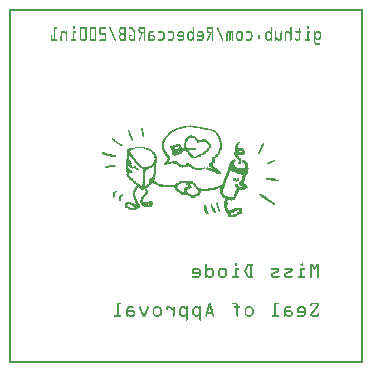
<source format=gbo>
G04 MADE WITH FRITZING*
G04 WWW.FRITZING.ORG*
G04 DOUBLE SIDED*
G04 HOLES PLATED*
G04 CONTOUR ON CENTER OF CONTOUR VECTOR*
%ASAXBY*%
%FSLAX23Y23*%
%MOIN*%
%OFA0B0*%
%SFA1.0B1.0*%
%ADD10R,0.001000X0.001000*%
%LNSILK0*%
G90*
G70*
G36*
X445Y785D02*
X445Y778D01*
X447Y778D01*
X447Y770D01*
X449Y770D01*
X449Y762D01*
X450Y762D01*
X450Y753D01*
X445Y753D01*
X445Y757D01*
X444Y757D01*
X444Y760D01*
X442Y760D01*
X442Y773D01*
X440Y773D01*
X440Y785D01*
X445Y785D01*
G37*
D02*
G36*
X401Y778D02*
X401Y775D01*
X403Y775D01*
X403Y771D01*
X404Y771D01*
X404Y768D01*
X406Y768D01*
X406Y763D01*
X408Y763D01*
X408Y758D01*
X409Y758D01*
X409Y755D01*
X411Y755D01*
X411Y752D01*
X412Y752D01*
X412Y747D01*
X414Y747D01*
X414Y744D01*
X412Y744D01*
X412Y742D01*
X409Y742D01*
X409Y744D01*
X408Y744D01*
X408Y748D01*
X406Y748D01*
X406Y752D01*
X404Y752D01*
X404Y755D01*
X403Y755D01*
X403Y758D01*
X401Y758D01*
X401Y763D01*
X399Y763D01*
X399Y770D01*
X398Y770D01*
X398Y773D01*
X396Y773D01*
X396Y778D01*
X401Y778D01*
G37*
D02*
G36*
X348Y750D02*
X348Y748D01*
X350Y748D01*
X350Y747D01*
X352Y747D01*
X352Y744D01*
X353Y744D01*
X353Y742D01*
X355Y742D01*
X355Y740D01*
X360Y740D01*
X360Y739D01*
X362Y739D01*
X362Y737D01*
X363Y737D01*
X363Y735D01*
X367Y735D01*
X367Y734D01*
X370Y734D01*
X370Y732D01*
X371Y732D01*
X371Y730D01*
X375Y730D01*
X375Y729D01*
X378Y729D01*
X378Y727D01*
X380Y727D01*
X380Y724D01*
X375Y724D01*
X375Y725D01*
X371Y725D01*
X371Y727D01*
X368Y727D01*
X368Y729D01*
X367Y729D01*
X367Y730D01*
X363Y730D01*
X363Y732D01*
X360Y732D01*
X360Y734D01*
X357Y734D01*
X357Y737D01*
X352Y737D01*
X352Y739D01*
X350Y739D01*
X350Y740D01*
X348Y740D01*
X348Y742D01*
X345Y742D01*
X345Y744D01*
X344Y744D01*
X344Y745D01*
X342Y745D01*
X342Y750D01*
X348Y750D01*
G37*
D02*
G36*
X611Y760D02*
X611Y758D01*
X618Y758D01*
X618Y757D01*
X621Y757D01*
X621Y755D01*
X622Y755D01*
X622Y752D01*
X603Y752D01*
X603Y750D01*
X599Y750D01*
X599Y748D01*
X598Y748D01*
X598Y747D01*
X596Y747D01*
X596Y745D01*
X595Y745D01*
X595Y742D01*
X593Y742D01*
X593Y739D01*
X591Y739D01*
X591Y732D01*
X590Y732D01*
X590Y729D01*
X591Y729D01*
X591Y721D01*
X593Y721D01*
X593Y719D01*
X601Y719D01*
X601Y717D01*
X583Y717D01*
X583Y735D01*
X585Y735D01*
X585Y742D01*
X586Y742D01*
X586Y745D01*
X588Y745D01*
X588Y748D01*
X590Y748D01*
X590Y750D01*
X591Y750D01*
X591Y752D01*
X593Y752D01*
X593Y753D01*
X595Y753D01*
X595Y757D01*
X599Y757D01*
X599Y758D01*
X604Y758D01*
X604Y760D01*
X611Y760D01*
G37*
D02*
G36*
X624Y752D02*
X624Y750D01*
X626Y750D01*
X626Y748D01*
X627Y748D01*
X627Y747D01*
X629Y747D01*
X629Y744D01*
X622Y744D01*
X622Y745D01*
X621Y745D01*
X621Y748D01*
X619Y748D01*
X619Y750D01*
X614Y750D01*
X614Y752D01*
X624Y752D01*
G37*
D02*
G36*
X657Y747D02*
X657Y745D01*
X659Y745D01*
X659Y744D01*
X636Y744D01*
X636Y745D01*
X644Y745D01*
X644Y747D01*
X657Y747D01*
G37*
D02*
G36*
X660Y744D02*
X660Y742D01*
X624Y742D01*
X624Y744D01*
X660Y744D01*
G37*
D02*
G36*
X660Y744D02*
X660Y742D01*
X624Y742D01*
X624Y744D01*
X660Y744D01*
G37*
D02*
G36*
X662Y742D02*
X662Y740D01*
X663Y740D01*
X663Y739D01*
X642Y739D01*
X642Y737D01*
X634Y737D01*
X634Y735D01*
X631Y735D01*
X631Y734D01*
X629Y734D01*
X629Y735D01*
X627Y735D01*
X627Y737D01*
X626Y737D01*
X626Y740D01*
X624Y740D01*
X624Y742D01*
X662Y742D01*
G37*
D02*
G36*
X667Y739D02*
X667Y735D01*
X670Y735D01*
X670Y732D01*
X672Y732D01*
X672Y729D01*
X673Y729D01*
X673Y719D01*
X672Y719D01*
X672Y716D01*
X670Y716D01*
X670Y714D01*
X668Y714D01*
X668Y712D01*
X667Y712D01*
X667Y709D01*
X665Y709D01*
X665Y707D01*
X663Y707D01*
X663Y706D01*
X662Y706D01*
X662Y704D01*
X660Y704D01*
X660Y703D01*
X657Y703D01*
X657Y701D01*
X655Y701D01*
X655Y699D01*
X652Y699D01*
X652Y698D01*
X650Y698D01*
X650Y694D01*
X647Y694D01*
X647Y693D01*
X640Y693D01*
X640Y691D01*
X639Y691D01*
X639Y689D01*
X622Y689D01*
X622Y691D01*
X626Y691D01*
X626Y693D01*
X631Y693D01*
X631Y694D01*
X634Y694D01*
X634Y696D01*
X637Y696D01*
X637Y699D01*
X642Y699D01*
X642Y701D01*
X645Y701D01*
X645Y703D01*
X647Y703D01*
X647Y704D01*
X650Y704D01*
X650Y706D01*
X652Y706D01*
X652Y707D01*
X655Y707D01*
X655Y709D01*
X657Y709D01*
X657Y712D01*
X659Y712D01*
X659Y714D01*
X660Y714D01*
X660Y716D01*
X662Y716D01*
X662Y717D01*
X663Y717D01*
X663Y719D01*
X665Y719D01*
X665Y729D01*
X663Y729D01*
X663Y730D01*
X662Y730D01*
X662Y732D01*
X660Y732D01*
X660Y734D01*
X659Y734D01*
X659Y735D01*
X655Y735D01*
X655Y737D01*
X652Y737D01*
X652Y739D01*
X667Y739D01*
G37*
D02*
G36*
X568Y732D02*
X568Y730D01*
X570Y730D01*
X570Y727D01*
X572Y727D01*
X572Y725D01*
X573Y725D01*
X573Y724D01*
X563Y724D01*
X563Y722D01*
X555Y722D01*
X555Y721D01*
X554Y721D01*
X554Y719D01*
X550Y719D01*
X550Y717D01*
X552Y717D01*
X552Y714D01*
X539Y714D01*
X539Y716D01*
X535Y716D01*
X535Y722D01*
X537Y722D01*
X537Y725D01*
X547Y725D01*
X547Y727D01*
X550Y727D01*
X550Y729D01*
X555Y729D01*
X555Y730D01*
X562Y730D01*
X562Y732D01*
X568Y732D01*
G37*
D02*
G36*
X573Y724D02*
X573Y721D01*
X575Y721D01*
X575Y719D01*
X580Y719D01*
X580Y717D01*
X568Y717D01*
X568Y719D01*
X567Y719D01*
X567Y721D01*
X565Y721D01*
X565Y724D01*
X573Y724D01*
G37*
D02*
G36*
X624Y717D02*
X624Y716D01*
X567Y716D01*
X567Y717D01*
X624Y717D01*
G37*
D02*
G36*
X624Y717D02*
X624Y716D01*
X567Y716D01*
X567Y717D01*
X624Y717D01*
G37*
D02*
G36*
X624Y716D02*
X624Y714D01*
X562Y714D01*
X562Y716D01*
X624Y716D01*
G37*
D02*
G36*
X622Y714D02*
X622Y712D01*
X540Y712D01*
X540Y714D01*
X622Y714D01*
G37*
D02*
G36*
X622Y714D02*
X622Y712D01*
X540Y712D01*
X540Y714D01*
X622Y714D01*
G37*
D02*
G36*
X606Y712D02*
X606Y711D01*
X601Y711D01*
X601Y709D01*
X585Y709D01*
X585Y707D01*
X580Y707D01*
X580Y706D01*
X563Y706D01*
X563Y704D01*
X544Y704D01*
X544Y706D01*
X545Y706D01*
X545Y707D01*
X542Y707D01*
X542Y709D01*
X544Y709D01*
X544Y711D01*
X542Y711D01*
X542Y712D01*
X606Y712D01*
G37*
D02*
G36*
X601Y709D02*
X601Y704D01*
X603Y704D01*
X603Y703D01*
X604Y703D01*
X604Y701D01*
X606Y701D01*
X606Y699D01*
X608Y699D01*
X608Y696D01*
X609Y696D01*
X609Y694D01*
X613Y694D01*
X613Y693D01*
X614Y693D01*
X614Y691D01*
X618Y691D01*
X618Y689D01*
X603Y689D01*
X603Y691D01*
X601Y691D01*
X601Y693D01*
X599Y693D01*
X599Y694D01*
X598Y694D01*
X598Y698D01*
X596Y698D01*
X596Y699D01*
X595Y699D01*
X595Y703D01*
X593Y703D01*
X593Y704D01*
X591Y704D01*
X591Y706D01*
X590Y706D01*
X590Y707D01*
X586Y707D01*
X586Y709D01*
X601Y709D01*
G37*
D02*
G36*
X580Y706D02*
X580Y704D01*
X565Y704D01*
X565Y706D01*
X580Y706D01*
G37*
D02*
G36*
X578Y704D02*
X578Y703D01*
X544Y703D01*
X544Y704D01*
X578Y704D01*
G37*
D02*
G36*
X578Y704D02*
X578Y703D01*
X544Y703D01*
X544Y704D01*
X578Y704D01*
G37*
D02*
G36*
X576Y703D02*
X576Y699D01*
X575Y699D01*
X575Y698D01*
X573Y698D01*
X573Y696D01*
X565Y696D01*
X565Y694D01*
X560Y694D01*
X560Y693D01*
X557Y693D01*
X557Y691D01*
X549Y691D01*
X549Y693D01*
X545Y693D01*
X545Y694D01*
X544Y694D01*
X544Y696D01*
X542Y696D01*
X542Y699D01*
X544Y699D01*
X544Y703D01*
X576Y703D01*
G37*
D02*
G36*
X636Y689D02*
X636Y688D01*
X604Y688D01*
X604Y689D01*
X636Y689D01*
G37*
D02*
G36*
X636Y689D02*
X636Y688D01*
X604Y688D01*
X604Y689D01*
X636Y689D01*
G37*
D02*
G36*
X632Y688D02*
X632Y686D01*
X627Y686D01*
X627Y684D01*
X624Y684D01*
X624Y683D01*
X611Y683D01*
X611Y684D01*
X608Y684D01*
X608Y686D01*
X606Y686D01*
X606Y688D01*
X632Y688D01*
G37*
D02*
G36*
X770Y739D02*
X770Y734D01*
X768Y734D01*
X768Y732D01*
X767Y732D01*
X767Y730D01*
X765Y730D01*
X765Y727D01*
X764Y727D01*
X764Y725D01*
X762Y725D01*
X762Y719D01*
X765Y719D01*
X765Y717D01*
X777Y717D01*
X777Y716D01*
X780Y716D01*
X780Y714D01*
X782Y714D01*
X782Y712D01*
X783Y712D01*
X783Y709D01*
X767Y709D01*
X767Y706D01*
X768Y706D01*
X768Y704D01*
X752Y704D01*
X752Y716D01*
X754Y716D01*
X754Y725D01*
X755Y725D01*
X755Y729D01*
X757Y729D01*
X757Y732D01*
X759Y732D01*
X759Y734D01*
X760Y734D01*
X760Y735D01*
X762Y735D01*
X762Y737D01*
X765Y737D01*
X765Y739D01*
X770Y739D01*
G37*
D02*
G36*
X785Y709D02*
X785Y707D01*
X786Y707D01*
X786Y704D01*
X775Y704D01*
X775Y706D01*
X777Y706D01*
X777Y709D01*
X785Y709D01*
G37*
D02*
G36*
X785Y704D02*
X785Y703D01*
X752Y703D01*
X752Y704D01*
X785Y704D01*
G37*
D02*
G36*
X785Y704D02*
X785Y703D01*
X752Y703D01*
X752Y704D01*
X785Y704D01*
G37*
D02*
G36*
X785Y703D02*
X785Y698D01*
X783Y698D01*
X783Y696D01*
X762Y696D01*
X762Y694D01*
X750Y694D01*
X750Y703D01*
X785Y703D01*
G37*
D02*
G36*
X782Y696D02*
X782Y694D01*
X768Y694D01*
X768Y696D01*
X782Y696D01*
G37*
D02*
G36*
X767Y696D02*
X767Y694D01*
X764Y694D01*
X764Y696D01*
X767Y696D01*
G37*
D02*
G36*
X764Y694D02*
X764Y691D01*
X765Y691D01*
X765Y689D01*
X767Y689D01*
X767Y686D01*
X768Y686D01*
X768Y683D01*
X772Y683D01*
X772Y681D01*
X773Y681D01*
X773Y671D01*
X775Y671D01*
X775Y670D01*
X773Y670D01*
X773Y668D01*
X772Y668D01*
X772Y665D01*
X770Y665D01*
X770Y663D01*
X764Y663D01*
X764Y671D01*
X765Y671D01*
X765Y676D01*
X764Y676D01*
X764Y680D01*
X762Y680D01*
X762Y681D01*
X760Y681D01*
X760Y683D01*
X757Y683D01*
X757Y686D01*
X755Y686D01*
X755Y688D01*
X754Y688D01*
X754Y691D01*
X752Y691D01*
X752Y693D01*
X750Y693D01*
X750Y694D01*
X764Y694D01*
G37*
D02*
G36*
X850Y734D02*
X850Y729D01*
X849Y729D01*
X849Y724D01*
X847Y724D01*
X847Y721D01*
X846Y721D01*
X846Y717D01*
X844Y717D01*
X844Y716D01*
X842Y716D01*
X842Y712D01*
X841Y712D01*
X841Y706D01*
X839Y706D01*
X839Y704D01*
X837Y704D01*
X837Y699D01*
X831Y699D01*
X831Y704D01*
X832Y704D01*
X832Y707D01*
X834Y707D01*
X834Y712D01*
X836Y712D01*
X836Y716D01*
X837Y716D01*
X837Y717D01*
X839Y717D01*
X839Y722D01*
X841Y722D01*
X841Y727D01*
X842Y727D01*
X842Y730D01*
X844Y730D01*
X844Y732D01*
X846Y732D01*
X846Y734D01*
X850Y734D01*
G37*
D02*
G36*
X319Y703D02*
X319Y701D01*
X326Y701D01*
X326Y699D01*
X329Y699D01*
X329Y698D01*
X335Y698D01*
X335Y696D01*
X342Y696D01*
X342Y694D01*
X350Y694D01*
X350Y693D01*
X355Y693D01*
X355Y691D01*
X358Y691D01*
X358Y688D01*
X357Y688D01*
X357Y686D01*
X348Y686D01*
X348Y688D01*
X340Y688D01*
X340Y689D01*
X335Y689D01*
X335Y691D01*
X324Y691D01*
X324Y693D01*
X321Y693D01*
X321Y694D01*
X314Y694D01*
X314Y696D01*
X311Y696D01*
X311Y698D01*
X309Y698D01*
X309Y701D01*
X311Y701D01*
X311Y703D01*
X319Y703D01*
G37*
D02*
G36*
X606Y793D02*
X606Y791D01*
X627Y791D01*
X627Y789D01*
X636Y789D01*
X636Y788D01*
X642Y788D01*
X642Y786D01*
X590Y786D01*
X590Y785D01*
X585Y785D01*
X585Y783D01*
X575Y783D01*
X575Y781D01*
X568Y781D01*
X568Y780D01*
X563Y780D01*
X563Y778D01*
X560Y778D01*
X560Y776D01*
X557Y776D01*
X557Y775D01*
X554Y775D01*
X554Y773D01*
X549Y773D01*
X549Y771D01*
X545Y771D01*
X545Y770D01*
X544Y770D01*
X544Y768D01*
X540Y768D01*
X540Y766D01*
X539Y766D01*
X539Y765D01*
X537Y765D01*
X537Y763D01*
X535Y763D01*
X535Y762D01*
X534Y762D01*
X534Y758D01*
X532Y758D01*
X532Y757D01*
X529Y757D01*
X529Y753D01*
X527Y753D01*
X527Y752D01*
X526Y752D01*
X526Y750D01*
X524Y750D01*
X524Y747D01*
X522Y747D01*
X522Y745D01*
X521Y745D01*
X521Y744D01*
X519Y744D01*
X519Y739D01*
X517Y739D01*
X517Y730D01*
X516Y730D01*
X516Y725D01*
X517Y725D01*
X517Y722D01*
X516Y722D01*
X516Y719D01*
X517Y719D01*
X517Y714D01*
X519Y714D01*
X519Y711D01*
X521Y711D01*
X521Y707D01*
X522Y707D01*
X522Y704D01*
X524Y704D01*
X524Y703D01*
X526Y703D01*
X526Y699D01*
X527Y699D01*
X527Y696D01*
X529Y696D01*
X529Y694D01*
X531Y694D01*
X531Y693D01*
X532Y693D01*
X532Y691D01*
X535Y691D01*
X535Y689D01*
X537Y689D01*
X537Y681D01*
X535Y681D01*
X535Y678D01*
X534Y678D01*
X534Y675D01*
X532Y675D01*
X532Y673D01*
X534Y673D01*
X534Y671D01*
X522Y671D01*
X522Y673D01*
X524Y673D01*
X524Y675D01*
X526Y675D01*
X526Y676D01*
X527Y676D01*
X527Y681D01*
X529Y681D01*
X529Y684D01*
X527Y684D01*
X527Y686D01*
X526Y686D01*
X526Y688D01*
X524Y688D01*
X524Y691D01*
X521Y691D01*
X521Y693D01*
X519Y693D01*
X519Y698D01*
X517Y698D01*
X517Y699D01*
X516Y699D01*
X516Y704D01*
X514Y704D01*
X514Y707D01*
X513Y707D01*
X513Y711D01*
X511Y711D01*
X511Y722D01*
X509Y722D01*
X509Y730D01*
X511Y730D01*
X511Y740D01*
X513Y740D01*
X513Y744D01*
X514Y744D01*
X514Y747D01*
X516Y747D01*
X516Y750D01*
X517Y750D01*
X517Y752D01*
X519Y752D01*
X519Y753D01*
X521Y753D01*
X521Y755D01*
X522Y755D01*
X522Y757D01*
X524Y757D01*
X524Y758D01*
X526Y758D01*
X526Y760D01*
X527Y760D01*
X527Y762D01*
X529Y762D01*
X529Y765D01*
X531Y765D01*
X531Y766D01*
X532Y766D01*
X532Y768D01*
X534Y768D01*
X534Y770D01*
X535Y770D01*
X535Y771D01*
X537Y771D01*
X537Y773D01*
X539Y773D01*
X539Y775D01*
X542Y775D01*
X542Y776D01*
X545Y776D01*
X545Y778D01*
X549Y778D01*
X549Y780D01*
X552Y780D01*
X552Y781D01*
X555Y781D01*
X555Y783D01*
X558Y783D01*
X558Y785D01*
X565Y785D01*
X565Y786D01*
X568Y786D01*
X568Y788D01*
X573Y788D01*
X573Y789D01*
X580Y789D01*
X580Y791D01*
X604Y791D01*
X604Y793D01*
X606Y793D01*
G37*
D02*
G36*
X647Y786D02*
X647Y785D01*
X652Y785D01*
X652Y783D01*
X663Y783D01*
X663Y781D01*
X672Y781D01*
X672Y780D01*
X677Y780D01*
X677Y778D01*
X655Y778D01*
X655Y776D01*
X652Y776D01*
X652Y778D01*
X649Y778D01*
X649Y780D01*
X645Y780D01*
X645Y781D01*
X637Y781D01*
X637Y783D01*
X626Y783D01*
X626Y785D01*
X614Y785D01*
X614Y786D01*
X647Y786D01*
G37*
D02*
G36*
X681Y778D02*
X681Y776D01*
X685Y776D01*
X685Y775D01*
X686Y775D01*
X686Y773D01*
X690Y773D01*
X690Y771D01*
X691Y771D01*
X691Y770D01*
X693Y770D01*
X693Y768D01*
X695Y768D01*
X695Y766D01*
X696Y766D01*
X696Y765D01*
X698Y765D01*
X698Y763D01*
X700Y763D01*
X700Y760D01*
X701Y760D01*
X701Y757D01*
X703Y757D01*
X703Y753D01*
X704Y753D01*
X704Y750D01*
X706Y750D01*
X706Y744D01*
X708Y744D01*
X708Y739D01*
X709Y739D01*
X709Y730D01*
X711Y730D01*
X711Y722D01*
X709Y722D01*
X709Y712D01*
X708Y712D01*
X708Y711D01*
X706Y711D01*
X706Y706D01*
X704Y706D01*
X704Y701D01*
X703Y701D01*
X703Y699D01*
X701Y699D01*
X701Y698D01*
X700Y698D01*
X700Y694D01*
X698Y694D01*
X698Y691D01*
X696Y691D01*
X696Y689D01*
X695Y689D01*
X695Y688D01*
X693Y688D01*
X693Y686D01*
X690Y686D01*
X690Y684D01*
X688Y684D01*
X688Y683D01*
X686Y683D01*
X686Y675D01*
X685Y675D01*
X685Y668D01*
X683Y668D01*
X683Y666D01*
X681Y666D01*
X681Y665D01*
X680Y665D01*
X680Y663D01*
X681Y663D01*
X681Y657D01*
X683Y657D01*
X683Y655D01*
X670Y655D01*
X670Y653D01*
X668Y653D01*
X668Y658D01*
X667Y658D01*
X667Y660D01*
X665Y660D01*
X665Y665D01*
X668Y665D01*
X668Y666D01*
X672Y666D01*
X672Y668D01*
X673Y668D01*
X673Y670D01*
X675Y670D01*
X675Y671D01*
X677Y671D01*
X677Y675D01*
X678Y675D01*
X678Y680D01*
X677Y680D01*
X677Y684D01*
X678Y684D01*
X678Y686D01*
X680Y686D01*
X680Y688D01*
X683Y688D01*
X683Y689D01*
X685Y689D01*
X685Y691D01*
X686Y691D01*
X686Y693D01*
X688Y693D01*
X688Y694D01*
X691Y694D01*
X691Y698D01*
X693Y698D01*
X693Y699D01*
X695Y699D01*
X695Y703D01*
X696Y703D01*
X696Y706D01*
X698Y706D01*
X698Y707D01*
X700Y707D01*
X700Y712D01*
X701Y712D01*
X701Y716D01*
X703Y716D01*
X703Y739D01*
X701Y739D01*
X701Y744D01*
X700Y744D01*
X700Y748D01*
X698Y748D01*
X698Y753D01*
X696Y753D01*
X696Y757D01*
X695Y757D01*
X695Y758D01*
X693Y758D01*
X693Y762D01*
X691Y762D01*
X691Y763D01*
X690Y763D01*
X690Y766D01*
X688Y766D01*
X688Y768D01*
X685Y768D01*
X685Y770D01*
X681Y770D01*
X681Y771D01*
X680Y771D01*
X680Y773D01*
X675Y773D01*
X675Y775D01*
X673Y775D01*
X673Y776D01*
X665Y776D01*
X665Y778D01*
X681Y778D01*
G37*
D02*
G36*
X560Y673D02*
X560Y671D01*
X550Y671D01*
X550Y673D01*
X560Y673D01*
G37*
D02*
G36*
X549Y673D02*
X549Y671D01*
X542Y671D01*
X542Y673D01*
X549Y673D01*
G37*
D02*
G36*
X562Y671D02*
X562Y670D01*
X521Y670D01*
X521Y671D01*
X562Y671D01*
G37*
D02*
G36*
X562Y671D02*
X562Y670D01*
X521Y670D01*
X521Y671D01*
X562Y671D01*
G37*
D02*
G36*
X562Y671D02*
X562Y670D01*
X521Y670D01*
X521Y671D01*
X562Y671D01*
G37*
D02*
G36*
X562Y670D02*
X562Y668D01*
X563Y668D01*
X563Y666D01*
X539Y666D01*
X539Y665D01*
X532Y665D01*
X532Y663D01*
X526Y663D01*
X526Y662D01*
X517Y662D01*
X517Y663D01*
X514Y663D01*
X514Y665D01*
X516Y665D01*
X516Y666D01*
X517Y666D01*
X517Y668D01*
X519Y668D01*
X519Y670D01*
X562Y670D01*
G37*
D02*
G36*
X598Y668D02*
X598Y666D01*
X601Y666D01*
X601Y665D01*
X603Y665D01*
X603Y663D01*
X606Y663D01*
X606Y662D01*
X608Y662D01*
X608Y660D01*
X583Y660D01*
X583Y662D01*
X590Y662D01*
X590Y663D01*
X591Y663D01*
X591Y666D01*
X593Y666D01*
X593Y668D01*
X598Y668D01*
G37*
D02*
G36*
X567Y666D02*
X567Y665D01*
X570Y665D01*
X570Y663D01*
X573Y663D01*
X573Y662D01*
X578Y662D01*
X578Y660D01*
X562Y660D01*
X562Y662D01*
X560Y662D01*
X560Y663D01*
X558Y663D01*
X558Y665D01*
X547Y665D01*
X547Y666D01*
X567Y666D01*
G37*
D02*
G36*
X611Y660D02*
X611Y658D01*
X563Y658D01*
X563Y660D01*
X611Y660D01*
G37*
D02*
G36*
X611Y660D02*
X611Y658D01*
X563Y658D01*
X563Y660D01*
X611Y660D01*
G37*
D02*
G36*
X613Y658D02*
X613Y657D01*
X614Y657D01*
X614Y655D01*
X618Y655D01*
X618Y653D01*
X621Y653D01*
X621Y652D01*
X634Y652D01*
X634Y650D01*
X609Y650D01*
X609Y652D01*
X606Y652D01*
X606Y653D01*
X604Y653D01*
X604Y655D01*
X601Y655D01*
X601Y657D01*
X599Y657D01*
X599Y658D01*
X613Y658D01*
G37*
D02*
G36*
X596Y658D02*
X596Y657D01*
X595Y657D01*
X595Y655D01*
X591Y655D01*
X591Y653D01*
X581Y653D01*
X581Y652D01*
X576Y652D01*
X576Y653D01*
X570Y653D01*
X570Y655D01*
X567Y655D01*
X567Y657D01*
X565Y657D01*
X565Y658D01*
X596Y658D01*
G37*
D02*
G36*
X685Y655D02*
X685Y653D01*
X688Y653D01*
X688Y652D01*
X691Y652D01*
X691Y650D01*
X693Y650D01*
X693Y648D01*
X695Y648D01*
X695Y647D01*
X678Y647D01*
X678Y648D01*
X677Y648D01*
X677Y650D01*
X675Y650D01*
X675Y652D01*
X673Y652D01*
X673Y653D01*
X672Y653D01*
X672Y655D01*
X685Y655D01*
G37*
D02*
G36*
X663Y653D02*
X663Y652D01*
X667Y652D01*
X667Y650D01*
X672Y650D01*
X672Y648D01*
X657Y648D01*
X657Y652D01*
X659Y652D01*
X659Y653D01*
X663Y653D01*
G37*
D02*
G36*
X652Y653D02*
X652Y652D01*
X654Y652D01*
X654Y650D01*
X636Y650D01*
X636Y652D01*
X649Y652D01*
X649Y653D01*
X652Y653D01*
G37*
D02*
G36*
X652Y650D02*
X652Y648D01*
X611Y648D01*
X611Y650D01*
X652Y650D01*
G37*
D02*
G36*
X652Y650D02*
X652Y648D01*
X611Y648D01*
X611Y650D01*
X652Y650D01*
G37*
D02*
G36*
X677Y648D02*
X677Y647D01*
X659Y647D01*
X659Y648D01*
X677Y648D01*
G37*
D02*
G36*
X649Y648D02*
X649Y647D01*
X644Y647D01*
X644Y645D01*
X619Y645D01*
X619Y647D01*
X614Y647D01*
X614Y648D01*
X649Y648D01*
G37*
D02*
G36*
X696Y647D02*
X696Y645D01*
X660Y645D01*
X660Y647D01*
X696Y647D01*
G37*
D02*
G36*
X696Y647D02*
X696Y645D01*
X660Y645D01*
X660Y647D01*
X696Y647D01*
G37*
D02*
G36*
X700Y645D02*
X700Y642D01*
X703Y642D01*
X703Y640D01*
X704Y640D01*
X704Y639D01*
X706Y639D01*
X706Y635D01*
X708Y635D01*
X708Y632D01*
X706Y632D01*
X706Y630D01*
X698Y630D01*
X698Y632D01*
X691Y632D01*
X691Y634D01*
X688Y634D01*
X688Y635D01*
X685Y635D01*
X685Y637D01*
X680Y637D01*
X680Y639D01*
X677Y639D01*
X677Y640D01*
X672Y640D01*
X672Y642D01*
X668Y642D01*
X668Y643D01*
X665Y643D01*
X665Y645D01*
X700Y645D01*
G37*
D02*
G36*
X868Y619D02*
X868Y617D01*
X877Y617D01*
X877Y616D01*
X887Y616D01*
X887Y614D01*
X891Y614D01*
X891Y612D01*
X896Y612D01*
X896Y611D01*
X901Y611D01*
X901Y609D01*
X891Y609D01*
X891Y607D01*
X888Y607D01*
X888Y609D01*
X872Y609D01*
X872Y611D01*
X857Y611D01*
X857Y612D01*
X855Y612D01*
X855Y617D01*
X857Y617D01*
X857Y619D01*
X868Y619D01*
G37*
D02*
G36*
X905Y609D02*
X905Y607D01*
X895Y607D01*
X895Y609D01*
X905Y609D01*
G37*
D02*
G36*
X767Y617D02*
X767Y616D01*
X768Y616D01*
X768Y612D01*
X759Y612D01*
X759Y614D01*
X760Y614D01*
X760Y616D01*
X764Y616D01*
X764Y617D01*
X767Y617D01*
G37*
D02*
G36*
X754Y617D02*
X754Y616D01*
X755Y616D01*
X755Y614D01*
X757Y614D01*
X757Y612D01*
X747Y612D01*
X747Y617D01*
X754Y617D01*
G37*
D02*
G36*
X768Y612D02*
X768Y611D01*
X747Y611D01*
X747Y612D01*
X768Y612D01*
G37*
D02*
G36*
X768Y612D02*
X768Y611D01*
X747Y611D01*
X747Y612D01*
X768Y612D01*
G37*
D02*
G36*
X768Y611D02*
X768Y609D01*
X767Y609D01*
X767Y607D01*
X765Y607D01*
X765Y606D01*
X759Y606D01*
X759Y604D01*
X755Y604D01*
X755Y606D01*
X750Y606D01*
X750Y607D01*
X749Y607D01*
X749Y609D01*
X747Y609D01*
X747Y611D01*
X768Y611D01*
G37*
D02*
G36*
X624Y579D02*
X624Y578D01*
X622Y578D01*
X622Y579D01*
X624Y579D01*
G37*
D02*
G36*
X839Y565D02*
X839Y563D01*
X844Y563D01*
X844Y561D01*
X847Y561D01*
X847Y560D01*
X850Y560D01*
X850Y558D01*
X854Y558D01*
X854Y557D01*
X855Y557D01*
X855Y555D01*
X857Y555D01*
X857Y553D01*
X859Y553D01*
X859Y552D01*
X860Y552D01*
X860Y550D01*
X864Y550D01*
X864Y548D01*
X867Y548D01*
X867Y547D01*
X868Y547D01*
X868Y545D01*
X870Y545D01*
X870Y543D01*
X872Y543D01*
X872Y542D01*
X877Y542D01*
X877Y540D01*
X878Y540D01*
X878Y538D01*
X880Y538D01*
X880Y537D01*
X882Y537D01*
X882Y535D01*
X883Y535D01*
X883Y534D01*
X887Y534D01*
X887Y532D01*
X888Y532D01*
X888Y529D01*
X887Y529D01*
X887Y527D01*
X883Y527D01*
X883Y529D01*
X880Y529D01*
X880Y530D01*
X878Y530D01*
X878Y532D01*
X875Y532D01*
X875Y534D01*
X873Y534D01*
X873Y535D01*
X870Y535D01*
X870Y537D01*
X868Y537D01*
X868Y538D01*
X864Y538D01*
X864Y540D01*
X862Y540D01*
X862Y542D01*
X859Y542D01*
X859Y543D01*
X854Y543D01*
X854Y547D01*
X852Y547D01*
X852Y548D01*
X849Y548D01*
X849Y550D01*
X847Y550D01*
X847Y552D01*
X844Y552D01*
X844Y553D01*
X842Y553D01*
X842Y555D01*
X841Y555D01*
X841Y557D01*
X837Y557D01*
X837Y558D01*
X836Y558D01*
X836Y560D01*
X832Y560D01*
X832Y563D01*
X834Y563D01*
X834Y565D01*
X839Y565D01*
G37*
D02*
G36*
X381Y563D02*
X381Y560D01*
X380Y560D01*
X380Y558D01*
X376Y558D01*
X376Y555D01*
X375Y555D01*
X375Y553D01*
X373Y553D01*
X373Y542D01*
X370Y542D01*
X370Y540D01*
X368Y540D01*
X368Y543D01*
X367Y543D01*
X367Y555D01*
X368Y555D01*
X368Y558D01*
X370Y558D01*
X370Y560D01*
X371Y560D01*
X371Y561D01*
X375Y561D01*
X375Y563D01*
X381Y563D01*
G37*
D02*
G36*
X696Y538D02*
X696Y537D01*
X698Y537D01*
X698Y532D01*
X696Y532D01*
X696Y530D01*
X698Y530D01*
X698Y524D01*
X700Y524D01*
X700Y519D01*
X701Y519D01*
X701Y514D01*
X703Y514D01*
X703Y511D01*
X704Y511D01*
X704Y502D01*
X703Y502D01*
X703Y504D01*
X700Y504D01*
X700Y509D01*
X698Y509D01*
X698Y511D01*
X696Y511D01*
X696Y516D01*
X695Y516D01*
X695Y519D01*
X693Y519D01*
X693Y524D01*
X691Y524D01*
X691Y525D01*
X693Y525D01*
X693Y527D01*
X691Y527D01*
X691Y534D01*
X693Y534D01*
X693Y537D01*
X695Y537D01*
X695Y538D01*
X696Y538D01*
G37*
D02*
G36*
X677Y532D02*
X677Y530D01*
X678Y530D01*
X678Y525D01*
X680Y525D01*
X680Y524D01*
X681Y524D01*
X681Y517D01*
X683Y517D01*
X683Y516D01*
X685Y516D01*
X685Y514D01*
X686Y514D01*
X686Y511D01*
X688Y511D01*
X688Y507D01*
X690Y507D01*
X690Y502D01*
X683Y502D01*
X683Y504D01*
X681Y504D01*
X681Y506D01*
X680Y506D01*
X680Y507D01*
X678Y507D01*
X678Y512D01*
X677Y512D01*
X677Y516D01*
X675Y516D01*
X675Y519D01*
X672Y519D01*
X672Y525D01*
X673Y525D01*
X673Y530D01*
X675Y530D01*
X675Y532D01*
X677Y532D01*
G37*
D02*
G36*
X655Y529D02*
X655Y525D01*
X657Y525D01*
X657Y520D01*
X659Y520D01*
X659Y507D01*
X660Y507D01*
X660Y506D01*
X662Y506D01*
X662Y504D01*
X663Y504D01*
X663Y501D01*
X665Y501D01*
X665Y496D01*
X659Y496D01*
X659Y497D01*
X657Y497D01*
X657Y499D01*
X655Y499D01*
X655Y502D01*
X652Y502D01*
X652Y507D01*
X650Y507D01*
X650Y519D01*
X649Y519D01*
X649Y520D01*
X650Y520D01*
X650Y525D01*
X649Y525D01*
X649Y527D01*
X652Y527D01*
X652Y529D01*
X655Y529D01*
G37*
D02*
G36*
X440Y722D02*
X440Y721D01*
X452Y721D01*
X452Y719D01*
X457Y719D01*
X457Y717D01*
X462Y717D01*
X462Y716D01*
X419Y716D01*
X419Y714D01*
X414Y714D01*
X414Y712D01*
X409Y712D01*
X409Y711D01*
X406Y711D01*
X406Y709D01*
X404Y709D01*
X404Y704D01*
X406Y704D01*
X406Y699D01*
X408Y699D01*
X408Y698D01*
X409Y698D01*
X409Y694D01*
X411Y694D01*
X411Y693D01*
X412Y693D01*
X412Y691D01*
X401Y691D01*
X401Y688D01*
X399Y688D01*
X399Y676D01*
X404Y676D01*
X404Y675D01*
X406Y675D01*
X406Y673D01*
X408Y673D01*
X408Y668D01*
X409Y668D01*
X409Y665D01*
X406Y665D01*
X406Y662D01*
X408Y662D01*
X408Y660D01*
X409Y660D01*
X409Y657D01*
X398Y657D01*
X398Y655D01*
X389Y655D01*
X389Y663D01*
X391Y663D01*
X391Y681D01*
X393Y681D01*
X393Y712D01*
X394Y712D01*
X394Y714D01*
X399Y714D01*
X399Y716D01*
X404Y716D01*
X404Y717D01*
X409Y717D01*
X409Y719D01*
X419Y719D01*
X419Y721D01*
X427Y721D01*
X427Y722D01*
X440Y722D01*
G37*
D02*
G36*
X468Y716D02*
X468Y714D01*
X472Y714D01*
X472Y712D01*
X475Y712D01*
X475Y711D01*
X476Y711D01*
X476Y709D01*
X478Y709D01*
X478Y707D01*
X481Y707D01*
X481Y704D01*
X485Y704D01*
X485Y703D01*
X486Y703D01*
X486Y701D01*
X488Y701D01*
X488Y698D01*
X490Y698D01*
X490Y694D01*
X491Y694D01*
X491Y691D01*
X493Y691D01*
X493Y684D01*
X494Y684D01*
X494Y680D01*
X493Y680D01*
X493Y678D01*
X494Y678D01*
X494Y675D01*
X493Y675D01*
X493Y666D01*
X491Y666D01*
X491Y657D01*
X481Y657D01*
X481Y655D01*
X478Y655D01*
X478Y653D01*
X458Y653D01*
X458Y655D01*
X462Y655D01*
X462Y657D01*
X468Y657D01*
X468Y658D01*
X472Y658D01*
X472Y660D01*
X473Y660D01*
X473Y662D01*
X475Y662D01*
X475Y663D01*
X478Y663D01*
X478Y665D01*
X480Y665D01*
X480Y666D01*
X481Y666D01*
X481Y671D01*
X483Y671D01*
X483Y676D01*
X485Y676D01*
X485Y680D01*
X483Y680D01*
X483Y681D01*
X485Y681D01*
X485Y684D01*
X483Y684D01*
X483Y686D01*
X485Y686D01*
X485Y689D01*
X483Y689D01*
X483Y694D01*
X481Y694D01*
X481Y698D01*
X480Y698D01*
X480Y699D01*
X478Y699D01*
X478Y703D01*
X475Y703D01*
X475Y704D01*
X472Y704D01*
X472Y706D01*
X470Y706D01*
X470Y707D01*
X467Y707D01*
X467Y709D01*
X465Y709D01*
X465Y711D01*
X462Y711D01*
X462Y712D01*
X455Y712D01*
X455Y714D01*
X449Y714D01*
X449Y716D01*
X468Y716D01*
G37*
D02*
G36*
X412Y691D02*
X412Y689D01*
X414Y689D01*
X414Y688D01*
X417Y688D01*
X417Y684D01*
X419Y684D01*
X419Y683D01*
X421Y683D01*
X421Y680D01*
X422Y680D01*
X422Y676D01*
X424Y676D01*
X424Y675D01*
X426Y675D01*
X426Y673D01*
X427Y673D01*
X427Y671D01*
X429Y671D01*
X429Y670D01*
X430Y670D01*
X430Y668D01*
X432Y668D01*
X432Y665D01*
X435Y665D01*
X435Y663D01*
X437Y663D01*
X437Y662D01*
X439Y662D01*
X439Y660D01*
X440Y660D01*
X440Y657D01*
X444Y657D01*
X444Y655D01*
X453Y655D01*
X453Y653D01*
X434Y653D01*
X434Y655D01*
X432Y655D01*
X432Y657D01*
X430Y657D01*
X430Y658D01*
X429Y658D01*
X429Y662D01*
X427Y662D01*
X427Y663D01*
X426Y663D01*
X426Y665D01*
X424Y665D01*
X424Y666D01*
X422Y666D01*
X422Y668D01*
X421Y668D01*
X421Y670D01*
X419Y670D01*
X419Y671D01*
X417Y671D01*
X417Y673D01*
X416Y673D01*
X416Y676D01*
X414Y676D01*
X414Y678D01*
X412Y678D01*
X412Y681D01*
X411Y681D01*
X411Y683D01*
X409Y683D01*
X409Y684D01*
X408Y684D01*
X408Y686D01*
X406Y686D01*
X406Y688D01*
X403Y688D01*
X403Y691D01*
X412Y691D01*
G37*
D02*
G36*
X754Y680D02*
X754Y678D01*
X757Y678D01*
X757Y675D01*
X754Y675D01*
X754Y673D01*
X752Y673D01*
X752Y671D01*
X750Y671D01*
X750Y668D01*
X749Y668D01*
X749Y665D01*
X747Y665D01*
X747Y663D01*
X750Y663D01*
X750Y660D01*
X752Y660D01*
X752Y657D01*
X754Y657D01*
X754Y655D01*
X757Y655D01*
X757Y653D01*
X759Y653D01*
X759Y652D01*
X762Y652D01*
X762Y650D01*
X731Y650D01*
X731Y653D01*
X732Y653D01*
X732Y657D01*
X734Y657D01*
X734Y663D01*
X736Y663D01*
X736Y668D01*
X737Y668D01*
X737Y671D01*
X739Y671D01*
X739Y673D01*
X742Y673D01*
X742Y675D01*
X744Y675D01*
X744Y676D01*
X747Y676D01*
X747Y678D01*
X750Y678D01*
X750Y680D01*
X754Y680D01*
G37*
D02*
G36*
X785Y676D02*
X785Y675D01*
X788Y675D01*
X788Y673D01*
X790Y673D01*
X790Y671D01*
X791Y671D01*
X791Y670D01*
X793Y670D01*
X793Y668D01*
X795Y668D01*
X795Y665D01*
X796Y665D01*
X796Y662D01*
X798Y662D01*
X798Y652D01*
X800Y652D01*
X800Y650D01*
X778Y650D01*
X778Y652D01*
X785Y652D01*
X785Y655D01*
X788Y655D01*
X788Y658D01*
X786Y658D01*
X786Y660D01*
X788Y660D01*
X788Y662D01*
X785Y662D01*
X785Y665D01*
X783Y665D01*
X783Y666D01*
X782Y666D01*
X782Y668D01*
X778Y668D01*
X778Y671D01*
X777Y671D01*
X777Y675D01*
X778Y675D01*
X778Y676D01*
X785Y676D01*
G37*
D02*
G36*
X491Y657D02*
X491Y647D01*
X490Y647D01*
X490Y632D01*
X488Y632D01*
X488Y630D01*
X490Y630D01*
X490Y629D01*
X488Y629D01*
X488Y624D01*
X486Y624D01*
X486Y620D01*
X485Y620D01*
X485Y617D01*
X483Y617D01*
X483Y616D01*
X485Y616D01*
X485Y612D01*
X483Y612D01*
X483Y609D01*
X485Y609D01*
X485Y607D01*
X488Y607D01*
X488Y606D01*
X491Y606D01*
X491Y604D01*
X493Y604D01*
X493Y602D01*
X494Y602D01*
X494Y601D01*
X475Y601D01*
X475Y599D01*
X473Y599D01*
X473Y598D01*
X472Y598D01*
X472Y594D01*
X470Y594D01*
X470Y593D01*
X468Y593D01*
X468Y591D01*
X455Y591D01*
X455Y593D01*
X457Y593D01*
X457Y594D01*
X460Y594D01*
X460Y596D01*
X462Y596D01*
X462Y598D01*
X463Y598D01*
X463Y599D01*
X465Y599D01*
X465Y601D01*
X467Y601D01*
X467Y602D01*
X468Y602D01*
X468Y606D01*
X470Y606D01*
X470Y609D01*
X468Y609D01*
X468Y614D01*
X470Y614D01*
X470Y616D01*
X476Y616D01*
X476Y617D01*
X478Y617D01*
X478Y622D01*
X480Y622D01*
X480Y625D01*
X481Y625D01*
X481Y630D01*
X483Y630D01*
X483Y657D01*
X491Y657D01*
G37*
D02*
G36*
X422Y657D02*
X422Y655D01*
X424Y655D01*
X424Y653D01*
X417Y653D01*
X417Y657D01*
X422Y657D01*
G37*
D02*
G36*
X411Y657D02*
X411Y655D01*
X399Y655D01*
X399Y657D01*
X411Y657D01*
G37*
D02*
G36*
X414Y655D02*
X414Y653D01*
X389Y653D01*
X389Y655D01*
X414Y655D01*
G37*
D02*
G36*
X414Y655D02*
X414Y653D01*
X389Y653D01*
X389Y655D01*
X414Y655D01*
G37*
D02*
G36*
X475Y653D02*
X475Y652D01*
X437Y652D01*
X437Y653D01*
X475Y653D01*
G37*
D02*
G36*
X475Y653D02*
X475Y652D01*
X437Y652D01*
X437Y653D01*
X475Y653D01*
G37*
D02*
G36*
X424Y653D02*
X424Y652D01*
X404Y652D01*
X404Y653D01*
X424Y653D01*
G37*
D02*
G36*
X424Y653D02*
X424Y652D01*
X404Y652D01*
X404Y653D01*
X424Y653D01*
G37*
D02*
G36*
X398Y653D02*
X398Y650D01*
X399Y650D01*
X399Y648D01*
X401Y648D01*
X401Y647D01*
X403Y647D01*
X403Y645D01*
X404Y645D01*
X404Y643D01*
X409Y643D01*
X409Y642D01*
X411Y642D01*
X411Y639D01*
X412Y639D01*
X412Y635D01*
X399Y635D01*
X399Y632D01*
X401Y632D01*
X401Y630D01*
X399Y630D01*
X399Y629D01*
X401Y629D01*
X401Y625D01*
X403Y625D01*
X403Y622D01*
X404Y622D01*
X404Y620D01*
X408Y620D01*
X408Y619D01*
X411Y619D01*
X411Y617D01*
X412Y617D01*
X412Y616D01*
X414Y616D01*
X414Y612D01*
X416Y612D01*
X416Y611D01*
X417Y611D01*
X417Y609D01*
X419Y609D01*
X419Y607D01*
X422Y607D01*
X422Y606D01*
X424Y606D01*
X424Y602D01*
X427Y602D01*
X427Y601D01*
X429Y601D01*
X429Y599D01*
X432Y599D01*
X432Y598D01*
X434Y598D01*
X434Y596D01*
X435Y596D01*
X435Y594D01*
X437Y594D01*
X437Y593D01*
X440Y593D01*
X440Y591D01*
X426Y591D01*
X426Y593D01*
X424Y593D01*
X424Y596D01*
X421Y596D01*
X421Y599D01*
X417Y599D01*
X417Y601D01*
X416Y601D01*
X416Y602D01*
X414Y602D01*
X414Y604D01*
X412Y604D01*
X412Y606D01*
X411Y606D01*
X411Y607D01*
X409Y607D01*
X409Y609D01*
X406Y609D01*
X406Y611D01*
X403Y611D01*
X403Y612D01*
X401Y612D01*
X401Y616D01*
X399Y616D01*
X399Y617D01*
X398Y617D01*
X398Y620D01*
X396Y620D01*
X396Y622D01*
X394Y622D01*
X394Y624D01*
X393Y624D01*
X393Y629D01*
X391Y629D01*
X391Y630D01*
X393Y630D01*
X393Y637D01*
X391Y637D01*
X391Y643D01*
X389Y643D01*
X389Y645D01*
X391Y645D01*
X391Y648D01*
X389Y648D01*
X389Y653D01*
X398Y653D01*
G37*
D02*
G36*
X472Y652D02*
X472Y650D01*
X467Y650D01*
X467Y648D01*
X463Y648D01*
X463Y647D01*
X462Y647D01*
X462Y645D01*
X458Y645D01*
X458Y643D01*
X457Y643D01*
X457Y642D01*
X455Y642D01*
X455Y637D01*
X453Y637D01*
X453Y632D01*
X455Y632D01*
X455Y630D01*
X453Y630D01*
X453Y619D01*
X455Y619D01*
X455Y617D01*
X453Y617D01*
X453Y607D01*
X452Y607D01*
X452Y593D01*
X453Y593D01*
X453Y591D01*
X442Y591D01*
X442Y594D01*
X444Y594D01*
X444Y599D01*
X445Y599D01*
X445Y601D01*
X444Y601D01*
X444Y604D01*
X445Y604D01*
X445Y614D01*
X447Y614D01*
X447Y642D01*
X445Y642D01*
X445Y647D01*
X444Y647D01*
X444Y648D01*
X442Y648D01*
X442Y650D01*
X440Y650D01*
X440Y652D01*
X472Y652D01*
G37*
D02*
G36*
X426Y652D02*
X426Y650D01*
X429Y650D01*
X429Y648D01*
X430Y648D01*
X430Y647D01*
X432Y647D01*
X432Y645D01*
X430Y645D01*
X430Y643D01*
X426Y643D01*
X426Y645D01*
X422Y645D01*
X422Y647D01*
X421Y647D01*
X421Y648D01*
X419Y648D01*
X419Y650D01*
X417Y650D01*
X417Y652D01*
X426Y652D01*
G37*
D02*
G36*
X416Y652D02*
X416Y650D01*
X414Y650D01*
X414Y648D01*
X409Y648D01*
X409Y650D01*
X406Y650D01*
X406Y652D01*
X416Y652D01*
G37*
D02*
G36*
X800Y650D02*
X800Y648D01*
X731Y648D01*
X731Y650D01*
X800Y650D01*
G37*
D02*
G36*
X800Y650D02*
X800Y648D01*
X731Y648D01*
X731Y650D01*
X800Y650D01*
G37*
D02*
G36*
X798Y648D02*
X798Y645D01*
X796Y645D01*
X796Y643D01*
X798Y643D01*
X798Y642D01*
X737Y642D01*
X737Y637D01*
X736Y637D01*
X736Y635D01*
X734Y635D01*
X734Y630D01*
X732Y630D01*
X732Y625D01*
X731Y625D01*
X731Y620D01*
X729Y620D01*
X729Y617D01*
X727Y617D01*
X727Y614D01*
X726Y614D01*
X726Y611D01*
X724Y611D01*
X724Y604D01*
X722Y604D01*
X722Y601D01*
X721Y601D01*
X721Y594D01*
X719Y594D01*
X719Y589D01*
X718Y589D01*
X718Y584D01*
X703Y584D01*
X703Y583D01*
X696Y583D01*
X696Y581D01*
X663Y581D01*
X663Y583D01*
X673Y583D01*
X673Y584D01*
X683Y584D01*
X683Y586D01*
X690Y586D01*
X690Y588D01*
X695Y588D01*
X695Y589D01*
X698Y589D01*
X698Y591D01*
X703Y591D01*
X703Y593D01*
X706Y593D01*
X706Y594D01*
X709Y594D01*
X709Y598D01*
X711Y598D01*
X711Y599D01*
X713Y599D01*
X713Y604D01*
X714Y604D01*
X714Y607D01*
X716Y607D01*
X716Y612D01*
X718Y612D01*
X718Y617D01*
X719Y617D01*
X719Y622D01*
X721Y622D01*
X721Y624D01*
X722Y624D01*
X722Y630D01*
X724Y630D01*
X724Y635D01*
X726Y635D01*
X726Y640D01*
X727Y640D01*
X727Y642D01*
X729Y642D01*
X729Y647D01*
X731Y647D01*
X731Y648D01*
X798Y648D01*
G37*
D02*
G36*
X796Y642D02*
X796Y639D01*
X747Y639D01*
X747Y637D01*
X745Y637D01*
X745Y639D01*
X744Y639D01*
X744Y640D01*
X741Y640D01*
X741Y642D01*
X796Y642D01*
G37*
D02*
G36*
X796Y639D02*
X796Y635D01*
X795Y635D01*
X795Y632D01*
X793Y632D01*
X793Y627D01*
X791Y627D01*
X791Y625D01*
X790Y625D01*
X790Y620D01*
X788Y620D01*
X788Y619D01*
X786Y619D01*
X786Y614D01*
X785Y614D01*
X785Y609D01*
X783Y609D01*
X783Y606D01*
X782Y606D01*
X782Y602D01*
X780Y602D01*
X780Y601D01*
X782Y601D01*
X782Y599D01*
X785Y599D01*
X785Y598D01*
X788Y598D01*
X788Y596D01*
X790Y596D01*
X790Y594D01*
X791Y594D01*
X791Y593D01*
X793Y593D01*
X793Y589D01*
X795Y589D01*
X795Y584D01*
X777Y584D01*
X777Y586D01*
X780Y586D01*
X780Y589D01*
X775Y589D01*
X775Y591D01*
X770Y591D01*
X770Y593D01*
X768Y593D01*
X768Y594D01*
X767Y594D01*
X767Y596D01*
X765Y596D01*
X765Y601D01*
X767Y601D01*
X767Y604D01*
X770Y604D01*
X770Y607D01*
X772Y607D01*
X772Y609D01*
X773Y609D01*
X773Y612D01*
X775Y612D01*
X775Y616D01*
X777Y616D01*
X777Y620D01*
X778Y620D01*
X778Y624D01*
X780Y624D01*
X780Y627D01*
X778Y627D01*
X778Y629D01*
X773Y629D01*
X773Y630D01*
X764Y630D01*
X764Y632D01*
X759Y632D01*
X759Y634D01*
X755Y634D01*
X755Y635D01*
X752Y635D01*
X752Y637D01*
X749Y637D01*
X749Y639D01*
X796Y639D01*
G37*
D02*
G36*
X411Y635D02*
X411Y634D01*
X406Y634D01*
X406Y635D01*
X411Y635D01*
G37*
D02*
G36*
X404Y635D02*
X404Y634D01*
X403Y634D01*
X403Y635D01*
X404Y635D01*
G37*
D02*
G36*
X608Y609D02*
X608Y607D01*
X596Y607D01*
X596Y609D01*
X608Y609D01*
G37*
D02*
G36*
X593Y609D02*
X593Y607D01*
X578Y607D01*
X578Y609D01*
X593Y609D01*
G37*
D02*
G36*
X609Y607D02*
X609Y606D01*
X573Y606D01*
X573Y607D01*
X609Y607D01*
G37*
D02*
G36*
X609Y607D02*
X609Y606D01*
X573Y606D01*
X573Y607D01*
X609Y607D01*
G37*
D02*
G36*
X613Y606D02*
X613Y604D01*
X614Y604D01*
X614Y602D01*
X576Y602D01*
X576Y601D01*
X573Y601D01*
X573Y599D01*
X570Y599D01*
X570Y596D01*
X568Y596D01*
X568Y594D01*
X567Y594D01*
X567Y593D01*
X527Y593D01*
X527Y594D01*
X552Y594D01*
X552Y596D01*
X554Y596D01*
X554Y598D01*
X555Y598D01*
X555Y599D01*
X558Y599D01*
X558Y601D01*
X562Y601D01*
X562Y602D01*
X565Y602D01*
X565Y604D01*
X567Y604D01*
X567Y606D01*
X613Y606D01*
G37*
D02*
G36*
X618Y602D02*
X618Y601D01*
X603Y601D01*
X603Y594D01*
X606Y594D01*
X606Y591D01*
X608Y591D01*
X608Y588D01*
X609Y588D01*
X609Y584D01*
X608Y584D01*
X608Y583D01*
X603Y583D01*
X603Y581D01*
X596Y581D01*
X596Y579D01*
X595Y579D01*
X595Y578D01*
X593Y578D01*
X593Y571D01*
X583Y571D01*
X583Y584D01*
X585Y584D01*
X585Y586D01*
X588Y586D01*
X588Y588D01*
X591Y588D01*
X591Y589D01*
X595Y589D01*
X595Y593D01*
X593Y593D01*
X593Y594D01*
X591Y594D01*
X591Y598D01*
X590Y598D01*
X590Y601D01*
X588Y601D01*
X588Y602D01*
X618Y602D01*
G37*
D02*
G36*
X619Y601D02*
X619Y599D01*
X621Y599D01*
X621Y598D01*
X622Y598D01*
X622Y594D01*
X624Y594D01*
X624Y591D01*
X626Y591D01*
X626Y589D01*
X627Y589D01*
X627Y588D01*
X629Y588D01*
X629Y586D01*
X631Y586D01*
X631Y584D01*
X632Y584D01*
X632Y583D01*
X636Y583D01*
X636Y581D01*
X624Y581D01*
X624Y583D01*
X622Y583D01*
X622Y588D01*
X621Y588D01*
X621Y589D01*
X618Y589D01*
X618Y591D01*
X616Y591D01*
X616Y593D01*
X614Y593D01*
X614Y594D01*
X613Y594D01*
X613Y598D01*
X609Y598D01*
X609Y599D01*
X604Y599D01*
X604Y601D01*
X619Y601D01*
G37*
D02*
G36*
X498Y601D02*
X498Y599D01*
X501Y599D01*
X501Y598D01*
X504Y598D01*
X504Y596D01*
X513Y596D01*
X513Y594D01*
X519Y594D01*
X519Y593D01*
X493Y593D01*
X493Y594D01*
X491Y594D01*
X491Y596D01*
X488Y596D01*
X488Y598D01*
X485Y598D01*
X485Y599D01*
X481Y599D01*
X481Y601D01*
X498Y601D01*
G37*
D02*
G36*
X760Y598D02*
X760Y596D01*
X764Y596D01*
X764Y591D01*
X765Y591D01*
X765Y589D01*
X767Y589D01*
X767Y586D01*
X775Y586D01*
X775Y584D01*
X757Y584D01*
X757Y586D01*
X755Y586D01*
X755Y588D01*
X754Y588D01*
X754Y596D01*
X755Y596D01*
X755Y598D01*
X760Y598D01*
G37*
D02*
G36*
X562Y593D02*
X562Y591D01*
X496Y591D01*
X496Y593D01*
X562Y593D01*
G37*
D02*
G36*
X562Y593D02*
X562Y591D01*
X496Y591D01*
X496Y593D01*
X562Y593D01*
G37*
D02*
G36*
X562Y591D02*
X562Y589D01*
X560Y589D01*
X560Y588D01*
X526Y588D01*
X526Y586D01*
X513Y586D01*
X513Y588D01*
X506Y588D01*
X506Y589D01*
X501Y589D01*
X501Y591D01*
X562Y591D01*
G37*
D02*
G36*
X465Y591D02*
X465Y589D01*
X424Y589D01*
X424Y591D01*
X465Y591D01*
G37*
D02*
G36*
X465Y591D02*
X465Y589D01*
X424Y589D01*
X424Y591D01*
X465Y591D01*
G37*
D02*
G36*
X465Y591D02*
X465Y589D01*
X424Y589D01*
X424Y591D01*
X465Y591D01*
G37*
D02*
G36*
X465Y589D02*
X465Y588D01*
X463Y588D01*
X463Y586D01*
X430Y586D01*
X430Y584D01*
X429Y584D01*
X429Y583D01*
X427Y583D01*
X427Y579D01*
X426Y579D01*
X426Y578D01*
X424Y578D01*
X424Y573D01*
X422Y573D01*
X422Y570D01*
X421Y570D01*
X421Y558D01*
X422Y558D01*
X422Y552D01*
X424Y552D01*
X424Y547D01*
X426Y547D01*
X426Y543D01*
X427Y543D01*
X427Y540D01*
X429Y540D01*
X429Y538D01*
X430Y538D01*
X430Y535D01*
X432Y535D01*
X432Y534D01*
X434Y534D01*
X434Y530D01*
X422Y530D01*
X422Y535D01*
X421Y535D01*
X421Y542D01*
X419Y542D01*
X419Y543D01*
X417Y543D01*
X417Y545D01*
X416Y545D01*
X416Y555D01*
X414Y555D01*
X414Y558D01*
X412Y558D01*
X412Y570D01*
X414Y570D01*
X414Y575D01*
X416Y575D01*
X416Y579D01*
X417Y579D01*
X417Y581D01*
X419Y581D01*
X419Y584D01*
X421Y584D01*
X421Y586D01*
X422Y586D01*
X422Y589D01*
X465Y589D01*
G37*
D02*
G36*
X560Y588D02*
X560Y584D01*
X562Y584D01*
X562Y581D01*
X565Y581D01*
X565Y578D01*
X567Y578D01*
X567Y576D01*
X570Y576D01*
X570Y575D01*
X572Y575D01*
X572Y573D01*
X576Y573D01*
X576Y571D01*
X560Y571D01*
X560Y573D01*
X558Y573D01*
X558Y575D01*
X557Y575D01*
X557Y576D01*
X555Y576D01*
X555Y579D01*
X554Y579D01*
X554Y583D01*
X550Y583D01*
X550Y586D01*
X549Y586D01*
X549Y588D01*
X560Y588D01*
G37*
D02*
G36*
X462Y586D02*
X462Y584D01*
X458Y584D01*
X458Y581D01*
X450Y581D01*
X450Y579D01*
X440Y579D01*
X440Y581D01*
X437Y581D01*
X437Y584D01*
X432Y584D01*
X432Y586D01*
X462Y586D01*
G37*
D02*
G36*
X793Y584D02*
X793Y583D01*
X757Y583D01*
X757Y584D01*
X793Y584D01*
G37*
D02*
G36*
X793Y584D02*
X793Y583D01*
X757Y583D01*
X757Y584D01*
X793Y584D01*
G37*
D02*
G36*
X716Y584D02*
X716Y581D01*
X714Y581D01*
X714Y573D01*
X713Y573D01*
X713Y568D01*
X714Y568D01*
X714Y565D01*
X716Y565D01*
X716Y563D01*
X718Y563D01*
X718Y561D01*
X719Y561D01*
X719Y560D01*
X721Y560D01*
X721Y558D01*
X726Y558D01*
X726Y557D01*
X731Y557D01*
X731Y555D01*
X739Y555D01*
X739Y553D01*
X713Y553D01*
X713Y555D01*
X711Y555D01*
X711Y557D01*
X709Y557D01*
X709Y560D01*
X708Y560D01*
X708Y561D01*
X706Y561D01*
X706Y563D01*
X704Y563D01*
X704Y568D01*
X703Y568D01*
X703Y570D01*
X704Y570D01*
X704Y573D01*
X703Y573D01*
X703Y576D01*
X704Y576D01*
X704Y584D01*
X716Y584D01*
G37*
D02*
G36*
X791Y583D02*
X791Y581D01*
X788Y581D01*
X788Y579D01*
X780Y579D01*
X780Y578D01*
X770Y578D01*
X770Y576D01*
X767Y576D01*
X767Y575D01*
X765Y575D01*
X765Y571D01*
X764Y571D01*
X764Y568D01*
X762Y568D01*
X762Y563D01*
X760Y563D01*
X760Y558D01*
X759Y558D01*
X759Y557D01*
X757Y557D01*
X757Y553D01*
X747Y553D01*
X747Y555D01*
X749Y555D01*
X749Y560D01*
X750Y560D01*
X750Y563D01*
X752Y563D01*
X752Y570D01*
X754Y570D01*
X754Y573D01*
X755Y573D01*
X755Y576D01*
X757Y576D01*
X757Y581D01*
X759Y581D01*
X759Y583D01*
X791Y583D01*
G37*
D02*
G36*
X640Y583D02*
X640Y581D01*
X637Y581D01*
X637Y583D01*
X640Y583D01*
G37*
D02*
G36*
X691Y581D02*
X691Y579D01*
X626Y579D01*
X626Y581D01*
X691Y581D01*
G37*
D02*
G36*
X691Y581D02*
X691Y579D01*
X626Y579D01*
X626Y581D01*
X691Y581D01*
G37*
D02*
G36*
X691Y581D02*
X691Y579D01*
X626Y579D01*
X626Y581D01*
X691Y581D01*
G37*
D02*
G36*
X460Y581D02*
X460Y578D01*
X462Y578D01*
X462Y563D01*
X460Y563D01*
X460Y561D01*
X458Y561D01*
X458Y560D01*
X457Y560D01*
X457Y558D01*
X453Y558D01*
X453Y555D01*
X452Y555D01*
X452Y553D01*
X450Y553D01*
X450Y552D01*
X449Y552D01*
X449Y548D01*
X447Y548D01*
X447Y537D01*
X437Y537D01*
X437Y543D01*
X439Y543D01*
X439Y550D01*
X440Y550D01*
X440Y553D01*
X442Y553D01*
X442Y557D01*
X444Y557D01*
X444Y558D01*
X445Y558D01*
X445Y560D01*
X447Y560D01*
X447Y561D01*
X449Y561D01*
X449Y563D01*
X450Y563D01*
X450Y565D01*
X453Y565D01*
X453Y570D01*
X455Y570D01*
X455Y575D01*
X453Y575D01*
X453Y581D01*
X460Y581D01*
G37*
D02*
G36*
X783Y579D02*
X783Y578D01*
X782Y578D01*
X782Y579D01*
X783Y579D01*
G37*
D02*
G36*
X686Y579D02*
X686Y578D01*
X683Y578D01*
X683Y576D01*
X670Y576D01*
X670Y575D01*
X662Y575D01*
X662Y573D01*
X640Y573D01*
X640Y571D01*
X639Y571D01*
X639Y568D01*
X637Y568D01*
X637Y561D01*
X636Y561D01*
X636Y560D01*
X616Y560D01*
X616Y561D01*
X621Y561D01*
X621Y563D01*
X624Y563D01*
X624Y565D01*
X627Y565D01*
X627Y566D01*
X629Y566D01*
X629Y571D01*
X631Y571D01*
X631Y576D01*
X629Y576D01*
X629Y578D01*
X627Y578D01*
X627Y579D01*
X686Y579D01*
G37*
D02*
G36*
X596Y571D02*
X596Y570D01*
X563Y570D01*
X563Y571D01*
X596Y571D01*
G37*
D02*
G36*
X596Y571D02*
X596Y570D01*
X563Y570D01*
X563Y571D01*
X596Y571D01*
G37*
D02*
G36*
X598Y570D02*
X598Y568D01*
X599Y568D01*
X599Y566D01*
X601Y566D01*
X601Y565D01*
X603Y565D01*
X603Y563D01*
X608Y563D01*
X608Y561D01*
X573Y561D01*
X573Y563D01*
X572Y563D01*
X572Y565D01*
X570Y565D01*
X570Y566D01*
X568Y566D01*
X568Y568D01*
X567Y568D01*
X567Y570D01*
X598Y570D01*
G37*
D02*
G36*
X611Y563D02*
X611Y561D01*
X609Y561D01*
X609Y563D01*
X611Y563D01*
G37*
D02*
G36*
X613Y561D02*
X613Y560D01*
X590Y560D01*
X590Y561D01*
X613Y561D01*
G37*
D02*
G36*
X613Y561D02*
X613Y560D01*
X590Y560D01*
X590Y561D01*
X613Y561D01*
G37*
D02*
G36*
X632Y560D02*
X632Y558D01*
X595Y558D01*
X595Y560D01*
X632Y560D01*
G37*
D02*
G36*
X632Y560D02*
X632Y558D01*
X595Y558D01*
X595Y560D01*
X632Y560D01*
G37*
D02*
G36*
X627Y558D02*
X627Y557D01*
X624Y557D01*
X624Y555D01*
X622Y555D01*
X622Y553D01*
X619Y553D01*
X619Y552D01*
X608Y552D01*
X608Y555D01*
X603Y555D01*
X603Y557D01*
X596Y557D01*
X596Y558D01*
X627Y558D01*
G37*
D02*
G36*
X755Y553D02*
X755Y552D01*
X714Y552D01*
X714Y553D01*
X755Y553D01*
G37*
D02*
G36*
X755Y553D02*
X755Y552D01*
X714Y552D01*
X714Y553D01*
X755Y553D01*
G37*
D02*
G36*
X752Y552D02*
X752Y545D01*
X731Y545D01*
X731Y543D01*
X729Y543D01*
X729Y540D01*
X727Y540D01*
X727Y538D01*
X729Y538D01*
X729Y529D01*
X727Y529D01*
X727Y517D01*
X729Y517D01*
X729Y514D01*
X731Y514D01*
X731Y511D01*
X721Y511D01*
X721Y512D01*
X719Y512D01*
X719Y516D01*
X718Y516D01*
X718Y524D01*
X716Y524D01*
X716Y525D01*
X718Y525D01*
X718Y540D01*
X719Y540D01*
X719Y550D01*
X716Y550D01*
X716Y552D01*
X752Y552D01*
G37*
D02*
G36*
X750Y545D02*
X750Y543D01*
X742Y543D01*
X742Y542D01*
X739Y542D01*
X739Y545D01*
X750Y545D01*
G37*
D02*
G36*
X478Y540D02*
X478Y538D01*
X481Y538D01*
X481Y537D01*
X450Y537D01*
X450Y538D01*
X465Y538D01*
X465Y540D01*
X478Y540D01*
G37*
D02*
G36*
X403Y538D02*
X403Y537D01*
X406Y537D01*
X406Y535D01*
X412Y535D01*
X412Y534D01*
X416Y534D01*
X416Y532D01*
X419Y532D01*
X419Y530D01*
X396Y530D01*
X396Y527D01*
X394Y527D01*
X394Y525D01*
X396Y525D01*
X396Y522D01*
X401Y522D01*
X401Y520D01*
X404Y520D01*
X404Y519D01*
X388Y519D01*
X388Y525D01*
X386Y525D01*
X386Y530D01*
X388Y530D01*
X388Y534D01*
X389Y534D01*
X389Y535D01*
X391Y535D01*
X391Y537D01*
X393Y537D01*
X393Y538D01*
X403Y538D01*
G37*
D02*
G36*
X481Y537D02*
X481Y535D01*
X437Y535D01*
X437Y537D01*
X481Y537D01*
G37*
D02*
G36*
X481Y537D02*
X481Y535D01*
X437Y535D01*
X437Y537D01*
X481Y537D01*
G37*
D02*
G36*
X481Y535D02*
X481Y532D01*
X458Y532D01*
X458Y530D01*
X462Y530D01*
X462Y529D01*
X439Y529D01*
X439Y534D01*
X437Y534D01*
X437Y535D01*
X481Y535D01*
G37*
D02*
G36*
X481Y532D02*
X481Y529D01*
X467Y529D01*
X467Y530D01*
X468Y530D01*
X468Y532D01*
X481Y532D01*
G37*
D02*
G36*
X435Y530D02*
X435Y529D01*
X404Y529D01*
X404Y530D01*
X435Y530D01*
G37*
D02*
G36*
X435Y530D02*
X435Y529D01*
X404Y529D01*
X404Y530D01*
X435Y530D01*
G37*
D02*
G36*
X480Y529D02*
X480Y527D01*
X440Y527D01*
X440Y529D01*
X480Y529D01*
G37*
D02*
G36*
X480Y529D02*
X480Y527D01*
X440Y527D01*
X440Y529D01*
X480Y529D01*
G37*
D02*
G36*
X435Y529D02*
X435Y519D01*
X417Y519D01*
X417Y522D01*
X414Y522D01*
X414Y524D01*
X412Y524D01*
X412Y525D01*
X409Y525D01*
X409Y527D01*
X406Y527D01*
X406Y529D01*
X435Y529D01*
G37*
D02*
G36*
X478Y527D02*
X478Y525D01*
X476Y525D01*
X476Y524D01*
X475Y524D01*
X475Y522D01*
X470Y522D01*
X470Y520D01*
X455Y520D01*
X455Y522D01*
X450Y522D01*
X450Y524D01*
X445Y524D01*
X445Y525D01*
X444Y525D01*
X444Y527D01*
X478Y527D01*
G37*
D02*
G36*
X408Y520D02*
X408Y519D01*
X406Y519D01*
X406Y520D01*
X408Y520D01*
G37*
D02*
G36*
X770Y519D02*
X770Y517D01*
X773Y517D01*
X773Y516D01*
X777Y516D01*
X777Y512D01*
X778Y512D01*
X778Y502D01*
X764Y502D01*
X764Y504D01*
X765Y504D01*
X765Y506D01*
X767Y506D01*
X767Y507D01*
X768Y507D01*
X768Y509D01*
X767Y509D01*
X767Y511D01*
X739Y511D01*
X739Y512D01*
X744Y512D01*
X744Y514D01*
X749Y514D01*
X749Y516D01*
X752Y516D01*
X752Y517D01*
X759Y517D01*
X759Y519D01*
X770Y519D01*
G37*
D02*
G36*
X434Y519D02*
X434Y517D01*
X389Y517D01*
X389Y519D01*
X434Y519D01*
G37*
D02*
G36*
X434Y519D02*
X434Y517D01*
X389Y517D01*
X389Y519D01*
X434Y519D01*
G37*
D02*
G36*
X434Y519D02*
X434Y517D01*
X389Y517D01*
X389Y519D01*
X434Y519D01*
G37*
D02*
G36*
X430Y517D02*
X430Y516D01*
X429Y516D01*
X429Y514D01*
X424Y514D01*
X424Y512D01*
X408Y512D01*
X408Y511D01*
X406Y511D01*
X406Y512D01*
X399Y512D01*
X399Y514D01*
X396Y514D01*
X396Y516D01*
X391Y516D01*
X391Y517D01*
X430Y517D01*
G37*
D02*
G36*
X759Y511D02*
X759Y509D01*
X721Y509D01*
X721Y511D01*
X759Y511D01*
G37*
D02*
G36*
X759Y511D02*
X759Y509D01*
X721Y509D01*
X721Y511D01*
X759Y511D01*
G37*
D02*
G36*
X757Y509D02*
X757Y507D01*
X754Y507D01*
X754Y506D01*
X752Y506D01*
X752Y504D01*
X749Y504D01*
X749Y502D01*
X741Y502D01*
X741Y501D01*
X739Y501D01*
X739Y499D01*
X737Y499D01*
X737Y497D01*
X739Y497D01*
X739Y496D01*
X741Y496D01*
X741Y494D01*
X729Y494D01*
X729Y496D01*
X727Y496D01*
X727Y497D01*
X726Y497D01*
X726Y499D01*
X727Y499D01*
X727Y501D01*
X726Y501D01*
X726Y502D01*
X724Y502D01*
X724Y506D01*
X722Y506D01*
X722Y507D01*
X721Y507D01*
X721Y509D01*
X757Y509D01*
G37*
D02*
G36*
X762Y504D02*
X762Y502D01*
X760Y502D01*
X760Y504D01*
X762Y504D01*
G37*
D02*
G36*
X777Y502D02*
X777Y501D01*
X760Y501D01*
X760Y502D01*
X777Y502D01*
G37*
D02*
G36*
X777Y502D02*
X777Y501D01*
X760Y501D01*
X760Y502D01*
X777Y502D01*
G37*
D02*
G36*
X775Y501D02*
X775Y499D01*
X772Y499D01*
X772Y497D01*
X770Y497D01*
X770Y496D01*
X765Y496D01*
X765Y494D01*
X747Y494D01*
X747Y496D01*
X752Y496D01*
X752Y497D01*
X757Y497D01*
X757Y499D01*
X759Y499D01*
X759Y501D01*
X775Y501D01*
G37*
D02*
G36*
X762Y494D02*
X762Y493D01*
X729Y493D01*
X729Y494D01*
X762Y494D01*
G37*
D02*
G36*
X762Y494D02*
X762Y493D01*
X729Y493D01*
X729Y494D01*
X762Y494D01*
G37*
D02*
G36*
X759Y493D02*
X759Y491D01*
X755Y491D01*
X755Y489D01*
X754Y489D01*
X754Y488D01*
X749Y488D01*
X749Y486D01*
X736Y486D01*
X736Y488D01*
X732Y488D01*
X732Y489D01*
X731Y489D01*
X731Y491D01*
X729Y491D01*
X729Y493D01*
X759Y493D01*
G37*
D02*
G54D10*
X0Y1181D02*
X1180Y1181D01*
X0Y1180D02*
X1180Y1180D01*
X0Y1179D02*
X1180Y1179D01*
X0Y1178D02*
X1180Y1178D01*
X0Y1177D02*
X1180Y1177D01*
X0Y1176D02*
X1180Y1176D01*
X0Y1175D02*
X1180Y1175D01*
X0Y1174D02*
X1180Y1174D01*
X0Y1173D02*
X7Y1173D01*
X1173Y1173D02*
X1180Y1173D01*
X0Y1172D02*
X7Y1172D01*
X1173Y1172D02*
X1180Y1172D01*
X0Y1171D02*
X7Y1171D01*
X1173Y1171D02*
X1180Y1171D01*
X0Y1170D02*
X7Y1170D01*
X1173Y1170D02*
X1180Y1170D01*
X0Y1169D02*
X7Y1169D01*
X1173Y1169D02*
X1180Y1169D01*
X0Y1168D02*
X7Y1168D01*
X1173Y1168D02*
X1180Y1168D01*
X0Y1167D02*
X7Y1167D01*
X1173Y1167D02*
X1180Y1167D01*
X0Y1166D02*
X7Y1166D01*
X1173Y1166D02*
X1180Y1166D01*
X0Y1165D02*
X7Y1165D01*
X1173Y1165D02*
X1180Y1165D01*
X0Y1164D02*
X7Y1164D01*
X1173Y1164D02*
X1180Y1164D01*
X0Y1163D02*
X7Y1163D01*
X1173Y1163D02*
X1180Y1163D01*
X0Y1162D02*
X7Y1162D01*
X1173Y1162D02*
X1180Y1162D01*
X0Y1161D02*
X7Y1161D01*
X1173Y1161D02*
X1180Y1161D01*
X0Y1160D02*
X7Y1160D01*
X1173Y1160D02*
X1180Y1160D01*
X0Y1159D02*
X7Y1159D01*
X1173Y1159D02*
X1180Y1159D01*
X0Y1158D02*
X7Y1158D01*
X1173Y1158D02*
X1180Y1158D01*
X0Y1157D02*
X7Y1157D01*
X1173Y1157D02*
X1180Y1157D01*
X0Y1156D02*
X7Y1156D01*
X1173Y1156D02*
X1180Y1156D01*
X0Y1155D02*
X7Y1155D01*
X1173Y1155D02*
X1180Y1155D01*
X0Y1154D02*
X7Y1154D01*
X1173Y1154D02*
X1180Y1154D01*
X0Y1153D02*
X7Y1153D01*
X1173Y1153D02*
X1180Y1153D01*
X0Y1152D02*
X7Y1152D01*
X1173Y1152D02*
X1180Y1152D01*
X0Y1151D02*
X7Y1151D01*
X1173Y1151D02*
X1180Y1151D01*
X0Y1150D02*
X7Y1150D01*
X1173Y1150D02*
X1180Y1150D01*
X0Y1149D02*
X7Y1149D01*
X1173Y1149D02*
X1180Y1149D01*
X0Y1148D02*
X7Y1148D01*
X1173Y1148D02*
X1180Y1148D01*
X0Y1147D02*
X7Y1147D01*
X1173Y1147D02*
X1180Y1147D01*
X0Y1146D02*
X7Y1146D01*
X1173Y1146D02*
X1180Y1146D01*
X0Y1145D02*
X7Y1145D01*
X1173Y1145D02*
X1180Y1145D01*
X0Y1144D02*
X7Y1144D01*
X1173Y1144D02*
X1180Y1144D01*
X0Y1143D02*
X7Y1143D01*
X1173Y1143D02*
X1180Y1143D01*
X0Y1142D02*
X7Y1142D01*
X1173Y1142D02*
X1180Y1142D01*
X0Y1141D02*
X7Y1141D01*
X1173Y1141D02*
X1180Y1141D01*
X0Y1140D02*
X7Y1140D01*
X1173Y1140D02*
X1180Y1140D01*
X0Y1139D02*
X7Y1139D01*
X1173Y1139D02*
X1180Y1139D01*
X0Y1138D02*
X7Y1138D01*
X1173Y1138D02*
X1180Y1138D01*
X0Y1137D02*
X7Y1137D01*
X1173Y1137D02*
X1180Y1137D01*
X0Y1136D02*
X7Y1136D01*
X1173Y1136D02*
X1180Y1136D01*
X0Y1135D02*
X7Y1135D01*
X1173Y1135D02*
X1180Y1135D01*
X0Y1134D02*
X7Y1134D01*
X1173Y1134D02*
X1180Y1134D01*
X0Y1133D02*
X7Y1133D01*
X1173Y1133D02*
X1180Y1133D01*
X0Y1132D02*
X7Y1132D01*
X1173Y1132D02*
X1180Y1132D01*
X0Y1131D02*
X7Y1131D01*
X1173Y1131D02*
X1180Y1131D01*
X0Y1130D02*
X7Y1130D01*
X1173Y1130D02*
X1180Y1130D01*
X0Y1129D02*
X7Y1129D01*
X1173Y1129D02*
X1180Y1129D01*
X0Y1128D02*
X7Y1128D01*
X1173Y1128D02*
X1180Y1128D01*
X0Y1127D02*
X7Y1127D01*
X1173Y1127D02*
X1180Y1127D01*
X0Y1126D02*
X7Y1126D01*
X1173Y1126D02*
X1180Y1126D01*
X0Y1125D02*
X7Y1125D01*
X1173Y1125D02*
X1180Y1125D01*
X0Y1124D02*
X7Y1124D01*
X1173Y1124D02*
X1180Y1124D01*
X0Y1123D02*
X7Y1123D01*
X214Y1123D02*
X219Y1123D01*
X995Y1123D02*
X999Y1123D01*
X1173Y1123D02*
X1180Y1123D01*
X0Y1122D02*
X7Y1122D01*
X214Y1122D02*
X219Y1122D01*
X994Y1122D02*
X1000Y1122D01*
X1173Y1122D02*
X1180Y1122D01*
X0Y1121D02*
X7Y1121D01*
X149Y1121D02*
X160Y1121D01*
X214Y1121D02*
X219Y1121D01*
X240Y1121D02*
X256Y1121D01*
X273Y1121D02*
X288Y1121D01*
X305Y1121D02*
X322Y1121D01*
X336Y1121D02*
X337Y1121D01*
X374Y1121D02*
X389Y1121D01*
X401Y1121D02*
X410Y1121D01*
X437Y1121D02*
X454Y1121D01*
X614Y1121D02*
X615Y1121D01*
X665Y1121D02*
X681Y1121D01*
X694Y1121D02*
X695Y1121D01*
X874Y1121D02*
X875Y1121D01*
X939Y1121D02*
X940Y1121D01*
X994Y1121D02*
X1000Y1121D01*
X1173Y1121D02*
X1180Y1121D01*
X0Y1120D02*
X7Y1120D01*
X149Y1120D02*
X161Y1120D01*
X214Y1120D02*
X219Y1120D01*
X239Y1120D02*
X257Y1120D01*
X272Y1120D02*
X289Y1120D01*
X304Y1120D02*
X323Y1120D01*
X335Y1120D02*
X338Y1120D01*
X372Y1120D02*
X389Y1120D01*
X400Y1120D02*
X411Y1120D01*
X436Y1120D02*
X454Y1120D01*
X613Y1120D02*
X616Y1120D01*
X663Y1120D02*
X681Y1120D01*
X693Y1120D02*
X696Y1120D01*
X874Y1120D02*
X876Y1120D01*
X939Y1120D02*
X941Y1120D01*
X994Y1120D02*
X1000Y1120D01*
X1173Y1120D02*
X1180Y1120D01*
X0Y1119D02*
X7Y1119D01*
X149Y1119D02*
X161Y1119D01*
X214Y1119D02*
X219Y1119D01*
X238Y1119D02*
X258Y1119D01*
X271Y1119D02*
X290Y1119D01*
X303Y1119D02*
X324Y1119D01*
X335Y1119D02*
X338Y1119D01*
X371Y1119D02*
X389Y1119D01*
X400Y1119D02*
X412Y1119D01*
X435Y1119D02*
X454Y1119D01*
X613Y1119D02*
X616Y1119D01*
X662Y1119D02*
X681Y1119D01*
X693Y1119D02*
X696Y1119D01*
X873Y1119D02*
X877Y1119D01*
X938Y1119D02*
X942Y1119D01*
X994Y1119D02*
X1000Y1119D01*
X1173Y1119D02*
X1180Y1119D01*
X0Y1118D02*
X7Y1118D01*
X149Y1118D02*
X161Y1118D01*
X214Y1118D02*
X219Y1118D01*
X238Y1118D02*
X258Y1118D01*
X270Y1118D02*
X291Y1118D01*
X303Y1118D02*
X324Y1118D01*
X335Y1118D02*
X339Y1118D01*
X370Y1118D02*
X389Y1118D01*
X400Y1118D02*
X413Y1118D01*
X434Y1118D02*
X454Y1118D01*
X613Y1118D02*
X616Y1118D01*
X662Y1118D02*
X681Y1118D01*
X693Y1118D02*
X697Y1118D01*
X873Y1118D02*
X877Y1118D01*
X938Y1118D02*
X942Y1118D01*
X967Y1118D02*
X969Y1118D01*
X994Y1118D02*
X1000Y1118D01*
X1173Y1118D02*
X1180Y1118D01*
X0Y1117D02*
X7Y1117D01*
X149Y1117D02*
X161Y1117D01*
X214Y1117D02*
X219Y1117D01*
X237Y1117D02*
X258Y1117D01*
X270Y1117D02*
X291Y1117D01*
X302Y1117D02*
X323Y1117D01*
X335Y1117D02*
X339Y1117D01*
X370Y1117D02*
X389Y1117D01*
X400Y1117D02*
X414Y1117D01*
X433Y1117D02*
X454Y1117D01*
X613Y1117D02*
X616Y1117D01*
X661Y1117D02*
X681Y1117D01*
X693Y1117D02*
X697Y1117D01*
X873Y1117D02*
X877Y1117D01*
X938Y1117D02*
X942Y1117D01*
X966Y1117D02*
X970Y1117D01*
X995Y1117D02*
X1000Y1117D01*
X1173Y1117D02*
X1180Y1117D01*
X0Y1116D02*
X7Y1116D01*
X149Y1116D02*
X160Y1116D01*
X215Y1116D02*
X219Y1116D01*
X237Y1116D02*
X259Y1116D01*
X270Y1116D02*
X291Y1116D01*
X302Y1116D02*
X323Y1116D01*
X335Y1116D02*
X340Y1116D01*
X369Y1116D02*
X389Y1116D01*
X401Y1116D02*
X414Y1116D01*
X433Y1116D02*
X454Y1116D01*
X613Y1116D02*
X616Y1116D01*
X661Y1116D02*
X681Y1116D01*
X693Y1116D02*
X698Y1116D01*
X873Y1116D02*
X877Y1116D01*
X938Y1116D02*
X942Y1116D01*
X966Y1116D02*
X970Y1116D01*
X995Y1116D02*
X999Y1116D01*
X1173Y1116D02*
X1180Y1116D01*
X0Y1115D02*
X7Y1115D01*
X149Y1115D02*
X152Y1115D01*
X237Y1115D02*
X241Y1115D01*
X255Y1115D02*
X259Y1115D01*
X270Y1115D02*
X273Y1115D01*
X287Y1115D02*
X291Y1115D01*
X302Y1115D02*
X306Y1115D01*
X336Y1115D02*
X340Y1115D01*
X368Y1115D02*
X374Y1115D01*
X385Y1115D02*
X389Y1115D01*
X410Y1115D02*
X415Y1115D01*
X433Y1115D02*
X437Y1115D01*
X450Y1115D02*
X454Y1115D01*
X613Y1115D02*
X616Y1115D01*
X660Y1115D02*
X665Y1115D01*
X678Y1115D02*
X681Y1115D01*
X694Y1115D02*
X698Y1115D01*
X873Y1115D02*
X877Y1115D01*
X938Y1115D02*
X942Y1115D01*
X966Y1115D02*
X970Y1115D01*
X1173Y1115D02*
X1180Y1115D01*
X0Y1114D02*
X7Y1114D01*
X149Y1114D02*
X152Y1114D01*
X237Y1114D02*
X241Y1114D01*
X255Y1114D02*
X259Y1114D01*
X270Y1114D02*
X273Y1114D01*
X288Y1114D02*
X291Y1114D01*
X302Y1114D02*
X306Y1114D01*
X336Y1114D02*
X341Y1114D01*
X368Y1114D02*
X373Y1114D01*
X385Y1114D02*
X389Y1114D01*
X411Y1114D02*
X415Y1114D01*
X433Y1114D02*
X436Y1114D01*
X450Y1114D02*
X454Y1114D01*
X613Y1114D02*
X616Y1114D01*
X660Y1114D02*
X664Y1114D01*
X678Y1114D02*
X681Y1114D01*
X694Y1114D02*
X698Y1114D01*
X873Y1114D02*
X877Y1114D01*
X938Y1114D02*
X942Y1114D01*
X966Y1114D02*
X970Y1114D01*
X1173Y1114D02*
X1180Y1114D01*
X0Y1113D02*
X7Y1113D01*
X149Y1113D02*
X152Y1113D01*
X237Y1113D02*
X241Y1113D01*
X255Y1113D02*
X259Y1113D01*
X270Y1113D02*
X273Y1113D01*
X288Y1113D02*
X291Y1113D01*
X302Y1113D02*
X306Y1113D01*
X337Y1113D02*
X341Y1113D01*
X368Y1113D02*
X372Y1113D01*
X385Y1113D02*
X389Y1113D01*
X411Y1113D02*
X416Y1113D01*
X432Y1113D02*
X436Y1113D01*
X450Y1113D02*
X454Y1113D01*
X613Y1113D02*
X616Y1113D01*
X660Y1113D02*
X664Y1113D01*
X678Y1113D02*
X681Y1113D01*
X695Y1113D02*
X699Y1113D01*
X873Y1113D02*
X877Y1113D01*
X938Y1113D02*
X942Y1113D01*
X966Y1113D02*
X970Y1113D01*
X1173Y1113D02*
X1180Y1113D01*
X0Y1112D02*
X7Y1112D01*
X149Y1112D02*
X152Y1112D01*
X237Y1112D02*
X241Y1112D01*
X255Y1112D02*
X259Y1112D01*
X270Y1112D02*
X273Y1112D01*
X288Y1112D02*
X291Y1112D01*
X302Y1112D02*
X306Y1112D01*
X337Y1112D02*
X341Y1112D01*
X368Y1112D02*
X371Y1112D01*
X385Y1112D02*
X389Y1112D01*
X412Y1112D02*
X417Y1112D01*
X432Y1112D02*
X436Y1112D01*
X450Y1112D02*
X454Y1112D01*
X613Y1112D02*
X616Y1112D01*
X660Y1112D02*
X664Y1112D01*
X678Y1112D02*
X681Y1112D01*
X695Y1112D02*
X699Y1112D01*
X873Y1112D02*
X877Y1112D01*
X938Y1112D02*
X942Y1112D01*
X966Y1112D02*
X970Y1112D01*
X1173Y1112D02*
X1180Y1112D01*
X0Y1111D02*
X7Y1111D01*
X149Y1111D02*
X152Y1111D01*
X237Y1111D02*
X241Y1111D01*
X255Y1111D02*
X259Y1111D01*
X270Y1111D02*
X273Y1111D01*
X288Y1111D02*
X291Y1111D01*
X302Y1111D02*
X306Y1111D01*
X338Y1111D02*
X342Y1111D01*
X367Y1111D02*
X371Y1111D01*
X385Y1111D02*
X389Y1111D01*
X412Y1111D02*
X417Y1111D01*
X432Y1111D02*
X436Y1111D01*
X450Y1111D02*
X454Y1111D01*
X613Y1111D02*
X616Y1111D01*
X660Y1111D02*
X664Y1111D01*
X678Y1111D02*
X681Y1111D01*
X695Y1111D02*
X700Y1111D01*
X873Y1111D02*
X877Y1111D01*
X938Y1111D02*
X942Y1111D01*
X966Y1111D02*
X970Y1111D01*
X1173Y1111D02*
X1180Y1111D01*
X0Y1110D02*
X7Y1110D01*
X149Y1110D02*
X152Y1110D01*
X237Y1110D02*
X241Y1110D01*
X255Y1110D02*
X259Y1110D01*
X270Y1110D02*
X273Y1110D01*
X288Y1110D02*
X291Y1110D01*
X302Y1110D02*
X306Y1110D01*
X338Y1110D02*
X342Y1110D01*
X367Y1110D02*
X371Y1110D01*
X385Y1110D02*
X389Y1110D01*
X413Y1110D02*
X418Y1110D01*
X432Y1110D02*
X436Y1110D01*
X450Y1110D02*
X454Y1110D01*
X613Y1110D02*
X616Y1110D01*
X660Y1110D02*
X664Y1110D01*
X678Y1110D02*
X681Y1110D01*
X696Y1110D02*
X700Y1110D01*
X873Y1110D02*
X877Y1110D01*
X938Y1110D02*
X942Y1110D01*
X966Y1110D02*
X970Y1110D01*
X1173Y1110D02*
X1180Y1110D01*
X0Y1109D02*
X7Y1109D01*
X149Y1109D02*
X152Y1109D01*
X237Y1109D02*
X241Y1109D01*
X255Y1109D02*
X259Y1109D01*
X270Y1109D02*
X273Y1109D01*
X288Y1109D02*
X291Y1109D01*
X302Y1109D02*
X306Y1109D01*
X338Y1109D02*
X343Y1109D01*
X367Y1109D02*
X371Y1109D01*
X385Y1109D02*
X389Y1109D01*
X414Y1109D02*
X418Y1109D01*
X432Y1109D02*
X436Y1109D01*
X450Y1109D02*
X454Y1109D01*
X613Y1109D02*
X616Y1109D01*
X660Y1109D02*
X664Y1109D01*
X678Y1109D02*
X681Y1109D01*
X696Y1109D02*
X701Y1109D01*
X873Y1109D02*
X877Y1109D01*
X938Y1109D02*
X942Y1109D01*
X966Y1109D02*
X970Y1109D01*
X1173Y1109D02*
X1180Y1109D01*
X0Y1108D02*
X7Y1108D01*
X149Y1108D02*
X152Y1108D01*
X177Y1108D02*
X183Y1108D01*
X191Y1108D02*
X193Y1108D01*
X215Y1108D02*
X223Y1108D01*
X237Y1108D02*
X241Y1108D01*
X255Y1108D02*
X259Y1108D01*
X270Y1108D02*
X273Y1108D01*
X288Y1108D02*
X291Y1108D01*
X302Y1108D02*
X306Y1108D01*
X339Y1108D02*
X343Y1108D01*
X367Y1108D02*
X371Y1108D01*
X385Y1108D02*
X389Y1108D01*
X414Y1108D02*
X419Y1108D01*
X432Y1108D02*
X436Y1108D01*
X450Y1108D02*
X454Y1108D01*
X470Y1108D02*
X481Y1108D01*
X499Y1108D02*
X510Y1108D01*
X531Y1108D02*
X543Y1108D01*
X569Y1108D02*
X578Y1108D01*
X601Y1108D02*
X608Y1108D01*
X613Y1108D02*
X616Y1108D01*
X634Y1108D02*
X643Y1108D01*
X660Y1108D02*
X664Y1108D01*
X678Y1108D02*
X681Y1108D01*
X697Y1108D02*
X701Y1108D01*
X729Y1108D02*
X731Y1108D01*
X738Y1108D02*
X741Y1108D01*
X744Y1108D02*
X746Y1108D01*
X764Y1108D02*
X773Y1108D01*
X791Y1108D02*
X803Y1108D01*
X861Y1108D02*
X868Y1108D01*
X873Y1108D02*
X877Y1108D01*
X889Y1108D02*
X890Y1108D01*
X907Y1108D02*
X908Y1108D01*
X925Y1108D02*
X931Y1108D01*
X938Y1108D02*
X942Y1108D01*
X956Y1108D02*
X973Y1108D01*
X995Y1108D02*
X1003Y1108D01*
X1019Y1108D02*
X1020Y1108D01*
X1026Y1108D02*
X1033Y1108D01*
X1173Y1108D02*
X1180Y1108D01*
X0Y1107D02*
X7Y1107D01*
X149Y1107D02*
X152Y1107D01*
X176Y1107D02*
X185Y1107D01*
X190Y1107D02*
X193Y1107D01*
X214Y1107D02*
X224Y1107D01*
X237Y1107D02*
X241Y1107D01*
X255Y1107D02*
X259Y1107D01*
X270Y1107D02*
X273Y1107D01*
X288Y1107D02*
X291Y1107D01*
X302Y1107D02*
X306Y1107D01*
X339Y1107D02*
X344Y1107D01*
X367Y1107D02*
X371Y1107D01*
X385Y1107D02*
X389Y1107D01*
X415Y1107D02*
X419Y1107D01*
X433Y1107D02*
X437Y1107D01*
X450Y1107D02*
X454Y1107D01*
X469Y1107D02*
X482Y1107D01*
X498Y1107D02*
X512Y1107D01*
X530Y1107D02*
X544Y1107D01*
X567Y1107D02*
X579Y1107D01*
X600Y1107D02*
X610Y1107D01*
X613Y1107D02*
X616Y1107D01*
X632Y1107D02*
X644Y1107D01*
X660Y1107D02*
X664Y1107D01*
X678Y1107D02*
X681Y1107D01*
X697Y1107D02*
X701Y1107D01*
X728Y1107D02*
X733Y1107D01*
X736Y1107D02*
X742Y1107D01*
X744Y1107D02*
X747Y1107D01*
X762Y1107D02*
X774Y1107D01*
X791Y1107D02*
X805Y1107D01*
X860Y1107D02*
X870Y1107D01*
X873Y1107D02*
X877Y1107D01*
X888Y1107D02*
X891Y1107D01*
X906Y1107D02*
X909Y1107D01*
X924Y1107D02*
X933Y1107D01*
X938Y1107D02*
X942Y1107D01*
X955Y1107D02*
X974Y1107D01*
X995Y1107D02*
X1004Y1107D01*
X1018Y1107D02*
X1021Y1107D01*
X1025Y1107D02*
X1035Y1107D01*
X1173Y1107D02*
X1180Y1107D01*
X0Y1106D02*
X7Y1106D01*
X149Y1106D02*
X152Y1106D01*
X175Y1106D02*
X186Y1106D01*
X190Y1106D02*
X193Y1106D01*
X214Y1106D02*
X224Y1106D01*
X237Y1106D02*
X241Y1106D01*
X255Y1106D02*
X259Y1106D01*
X270Y1106D02*
X273Y1106D01*
X288Y1106D02*
X291Y1106D01*
X302Y1106D02*
X306Y1106D01*
X340Y1106D02*
X344Y1106D01*
X367Y1106D02*
X371Y1106D01*
X385Y1106D02*
X389Y1106D01*
X415Y1106D02*
X420Y1106D01*
X433Y1106D02*
X438Y1106D01*
X450Y1106D02*
X454Y1106D01*
X468Y1106D02*
X482Y1106D01*
X497Y1106D02*
X513Y1106D01*
X530Y1106D02*
X546Y1106D01*
X566Y1106D02*
X580Y1106D01*
X599Y1106D02*
X611Y1106D01*
X613Y1106D02*
X616Y1106D01*
X631Y1106D02*
X645Y1106D01*
X660Y1106D02*
X666Y1106D01*
X678Y1106D02*
X681Y1106D01*
X698Y1106D02*
X702Y1106D01*
X727Y1106D02*
X747Y1106D01*
X761Y1106D02*
X775Y1106D01*
X790Y1106D02*
X806Y1106D01*
X859Y1106D02*
X871Y1106D01*
X873Y1106D02*
X877Y1106D01*
X888Y1106D02*
X891Y1106D01*
X906Y1106D02*
X909Y1106D01*
X923Y1106D02*
X934Y1106D01*
X938Y1106D02*
X942Y1106D01*
X955Y1106D02*
X974Y1106D01*
X994Y1106D02*
X1004Y1106D01*
X1018Y1106D02*
X1021Y1106D01*
X1024Y1106D02*
X1036Y1106D01*
X1173Y1106D02*
X1180Y1106D01*
X0Y1105D02*
X7Y1105D01*
X149Y1105D02*
X152Y1105D01*
X174Y1105D02*
X187Y1105D01*
X190Y1105D02*
X194Y1105D01*
X214Y1105D02*
X224Y1105D01*
X237Y1105D02*
X241Y1105D01*
X255Y1105D02*
X259Y1105D01*
X270Y1105D02*
X273Y1105D01*
X288Y1105D02*
X291Y1105D01*
X302Y1105D02*
X306Y1105D01*
X340Y1105D02*
X345Y1105D01*
X367Y1105D02*
X371Y1105D01*
X385Y1105D02*
X389Y1105D01*
X416Y1105D02*
X420Y1105D01*
X433Y1105D02*
X454Y1105D01*
X467Y1105D02*
X482Y1105D01*
X497Y1105D02*
X514Y1105D01*
X530Y1105D02*
X546Y1105D01*
X565Y1105D02*
X581Y1105D01*
X598Y1105D02*
X616Y1105D01*
X630Y1105D02*
X646Y1105D01*
X661Y1105D02*
X681Y1105D01*
X698Y1105D02*
X702Y1105D01*
X726Y1105D02*
X747Y1105D01*
X760Y1105D02*
X776Y1105D01*
X790Y1105D02*
X807Y1105D01*
X858Y1105D02*
X877Y1105D01*
X888Y1105D02*
X891Y1105D01*
X906Y1105D02*
X909Y1105D01*
X922Y1105D02*
X935Y1105D01*
X938Y1105D02*
X942Y1105D01*
X955Y1105D02*
X974Y1105D01*
X994Y1105D02*
X1004Y1105D01*
X1018Y1105D02*
X1036Y1105D01*
X1173Y1105D02*
X1180Y1105D01*
X0Y1104D02*
X7Y1104D01*
X149Y1104D02*
X152Y1104D01*
X174Y1104D02*
X188Y1104D01*
X190Y1104D02*
X194Y1104D01*
X214Y1104D02*
X224Y1104D01*
X237Y1104D02*
X241Y1104D01*
X255Y1104D02*
X259Y1104D01*
X270Y1104D02*
X273Y1104D01*
X288Y1104D02*
X291Y1104D01*
X302Y1104D02*
X306Y1104D01*
X341Y1104D02*
X345Y1104D01*
X368Y1104D02*
X372Y1104D01*
X385Y1104D02*
X389Y1104D01*
X416Y1104D02*
X421Y1104D01*
X434Y1104D02*
X454Y1104D01*
X466Y1104D02*
X482Y1104D01*
X498Y1104D02*
X515Y1104D01*
X530Y1104D02*
X547Y1104D01*
X565Y1104D02*
X582Y1104D01*
X597Y1104D02*
X616Y1104D01*
X630Y1104D02*
X647Y1104D01*
X661Y1104D02*
X681Y1104D01*
X698Y1104D02*
X703Y1104D01*
X726Y1104D02*
X747Y1104D01*
X760Y1104D02*
X777Y1104D01*
X790Y1104D02*
X808Y1104D01*
X857Y1104D02*
X877Y1104D01*
X888Y1104D02*
X891Y1104D01*
X906Y1104D02*
X909Y1104D01*
X922Y1104D02*
X936Y1104D01*
X938Y1104D02*
X942Y1104D01*
X955Y1104D02*
X974Y1104D01*
X994Y1104D02*
X1004Y1104D01*
X1018Y1104D02*
X1037Y1104D01*
X1173Y1104D02*
X1180Y1104D01*
X0Y1103D02*
X7Y1103D01*
X149Y1103D02*
X152Y1103D01*
X173Y1103D02*
X194Y1103D01*
X214Y1103D02*
X223Y1103D01*
X237Y1103D02*
X241Y1103D01*
X255Y1103D02*
X259Y1103D01*
X270Y1103D02*
X273Y1103D01*
X288Y1103D02*
X291Y1103D01*
X302Y1103D02*
X306Y1103D01*
X341Y1103D02*
X345Y1103D01*
X368Y1103D02*
X372Y1103D01*
X385Y1103D02*
X389Y1103D01*
X417Y1103D02*
X421Y1103D01*
X434Y1103D02*
X454Y1103D01*
X466Y1103D02*
X481Y1103D01*
X498Y1103D02*
X516Y1103D01*
X531Y1103D02*
X548Y1103D01*
X564Y1103D02*
X582Y1103D01*
X596Y1103D02*
X616Y1103D01*
X629Y1103D02*
X647Y1103D01*
X662Y1103D02*
X681Y1103D01*
X699Y1103D02*
X703Y1103D01*
X726Y1103D02*
X747Y1103D01*
X759Y1103D02*
X778Y1103D01*
X791Y1103D02*
X808Y1103D01*
X857Y1103D02*
X877Y1103D01*
X888Y1103D02*
X891Y1103D01*
X906Y1103D02*
X909Y1103D01*
X921Y1103D02*
X942Y1103D01*
X956Y1103D02*
X973Y1103D01*
X994Y1103D02*
X1003Y1103D01*
X1018Y1103D02*
X1038Y1103D01*
X1173Y1103D02*
X1180Y1103D01*
X0Y1102D02*
X7Y1102D01*
X149Y1102D02*
X152Y1102D01*
X173Y1102D02*
X177Y1102D01*
X183Y1102D02*
X194Y1102D01*
X214Y1102D02*
X217Y1102D01*
X237Y1102D02*
X241Y1102D01*
X255Y1102D02*
X259Y1102D01*
X270Y1102D02*
X273Y1102D01*
X288Y1102D02*
X291Y1102D01*
X302Y1102D02*
X306Y1102D01*
X342Y1102D02*
X346Y1102D01*
X368Y1102D02*
X373Y1102D01*
X385Y1102D02*
X389Y1102D01*
X417Y1102D02*
X421Y1102D01*
X435Y1102D02*
X454Y1102D01*
X466Y1102D02*
X470Y1102D01*
X510Y1102D02*
X516Y1102D01*
X543Y1102D02*
X549Y1102D01*
X563Y1102D02*
X569Y1102D01*
X578Y1102D02*
X583Y1102D01*
X596Y1102D02*
X601Y1102D01*
X608Y1102D02*
X616Y1102D01*
X628Y1102D02*
X634Y1102D01*
X643Y1102D02*
X648Y1102D01*
X663Y1102D02*
X681Y1102D01*
X699Y1102D02*
X704Y1102D01*
X726Y1102D02*
X729Y1102D01*
X731Y1102D02*
X738Y1102D01*
X740Y1102D02*
X747Y1102D01*
X759Y1102D02*
X764Y1102D01*
X773Y1102D02*
X778Y1102D01*
X803Y1102D02*
X809Y1102D01*
X856Y1102D02*
X862Y1102D01*
X868Y1102D02*
X877Y1102D01*
X888Y1102D02*
X891Y1102D01*
X906Y1102D02*
X909Y1102D01*
X921Y1102D02*
X926Y1102D01*
X931Y1102D02*
X942Y1102D01*
X966Y1102D02*
X970Y1102D01*
X994Y1102D02*
X998Y1102D01*
X1018Y1102D02*
X1026Y1102D01*
X1033Y1102D02*
X1038Y1102D01*
X1173Y1102D02*
X1180Y1102D01*
X0Y1101D02*
X7Y1101D01*
X149Y1101D02*
X152Y1101D01*
X173Y1101D02*
X177Y1101D01*
X184Y1101D02*
X194Y1101D01*
X214Y1101D02*
X217Y1101D01*
X237Y1101D02*
X241Y1101D01*
X255Y1101D02*
X259Y1101D01*
X270Y1101D02*
X273Y1101D01*
X288Y1101D02*
X291Y1101D01*
X302Y1101D02*
X306Y1101D01*
X342Y1101D02*
X346Y1101D01*
X369Y1101D02*
X375Y1101D01*
X385Y1101D02*
X389Y1101D01*
X418Y1101D02*
X421Y1101D01*
X436Y1101D02*
X454Y1101D01*
X466Y1101D02*
X469Y1101D01*
X511Y1101D02*
X517Y1101D01*
X544Y1101D02*
X550Y1101D01*
X563Y1101D02*
X568Y1101D01*
X579Y1101D02*
X583Y1101D01*
X596Y1101D02*
X600Y1101D01*
X609Y1101D02*
X616Y1101D01*
X628Y1101D02*
X633Y1101D01*
X644Y1101D02*
X648Y1101D01*
X664Y1101D02*
X681Y1101D01*
X700Y1101D02*
X704Y1101D01*
X725Y1101D02*
X729Y1101D01*
X732Y1101D02*
X738Y1101D01*
X741Y1101D02*
X747Y1101D01*
X758Y1101D02*
X763Y1101D01*
X774Y1101D02*
X778Y1101D01*
X804Y1101D02*
X810Y1101D01*
X856Y1101D02*
X861Y1101D01*
X869Y1101D02*
X877Y1101D01*
X888Y1101D02*
X891Y1101D01*
X906Y1101D02*
X909Y1101D01*
X921Y1101D02*
X925Y1101D01*
X932Y1101D02*
X942Y1101D01*
X966Y1101D02*
X970Y1101D01*
X994Y1101D02*
X998Y1101D01*
X1018Y1101D02*
X1025Y1101D01*
X1034Y1101D02*
X1039Y1101D01*
X1173Y1101D02*
X1180Y1101D01*
X0Y1100D02*
X7Y1100D01*
X149Y1100D02*
X152Y1100D01*
X173Y1100D02*
X176Y1100D01*
X185Y1100D02*
X194Y1100D01*
X214Y1100D02*
X217Y1100D01*
X237Y1100D02*
X241Y1100D01*
X255Y1100D02*
X259Y1100D01*
X270Y1100D02*
X273Y1100D01*
X288Y1100D02*
X291Y1100D01*
X302Y1100D02*
X321Y1100D01*
X342Y1100D02*
X347Y1100D01*
X369Y1100D02*
X389Y1100D01*
X418Y1100D02*
X421Y1100D01*
X438Y1100D02*
X454Y1100D01*
X466Y1100D02*
X469Y1100D01*
X512Y1100D02*
X518Y1100D01*
X545Y1100D02*
X550Y1100D01*
X563Y1100D02*
X567Y1100D01*
X579Y1100D02*
X584Y1100D01*
X595Y1100D02*
X600Y1100D01*
X610Y1100D02*
X616Y1100D01*
X628Y1100D02*
X632Y1100D01*
X644Y1100D02*
X649Y1100D01*
X666Y1100D02*
X681Y1100D01*
X700Y1100D02*
X704Y1100D01*
X725Y1100D02*
X729Y1100D01*
X733Y1100D02*
X738Y1100D01*
X742Y1100D02*
X747Y1100D01*
X758Y1100D02*
X762Y1100D01*
X775Y1100D02*
X779Y1100D01*
X805Y1100D02*
X810Y1100D01*
X855Y1100D02*
X860Y1100D01*
X870Y1100D02*
X877Y1100D01*
X888Y1100D02*
X891Y1100D01*
X906Y1100D02*
X909Y1100D01*
X921Y1100D02*
X924Y1100D01*
X934Y1100D02*
X942Y1100D01*
X966Y1100D02*
X970Y1100D01*
X994Y1100D02*
X998Y1100D01*
X1018Y1100D02*
X1025Y1100D01*
X1035Y1100D02*
X1039Y1100D01*
X1173Y1100D02*
X1180Y1100D01*
X0Y1099D02*
X7Y1099D01*
X149Y1099D02*
X152Y1099D01*
X173Y1099D02*
X176Y1099D01*
X187Y1099D02*
X194Y1099D01*
X214Y1099D02*
X217Y1099D01*
X237Y1099D02*
X241Y1099D01*
X255Y1099D02*
X259Y1099D01*
X270Y1099D02*
X273Y1099D01*
X288Y1099D02*
X291Y1099D01*
X302Y1099D02*
X322Y1099D01*
X343Y1099D02*
X347Y1099D01*
X370Y1099D02*
X389Y1099D01*
X418Y1099D02*
X421Y1099D01*
X441Y1099D02*
X446Y1099D01*
X450Y1099D02*
X454Y1099D01*
X465Y1099D02*
X469Y1099D01*
X513Y1099D02*
X518Y1099D01*
X546Y1099D02*
X551Y1099D01*
X563Y1099D02*
X566Y1099D01*
X580Y1099D02*
X584Y1099D01*
X595Y1099D02*
X599Y1099D01*
X611Y1099D02*
X616Y1099D01*
X628Y1099D02*
X631Y1099D01*
X645Y1099D02*
X649Y1099D01*
X669Y1099D02*
X673Y1099D01*
X678Y1099D02*
X681Y1099D01*
X701Y1099D02*
X705Y1099D01*
X725Y1099D02*
X729Y1099D01*
X734Y1099D02*
X738Y1099D01*
X743Y1099D02*
X747Y1099D01*
X758Y1099D02*
X762Y1099D01*
X775Y1099D02*
X779Y1099D01*
X806Y1099D02*
X811Y1099D01*
X855Y1099D02*
X859Y1099D01*
X871Y1099D02*
X877Y1099D01*
X888Y1099D02*
X891Y1099D01*
X905Y1099D02*
X909Y1099D01*
X921Y1099D02*
X924Y1099D01*
X935Y1099D02*
X942Y1099D01*
X966Y1099D02*
X970Y1099D01*
X994Y1099D02*
X998Y1099D01*
X1018Y1099D02*
X1024Y1099D01*
X1035Y1099D02*
X1039Y1099D01*
X1173Y1099D02*
X1180Y1099D01*
X0Y1098D02*
X7Y1098D01*
X149Y1098D02*
X152Y1098D01*
X173Y1098D02*
X176Y1098D01*
X188Y1098D02*
X194Y1098D01*
X214Y1098D02*
X217Y1098D01*
X237Y1098D02*
X241Y1098D01*
X255Y1098D02*
X259Y1098D01*
X270Y1098D02*
X273Y1098D01*
X288Y1098D02*
X291Y1098D01*
X303Y1098D02*
X323Y1098D01*
X343Y1098D02*
X348Y1098D01*
X370Y1098D02*
X389Y1098D01*
X418Y1098D02*
X421Y1098D01*
X441Y1098D02*
X445Y1098D01*
X450Y1098D02*
X454Y1098D01*
X465Y1098D02*
X469Y1098D01*
X514Y1098D02*
X518Y1098D01*
X546Y1098D02*
X551Y1098D01*
X563Y1098D02*
X566Y1098D01*
X580Y1098D02*
X584Y1098D01*
X595Y1098D02*
X599Y1098D01*
X611Y1098D02*
X616Y1098D01*
X628Y1098D02*
X631Y1098D01*
X645Y1098D02*
X649Y1098D01*
X669Y1098D02*
X673Y1098D01*
X678Y1098D02*
X681Y1098D01*
X701Y1098D02*
X705Y1098D01*
X725Y1098D02*
X729Y1098D01*
X734Y1098D02*
X738Y1098D01*
X743Y1098D02*
X747Y1098D01*
X758Y1098D02*
X761Y1098D01*
X775Y1098D02*
X779Y1098D01*
X807Y1098D02*
X811Y1098D01*
X855Y1098D02*
X859Y1098D01*
X872Y1098D02*
X877Y1098D01*
X888Y1098D02*
X891Y1098D01*
X905Y1098D02*
X909Y1098D01*
X921Y1098D02*
X924Y1098D01*
X936Y1098D02*
X942Y1098D01*
X966Y1098D02*
X970Y1098D01*
X994Y1098D02*
X998Y1098D01*
X1018Y1098D02*
X1023Y1098D01*
X1036Y1098D02*
X1039Y1098D01*
X1173Y1098D02*
X1180Y1098D01*
X0Y1097D02*
X7Y1097D01*
X149Y1097D02*
X152Y1097D01*
X173Y1097D02*
X176Y1097D01*
X189Y1097D02*
X194Y1097D01*
X214Y1097D02*
X217Y1097D01*
X237Y1097D02*
X241Y1097D01*
X255Y1097D02*
X259Y1097D01*
X270Y1097D02*
X273Y1097D01*
X288Y1097D02*
X291Y1097D01*
X303Y1097D02*
X323Y1097D01*
X344Y1097D02*
X348Y1097D01*
X370Y1097D02*
X389Y1097D01*
X418Y1097D02*
X421Y1097D01*
X441Y1097D02*
X445Y1097D01*
X450Y1097D02*
X454Y1097D01*
X465Y1097D02*
X469Y1097D01*
X515Y1097D02*
X519Y1097D01*
X547Y1097D02*
X551Y1097D01*
X562Y1097D02*
X566Y1097D01*
X580Y1097D02*
X584Y1097D01*
X595Y1097D02*
X599Y1097D01*
X612Y1097D02*
X616Y1097D01*
X628Y1097D02*
X631Y1097D01*
X645Y1097D02*
X649Y1097D01*
X668Y1097D02*
X673Y1097D01*
X678Y1097D02*
X681Y1097D01*
X701Y1097D02*
X706Y1097D01*
X725Y1097D02*
X729Y1097D01*
X734Y1097D02*
X738Y1097D01*
X743Y1097D02*
X747Y1097D01*
X758Y1097D02*
X761Y1097D01*
X775Y1097D02*
X779Y1097D01*
X807Y1097D02*
X811Y1097D01*
X855Y1097D02*
X859Y1097D01*
X872Y1097D02*
X877Y1097D01*
X888Y1097D02*
X891Y1097D01*
X905Y1097D02*
X909Y1097D01*
X921Y1097D02*
X924Y1097D01*
X937Y1097D02*
X942Y1097D01*
X966Y1097D02*
X970Y1097D01*
X994Y1097D02*
X998Y1097D01*
X1018Y1097D02*
X1022Y1097D01*
X1036Y1097D02*
X1039Y1097D01*
X1173Y1097D02*
X1180Y1097D01*
X0Y1096D02*
X7Y1096D01*
X149Y1096D02*
X152Y1096D01*
X173Y1096D02*
X176Y1096D01*
X190Y1096D02*
X194Y1096D01*
X214Y1096D02*
X217Y1096D01*
X237Y1096D02*
X241Y1096D01*
X255Y1096D02*
X259Y1096D01*
X270Y1096D02*
X273Y1096D01*
X288Y1096D02*
X291Y1096D01*
X304Y1096D02*
X324Y1096D01*
X344Y1096D02*
X348Y1096D01*
X369Y1096D02*
X389Y1096D01*
X418Y1096D02*
X421Y1096D01*
X440Y1096D02*
X444Y1096D01*
X450Y1096D02*
X454Y1096D01*
X465Y1096D02*
X469Y1096D01*
X515Y1096D02*
X519Y1096D01*
X548Y1096D02*
X551Y1096D01*
X562Y1096D02*
X566Y1096D01*
X580Y1096D02*
X584Y1096D01*
X595Y1096D02*
X599Y1096D01*
X613Y1096D02*
X616Y1096D01*
X628Y1096D02*
X631Y1096D01*
X645Y1096D02*
X649Y1096D01*
X668Y1096D02*
X672Y1096D01*
X678Y1096D02*
X681Y1096D01*
X702Y1096D02*
X706Y1096D01*
X725Y1096D02*
X729Y1096D01*
X734Y1096D02*
X738Y1096D01*
X743Y1096D02*
X747Y1096D01*
X758Y1096D02*
X761Y1096D01*
X775Y1096D02*
X779Y1096D01*
X808Y1096D02*
X811Y1096D01*
X855Y1096D02*
X859Y1096D01*
X873Y1096D02*
X877Y1096D01*
X888Y1096D02*
X891Y1096D01*
X905Y1096D02*
X909Y1096D01*
X921Y1096D02*
X924Y1096D01*
X938Y1096D02*
X942Y1096D01*
X966Y1096D02*
X970Y1096D01*
X994Y1096D02*
X998Y1096D01*
X1018Y1096D02*
X1022Y1096D01*
X1036Y1096D02*
X1039Y1096D01*
X1173Y1096D02*
X1180Y1096D01*
X0Y1095D02*
X7Y1095D01*
X141Y1095D02*
X142Y1095D01*
X149Y1095D02*
X152Y1095D01*
X173Y1095D02*
X176Y1095D01*
X190Y1095D02*
X194Y1095D01*
X214Y1095D02*
X217Y1095D01*
X237Y1095D02*
X241Y1095D01*
X255Y1095D02*
X259Y1095D01*
X270Y1095D02*
X273Y1095D01*
X288Y1095D02*
X291Y1095D01*
X306Y1095D02*
X324Y1095D01*
X345Y1095D02*
X349Y1095D01*
X369Y1095D02*
X389Y1095D01*
X400Y1095D02*
X409Y1095D01*
X418Y1095D02*
X421Y1095D01*
X440Y1095D02*
X444Y1095D01*
X450Y1095D02*
X454Y1095D01*
X465Y1095D02*
X482Y1095D01*
X515Y1095D02*
X519Y1095D01*
X548Y1095D02*
X551Y1095D01*
X562Y1095D02*
X566Y1095D01*
X580Y1095D02*
X584Y1095D01*
X595Y1095D02*
X599Y1095D01*
X613Y1095D02*
X616Y1095D01*
X628Y1095D02*
X631Y1095D01*
X645Y1095D02*
X649Y1095D01*
X667Y1095D02*
X672Y1095D01*
X678Y1095D02*
X681Y1095D01*
X702Y1095D02*
X707Y1095D01*
X725Y1095D02*
X729Y1095D01*
X734Y1095D02*
X738Y1095D01*
X743Y1095D02*
X747Y1095D01*
X758Y1095D02*
X761Y1095D01*
X775Y1095D02*
X779Y1095D01*
X808Y1095D02*
X812Y1095D01*
X855Y1095D02*
X859Y1095D01*
X873Y1095D02*
X877Y1095D01*
X888Y1095D02*
X891Y1095D01*
X905Y1095D02*
X909Y1095D01*
X921Y1095D02*
X924Y1095D01*
X938Y1095D02*
X942Y1095D01*
X966Y1095D02*
X970Y1095D01*
X994Y1095D02*
X998Y1095D01*
X1018Y1095D02*
X1021Y1095D01*
X1036Y1095D02*
X1039Y1095D01*
X1173Y1095D02*
X1180Y1095D01*
X0Y1094D02*
X7Y1094D01*
X140Y1094D02*
X143Y1094D01*
X149Y1094D02*
X152Y1094D01*
X173Y1094D02*
X176Y1094D01*
X190Y1094D02*
X194Y1094D01*
X214Y1094D02*
X217Y1094D01*
X237Y1094D02*
X241Y1094D01*
X255Y1094D02*
X259Y1094D01*
X270Y1094D02*
X273Y1094D01*
X288Y1094D02*
X291Y1094D01*
X320Y1094D02*
X324Y1094D01*
X345Y1094D02*
X349Y1094D01*
X368Y1094D02*
X373Y1094D01*
X385Y1094D02*
X389Y1094D01*
X400Y1094D02*
X410Y1094D01*
X418Y1094D02*
X421Y1094D01*
X439Y1094D02*
X444Y1094D01*
X450Y1094D02*
X454Y1094D01*
X465Y1094D02*
X483Y1094D01*
X515Y1094D02*
X519Y1094D01*
X548Y1094D02*
X551Y1094D01*
X562Y1094D02*
X566Y1094D01*
X580Y1094D02*
X584Y1094D01*
X595Y1094D02*
X599Y1094D01*
X613Y1094D02*
X616Y1094D01*
X628Y1094D02*
X631Y1094D01*
X645Y1094D02*
X649Y1094D01*
X667Y1094D02*
X671Y1094D01*
X678Y1094D02*
X681Y1094D01*
X703Y1094D02*
X707Y1094D01*
X725Y1094D02*
X729Y1094D01*
X734Y1094D02*
X738Y1094D01*
X743Y1094D02*
X747Y1094D01*
X758Y1094D02*
X761Y1094D01*
X775Y1094D02*
X779Y1094D01*
X808Y1094D02*
X812Y1094D01*
X855Y1094D02*
X859Y1094D01*
X873Y1094D02*
X877Y1094D01*
X888Y1094D02*
X891Y1094D01*
X905Y1094D02*
X909Y1094D01*
X921Y1094D02*
X924Y1094D01*
X938Y1094D02*
X942Y1094D01*
X966Y1094D02*
X970Y1094D01*
X994Y1094D02*
X998Y1094D01*
X1018Y1094D02*
X1021Y1094D01*
X1036Y1094D02*
X1039Y1094D01*
X1173Y1094D02*
X1180Y1094D01*
X0Y1093D02*
X7Y1093D01*
X140Y1093D02*
X143Y1093D01*
X149Y1093D02*
X152Y1093D01*
X173Y1093D02*
X176Y1093D01*
X190Y1093D02*
X194Y1093D01*
X214Y1093D02*
X217Y1093D01*
X237Y1093D02*
X241Y1093D01*
X255Y1093D02*
X259Y1093D01*
X270Y1093D02*
X273Y1093D01*
X288Y1093D02*
X291Y1093D01*
X320Y1093D02*
X324Y1093D01*
X345Y1093D02*
X350Y1093D01*
X368Y1093D02*
X372Y1093D01*
X385Y1093D02*
X389Y1093D01*
X400Y1093D02*
X410Y1093D01*
X418Y1093D02*
X421Y1093D01*
X439Y1093D02*
X443Y1093D01*
X450Y1093D02*
X454Y1093D01*
X465Y1093D02*
X484Y1093D01*
X515Y1093D02*
X519Y1093D01*
X548Y1093D02*
X551Y1093D01*
X562Y1093D02*
X584Y1093D01*
X595Y1093D02*
X599Y1093D01*
X613Y1093D02*
X616Y1093D01*
X628Y1093D02*
X649Y1093D01*
X667Y1093D02*
X671Y1093D01*
X678Y1093D02*
X681Y1093D01*
X703Y1093D02*
X708Y1093D01*
X725Y1093D02*
X729Y1093D01*
X734Y1093D02*
X738Y1093D01*
X743Y1093D02*
X747Y1093D01*
X758Y1093D02*
X761Y1093D01*
X775Y1093D02*
X779Y1093D01*
X808Y1093D02*
X812Y1093D01*
X831Y1093D02*
X836Y1093D01*
X855Y1093D02*
X859Y1093D01*
X873Y1093D02*
X877Y1093D01*
X888Y1093D02*
X891Y1093D01*
X905Y1093D02*
X909Y1093D01*
X921Y1093D02*
X924Y1093D01*
X938Y1093D02*
X942Y1093D01*
X966Y1093D02*
X970Y1093D01*
X994Y1093D02*
X998Y1093D01*
X1018Y1093D02*
X1021Y1093D01*
X1036Y1093D02*
X1039Y1093D01*
X1173Y1093D02*
X1180Y1093D01*
X0Y1092D02*
X7Y1092D01*
X140Y1092D02*
X143Y1092D01*
X149Y1092D02*
X152Y1092D01*
X173Y1092D02*
X176Y1092D01*
X190Y1092D02*
X194Y1092D01*
X214Y1092D02*
X217Y1092D01*
X237Y1092D02*
X241Y1092D01*
X255Y1092D02*
X259Y1092D01*
X270Y1092D02*
X273Y1092D01*
X288Y1092D02*
X291Y1092D01*
X320Y1092D02*
X324Y1092D01*
X346Y1092D02*
X350Y1092D01*
X368Y1092D02*
X372Y1092D01*
X385Y1092D02*
X389Y1092D01*
X400Y1092D02*
X410Y1092D01*
X418Y1092D02*
X421Y1092D01*
X438Y1092D02*
X443Y1092D01*
X450Y1092D02*
X454Y1092D01*
X465Y1092D02*
X485Y1092D01*
X515Y1092D02*
X519Y1092D01*
X548Y1092D02*
X551Y1092D01*
X562Y1092D02*
X584Y1092D01*
X595Y1092D02*
X599Y1092D01*
X613Y1092D02*
X616Y1092D01*
X628Y1092D02*
X649Y1092D01*
X666Y1092D02*
X670Y1092D01*
X678Y1092D02*
X681Y1092D01*
X704Y1092D02*
X708Y1092D01*
X725Y1092D02*
X729Y1092D01*
X734Y1092D02*
X738Y1092D01*
X743Y1092D02*
X747Y1092D01*
X758Y1092D02*
X761Y1092D01*
X775Y1092D02*
X779Y1092D01*
X808Y1092D02*
X812Y1092D01*
X830Y1092D02*
X837Y1092D01*
X855Y1092D02*
X859Y1092D01*
X873Y1092D02*
X877Y1092D01*
X888Y1092D02*
X891Y1092D01*
X905Y1092D02*
X909Y1092D01*
X921Y1092D02*
X924Y1092D01*
X938Y1092D02*
X942Y1092D01*
X966Y1092D02*
X970Y1092D01*
X994Y1092D02*
X998Y1092D01*
X1018Y1092D02*
X1021Y1092D01*
X1036Y1092D02*
X1039Y1092D01*
X1173Y1092D02*
X1180Y1092D01*
X0Y1091D02*
X7Y1091D01*
X140Y1091D02*
X143Y1091D01*
X149Y1091D02*
X152Y1091D01*
X173Y1091D02*
X176Y1091D01*
X190Y1091D02*
X194Y1091D01*
X214Y1091D02*
X217Y1091D01*
X237Y1091D02*
X241Y1091D01*
X255Y1091D02*
X259Y1091D01*
X270Y1091D02*
X273Y1091D01*
X288Y1091D02*
X291Y1091D01*
X320Y1091D02*
X324Y1091D01*
X346Y1091D02*
X351Y1091D01*
X368Y1091D02*
X371Y1091D01*
X385Y1091D02*
X389Y1091D01*
X400Y1091D02*
X410Y1091D01*
X418Y1091D02*
X421Y1091D01*
X438Y1091D02*
X442Y1091D01*
X450Y1091D02*
X454Y1091D01*
X465Y1091D02*
X485Y1091D01*
X515Y1091D02*
X519Y1091D01*
X548Y1091D02*
X551Y1091D01*
X562Y1091D02*
X584Y1091D01*
X595Y1091D02*
X599Y1091D01*
X613Y1091D02*
X616Y1091D01*
X628Y1091D02*
X649Y1091D01*
X666Y1091D02*
X670Y1091D01*
X678Y1091D02*
X681Y1091D01*
X704Y1091D02*
X708Y1091D01*
X725Y1091D02*
X729Y1091D01*
X734Y1091D02*
X738Y1091D01*
X743Y1091D02*
X747Y1091D01*
X758Y1091D02*
X761Y1091D01*
X775Y1091D02*
X779Y1091D01*
X808Y1091D02*
X812Y1091D01*
X830Y1091D02*
X837Y1091D01*
X855Y1091D02*
X859Y1091D01*
X873Y1091D02*
X877Y1091D01*
X888Y1091D02*
X891Y1091D01*
X905Y1091D02*
X909Y1091D01*
X921Y1091D02*
X924Y1091D01*
X938Y1091D02*
X942Y1091D01*
X966Y1091D02*
X970Y1091D01*
X994Y1091D02*
X998Y1091D01*
X1018Y1091D02*
X1021Y1091D01*
X1036Y1091D02*
X1039Y1091D01*
X1173Y1091D02*
X1180Y1091D01*
X0Y1090D02*
X7Y1090D01*
X140Y1090D02*
X143Y1090D01*
X149Y1090D02*
X152Y1090D01*
X173Y1090D02*
X176Y1090D01*
X190Y1090D02*
X194Y1090D01*
X214Y1090D02*
X217Y1090D01*
X237Y1090D02*
X241Y1090D01*
X255Y1090D02*
X259Y1090D01*
X270Y1090D02*
X273Y1090D01*
X288Y1090D02*
X291Y1090D01*
X320Y1090D02*
X324Y1090D01*
X347Y1090D02*
X351Y1090D01*
X367Y1090D02*
X371Y1090D01*
X385Y1090D02*
X389Y1090D01*
X400Y1090D02*
X409Y1090D01*
X418Y1090D02*
X421Y1090D01*
X438Y1090D02*
X442Y1090D01*
X450Y1090D02*
X454Y1090D01*
X465Y1090D02*
X486Y1090D01*
X515Y1090D02*
X519Y1090D01*
X548Y1090D02*
X551Y1090D01*
X563Y1090D02*
X584Y1090D01*
X595Y1090D02*
X599Y1090D01*
X613Y1090D02*
X616Y1090D01*
X628Y1090D02*
X649Y1090D01*
X665Y1090D02*
X670Y1090D01*
X678Y1090D02*
X681Y1090D01*
X705Y1090D02*
X709Y1090D01*
X725Y1090D02*
X729Y1090D01*
X734Y1090D02*
X738Y1090D01*
X743Y1090D02*
X747Y1090D01*
X758Y1090D02*
X761Y1090D01*
X775Y1090D02*
X779Y1090D01*
X808Y1090D02*
X812Y1090D01*
X829Y1090D02*
X837Y1090D01*
X855Y1090D02*
X859Y1090D01*
X873Y1090D02*
X877Y1090D01*
X888Y1090D02*
X891Y1090D01*
X905Y1090D02*
X909Y1090D01*
X921Y1090D02*
X924Y1090D01*
X938Y1090D02*
X942Y1090D01*
X966Y1090D02*
X970Y1090D01*
X994Y1090D02*
X998Y1090D01*
X1018Y1090D02*
X1021Y1090D01*
X1036Y1090D02*
X1039Y1090D01*
X1173Y1090D02*
X1180Y1090D01*
X0Y1089D02*
X7Y1089D01*
X140Y1089D02*
X143Y1089D01*
X149Y1089D02*
X152Y1089D01*
X172Y1089D02*
X176Y1089D01*
X190Y1089D02*
X194Y1089D01*
X214Y1089D02*
X217Y1089D01*
X237Y1089D02*
X241Y1089D01*
X255Y1089D02*
X259Y1089D01*
X270Y1089D02*
X273Y1089D01*
X288Y1089D02*
X291Y1089D01*
X320Y1089D02*
X324Y1089D01*
X347Y1089D02*
X351Y1089D01*
X367Y1089D02*
X371Y1089D01*
X385Y1089D02*
X389Y1089D01*
X400Y1089D02*
X403Y1089D01*
X418Y1089D02*
X421Y1089D01*
X437Y1089D02*
X441Y1089D01*
X450Y1089D02*
X454Y1089D01*
X465Y1089D02*
X470Y1089D01*
X482Y1089D02*
X486Y1089D01*
X515Y1089D02*
X519Y1089D01*
X548Y1089D02*
X551Y1089D01*
X563Y1089D02*
X584Y1089D01*
X595Y1089D02*
X599Y1089D01*
X613Y1089D02*
X616Y1089D01*
X628Y1089D02*
X649Y1089D01*
X665Y1089D02*
X669Y1089D01*
X678Y1089D02*
X681Y1089D01*
X705Y1089D02*
X709Y1089D01*
X725Y1089D02*
X729Y1089D01*
X734Y1089D02*
X738Y1089D01*
X743Y1089D02*
X747Y1089D01*
X758Y1089D02*
X761Y1089D01*
X775Y1089D02*
X779Y1089D01*
X808Y1089D02*
X812Y1089D01*
X829Y1089D02*
X837Y1089D01*
X855Y1089D02*
X859Y1089D01*
X873Y1089D02*
X877Y1089D01*
X888Y1089D02*
X891Y1089D01*
X905Y1089D02*
X909Y1089D01*
X921Y1089D02*
X924Y1089D01*
X938Y1089D02*
X942Y1089D01*
X966Y1089D02*
X970Y1089D01*
X994Y1089D02*
X998Y1089D01*
X1018Y1089D02*
X1022Y1089D01*
X1036Y1089D02*
X1039Y1089D01*
X1173Y1089D02*
X1180Y1089D01*
X0Y1088D02*
X7Y1088D01*
X140Y1088D02*
X143Y1088D01*
X149Y1088D02*
X152Y1088D01*
X172Y1088D02*
X176Y1088D01*
X190Y1088D02*
X194Y1088D01*
X214Y1088D02*
X217Y1088D01*
X237Y1088D02*
X241Y1088D01*
X255Y1088D02*
X259Y1088D01*
X270Y1088D02*
X273Y1088D01*
X288Y1088D02*
X291Y1088D01*
X320Y1088D02*
X324Y1088D01*
X348Y1088D02*
X352Y1088D01*
X367Y1088D02*
X371Y1088D01*
X385Y1088D02*
X389Y1088D01*
X400Y1088D02*
X403Y1088D01*
X418Y1088D02*
X421Y1088D01*
X437Y1088D02*
X441Y1088D01*
X450Y1088D02*
X454Y1088D01*
X465Y1088D02*
X469Y1088D01*
X482Y1088D02*
X486Y1088D01*
X515Y1088D02*
X519Y1088D01*
X548Y1088D02*
X551Y1088D01*
X563Y1088D02*
X584Y1088D01*
X595Y1088D02*
X599Y1088D01*
X613Y1088D02*
X616Y1088D01*
X628Y1088D02*
X649Y1088D01*
X664Y1088D02*
X669Y1088D01*
X678Y1088D02*
X681Y1088D01*
X705Y1088D02*
X710Y1088D01*
X725Y1088D02*
X729Y1088D01*
X734Y1088D02*
X738Y1088D01*
X743Y1088D02*
X747Y1088D01*
X758Y1088D02*
X761Y1088D01*
X775Y1088D02*
X779Y1088D01*
X808Y1088D02*
X812Y1088D01*
X829Y1088D02*
X837Y1088D01*
X855Y1088D02*
X859Y1088D01*
X873Y1088D02*
X877Y1088D01*
X888Y1088D02*
X891Y1088D01*
X905Y1088D02*
X909Y1088D01*
X921Y1088D02*
X924Y1088D01*
X938Y1088D02*
X942Y1088D01*
X966Y1088D02*
X970Y1088D01*
X994Y1088D02*
X998Y1088D01*
X1018Y1088D02*
X1022Y1088D01*
X1036Y1088D02*
X1039Y1088D01*
X1173Y1088D02*
X1180Y1088D01*
X0Y1087D02*
X7Y1087D01*
X140Y1087D02*
X143Y1087D01*
X149Y1087D02*
X152Y1087D01*
X172Y1087D02*
X176Y1087D01*
X190Y1087D02*
X194Y1087D01*
X214Y1087D02*
X217Y1087D01*
X237Y1087D02*
X241Y1087D01*
X255Y1087D02*
X259Y1087D01*
X270Y1087D02*
X273Y1087D01*
X288Y1087D02*
X291Y1087D01*
X320Y1087D02*
X324Y1087D01*
X348Y1087D02*
X352Y1087D01*
X367Y1087D02*
X371Y1087D01*
X385Y1087D02*
X389Y1087D01*
X400Y1087D02*
X403Y1087D01*
X418Y1087D02*
X421Y1087D01*
X436Y1087D02*
X441Y1087D01*
X450Y1087D02*
X454Y1087D01*
X465Y1087D02*
X469Y1087D01*
X483Y1087D02*
X486Y1087D01*
X515Y1087D02*
X519Y1087D01*
X548Y1087D02*
X551Y1087D01*
X565Y1087D02*
X584Y1087D01*
X595Y1087D02*
X599Y1087D01*
X613Y1087D02*
X616Y1087D01*
X630Y1087D02*
X649Y1087D01*
X664Y1087D02*
X668Y1087D01*
X678Y1087D02*
X681Y1087D01*
X706Y1087D02*
X710Y1087D01*
X725Y1087D02*
X729Y1087D01*
X734Y1087D02*
X738Y1087D01*
X743Y1087D02*
X747Y1087D01*
X758Y1087D02*
X761Y1087D01*
X775Y1087D02*
X779Y1087D01*
X808Y1087D02*
X812Y1087D01*
X829Y1087D02*
X837Y1087D01*
X855Y1087D02*
X859Y1087D01*
X873Y1087D02*
X877Y1087D01*
X888Y1087D02*
X891Y1087D01*
X905Y1087D02*
X909Y1087D01*
X921Y1087D02*
X924Y1087D01*
X938Y1087D02*
X942Y1087D01*
X966Y1087D02*
X970Y1087D01*
X994Y1087D02*
X998Y1087D01*
X1018Y1087D02*
X1023Y1087D01*
X1036Y1087D02*
X1039Y1087D01*
X1173Y1087D02*
X1180Y1087D01*
X0Y1086D02*
X7Y1086D01*
X140Y1086D02*
X143Y1086D01*
X149Y1086D02*
X152Y1086D01*
X172Y1086D02*
X176Y1086D01*
X190Y1086D02*
X194Y1086D01*
X214Y1086D02*
X217Y1086D01*
X237Y1086D02*
X241Y1086D01*
X255Y1086D02*
X259Y1086D01*
X270Y1086D02*
X273Y1086D01*
X288Y1086D02*
X291Y1086D01*
X320Y1086D02*
X324Y1086D01*
X348Y1086D02*
X353Y1086D01*
X367Y1086D02*
X371Y1086D01*
X385Y1086D02*
X389Y1086D01*
X400Y1086D02*
X403Y1086D01*
X418Y1086D02*
X421Y1086D01*
X436Y1086D02*
X440Y1086D01*
X450Y1086D02*
X454Y1086D01*
X465Y1086D02*
X469Y1086D01*
X483Y1086D02*
X486Y1086D01*
X515Y1086D02*
X519Y1086D01*
X547Y1086D02*
X551Y1086D01*
X580Y1086D02*
X584Y1086D01*
X595Y1086D02*
X599Y1086D01*
X612Y1086D02*
X616Y1086D01*
X645Y1086D02*
X649Y1086D01*
X664Y1086D02*
X668Y1086D01*
X678Y1086D02*
X681Y1086D01*
X706Y1086D02*
X711Y1086D01*
X725Y1086D02*
X729Y1086D01*
X734Y1086D02*
X738Y1086D01*
X743Y1086D02*
X747Y1086D01*
X758Y1086D02*
X761Y1086D01*
X775Y1086D02*
X779Y1086D01*
X808Y1086D02*
X811Y1086D01*
X829Y1086D02*
X837Y1086D01*
X855Y1086D02*
X859Y1086D01*
X873Y1086D02*
X877Y1086D01*
X888Y1086D02*
X892Y1086D01*
X905Y1086D02*
X909Y1086D01*
X921Y1086D02*
X924Y1086D01*
X938Y1086D02*
X942Y1086D01*
X966Y1086D02*
X970Y1086D01*
X994Y1086D02*
X998Y1086D01*
X1018Y1086D02*
X1024Y1086D01*
X1035Y1086D02*
X1039Y1086D01*
X1173Y1086D02*
X1180Y1086D01*
X0Y1085D02*
X7Y1085D01*
X140Y1085D02*
X143Y1085D01*
X149Y1085D02*
X152Y1085D01*
X172Y1085D02*
X176Y1085D01*
X190Y1085D02*
X194Y1085D01*
X214Y1085D02*
X217Y1085D01*
X237Y1085D02*
X241Y1085D01*
X255Y1085D02*
X259Y1085D01*
X270Y1085D02*
X273Y1085D01*
X288Y1085D02*
X291Y1085D01*
X320Y1085D02*
X324Y1085D01*
X349Y1085D02*
X353Y1085D01*
X367Y1085D02*
X371Y1085D01*
X385Y1085D02*
X389Y1085D01*
X400Y1085D02*
X403Y1085D01*
X418Y1085D02*
X421Y1085D01*
X435Y1085D02*
X440Y1085D01*
X450Y1085D02*
X454Y1085D01*
X465Y1085D02*
X469Y1085D01*
X483Y1085D02*
X486Y1085D01*
X514Y1085D02*
X519Y1085D01*
X547Y1085D02*
X551Y1085D01*
X580Y1085D02*
X584Y1085D01*
X595Y1085D02*
X599Y1085D01*
X612Y1085D02*
X616Y1085D01*
X645Y1085D02*
X649Y1085D01*
X663Y1085D02*
X667Y1085D01*
X678Y1085D02*
X681Y1085D01*
X707Y1085D02*
X711Y1085D01*
X725Y1085D02*
X729Y1085D01*
X734Y1085D02*
X738Y1085D01*
X743Y1085D02*
X747Y1085D01*
X758Y1085D02*
X761Y1085D01*
X775Y1085D02*
X779Y1085D01*
X807Y1085D02*
X811Y1085D01*
X829Y1085D02*
X837Y1085D01*
X855Y1085D02*
X859Y1085D01*
X872Y1085D02*
X877Y1085D01*
X888Y1085D02*
X893Y1085D01*
X905Y1085D02*
X909Y1085D01*
X921Y1085D02*
X924Y1085D01*
X938Y1085D02*
X942Y1085D01*
X954Y1085D02*
X955Y1085D01*
X966Y1085D02*
X970Y1085D01*
X994Y1085D02*
X998Y1085D01*
X1018Y1085D02*
X1025Y1085D01*
X1035Y1085D02*
X1039Y1085D01*
X1173Y1085D02*
X1180Y1085D01*
X0Y1084D02*
X7Y1084D01*
X140Y1084D02*
X143Y1084D01*
X149Y1084D02*
X152Y1084D01*
X172Y1084D02*
X176Y1084D01*
X190Y1084D02*
X194Y1084D01*
X214Y1084D02*
X217Y1084D01*
X237Y1084D02*
X241Y1084D01*
X255Y1084D02*
X259Y1084D01*
X270Y1084D02*
X273Y1084D01*
X288Y1084D02*
X291Y1084D01*
X320Y1084D02*
X324Y1084D01*
X349Y1084D02*
X354Y1084D01*
X368Y1084D02*
X371Y1084D01*
X385Y1084D02*
X389Y1084D01*
X400Y1084D02*
X403Y1084D01*
X418Y1084D02*
X421Y1084D01*
X435Y1084D02*
X439Y1084D01*
X450Y1084D02*
X454Y1084D01*
X465Y1084D02*
X469Y1084D01*
X483Y1084D02*
X486Y1084D01*
X513Y1084D02*
X518Y1084D01*
X546Y1084D02*
X551Y1084D01*
X580Y1084D02*
X584Y1084D01*
X595Y1084D02*
X599Y1084D01*
X611Y1084D02*
X616Y1084D01*
X645Y1084D02*
X649Y1084D01*
X663Y1084D02*
X667Y1084D01*
X678Y1084D02*
X681Y1084D01*
X707Y1084D02*
X711Y1084D01*
X725Y1084D02*
X729Y1084D01*
X734Y1084D02*
X738Y1084D01*
X743Y1084D02*
X747Y1084D01*
X758Y1084D02*
X761Y1084D01*
X775Y1084D02*
X779Y1084D01*
X806Y1084D02*
X811Y1084D01*
X830Y1084D02*
X837Y1084D01*
X855Y1084D02*
X859Y1084D01*
X871Y1084D02*
X877Y1084D01*
X888Y1084D02*
X894Y1084D01*
X905Y1084D02*
X909Y1084D01*
X920Y1084D02*
X924Y1084D01*
X938Y1084D02*
X942Y1084D01*
X953Y1084D02*
X956Y1084D01*
X966Y1084D02*
X970Y1084D01*
X994Y1084D02*
X998Y1084D01*
X1018Y1084D02*
X1026Y1084D01*
X1034Y1084D02*
X1039Y1084D01*
X1173Y1084D02*
X1180Y1084D01*
X0Y1083D02*
X7Y1083D01*
X140Y1083D02*
X143Y1083D01*
X149Y1083D02*
X152Y1083D01*
X172Y1083D02*
X176Y1083D01*
X190Y1083D02*
X194Y1083D01*
X214Y1083D02*
X217Y1083D01*
X237Y1083D02*
X241Y1083D01*
X255Y1083D02*
X259Y1083D01*
X270Y1083D02*
X273Y1083D01*
X288Y1083D02*
X291Y1083D01*
X320Y1083D02*
X324Y1083D01*
X350Y1083D02*
X354Y1083D01*
X368Y1083D02*
X372Y1083D01*
X385Y1083D02*
X389Y1083D01*
X400Y1083D02*
X403Y1083D01*
X418Y1083D02*
X421Y1083D01*
X435Y1083D02*
X439Y1083D01*
X450Y1083D02*
X454Y1083D01*
X465Y1083D02*
X470Y1083D01*
X483Y1083D02*
X486Y1083D01*
X512Y1083D02*
X518Y1083D01*
X545Y1083D02*
X550Y1083D01*
X580Y1083D02*
X584Y1083D01*
X595Y1083D02*
X599Y1083D01*
X610Y1083D02*
X616Y1083D01*
X645Y1083D02*
X649Y1083D01*
X662Y1083D02*
X667Y1083D01*
X678Y1083D02*
X681Y1083D01*
X708Y1083D02*
X712Y1083D01*
X725Y1083D02*
X728Y1083D01*
X734Y1083D02*
X738Y1083D01*
X743Y1083D02*
X747Y1083D01*
X758Y1083D02*
X762Y1083D01*
X775Y1083D02*
X779Y1083D01*
X805Y1083D02*
X811Y1083D01*
X830Y1083D02*
X837Y1083D01*
X855Y1083D02*
X860Y1083D01*
X870Y1083D02*
X877Y1083D01*
X888Y1083D02*
X895Y1083D01*
X905Y1083D02*
X909Y1083D01*
X920Y1083D02*
X924Y1083D01*
X938Y1083D02*
X942Y1083D01*
X953Y1083D02*
X956Y1083D01*
X966Y1083D02*
X970Y1083D01*
X994Y1083D02*
X998Y1083D01*
X1018Y1083D02*
X1027Y1083D01*
X1032Y1083D02*
X1038Y1083D01*
X1173Y1083D02*
X1180Y1083D01*
X0Y1082D02*
X7Y1082D01*
X140Y1082D02*
X143Y1082D01*
X149Y1082D02*
X152Y1082D01*
X172Y1082D02*
X176Y1082D01*
X190Y1082D02*
X194Y1082D01*
X214Y1082D02*
X217Y1082D01*
X237Y1082D02*
X241Y1082D01*
X255Y1082D02*
X259Y1082D01*
X270Y1082D02*
X273Y1082D01*
X288Y1082D02*
X291Y1082D01*
X320Y1082D02*
X324Y1082D01*
X350Y1082D02*
X355Y1082D01*
X368Y1082D02*
X372Y1082D01*
X385Y1082D02*
X389Y1082D01*
X400Y1082D02*
X404Y1082D01*
X417Y1082D02*
X421Y1082D01*
X434Y1082D02*
X438Y1082D01*
X450Y1082D02*
X454Y1082D01*
X465Y1082D02*
X471Y1082D01*
X483Y1082D02*
X486Y1082D01*
X512Y1082D02*
X517Y1082D01*
X544Y1082D02*
X550Y1082D01*
X579Y1082D02*
X583Y1082D01*
X595Y1082D02*
X600Y1082D01*
X609Y1082D02*
X616Y1082D01*
X644Y1082D02*
X649Y1082D01*
X662Y1082D02*
X666Y1082D01*
X678Y1082D02*
X681Y1082D01*
X708Y1082D02*
X712Y1082D01*
X725Y1082D02*
X728Y1082D01*
X734Y1082D02*
X738Y1082D01*
X743Y1082D02*
X747Y1082D01*
X758Y1082D02*
X763Y1082D01*
X774Y1082D02*
X779Y1082D01*
X804Y1082D02*
X810Y1082D01*
X831Y1082D02*
X836Y1082D01*
X856Y1082D02*
X860Y1082D01*
X869Y1082D02*
X877Y1082D01*
X888Y1082D02*
X897Y1082D01*
X905Y1082D02*
X909Y1082D01*
X920Y1082D02*
X924Y1082D01*
X938Y1082D02*
X942Y1082D01*
X953Y1082D02*
X957Y1082D01*
X966Y1082D02*
X970Y1082D01*
X994Y1082D02*
X998Y1082D01*
X1018Y1082D02*
X1038Y1082D01*
X1173Y1082D02*
X1180Y1082D01*
X0Y1081D02*
X7Y1081D01*
X140Y1081D02*
X143Y1081D01*
X149Y1081D02*
X152Y1081D01*
X172Y1081D02*
X176Y1081D01*
X190Y1081D02*
X194Y1081D01*
X214Y1081D02*
X217Y1081D01*
X237Y1081D02*
X241Y1081D01*
X255Y1081D02*
X259Y1081D01*
X270Y1081D02*
X273Y1081D01*
X288Y1081D02*
X291Y1081D01*
X320Y1081D02*
X324Y1081D01*
X351Y1081D02*
X355Y1081D01*
X368Y1081D02*
X373Y1081D01*
X385Y1081D02*
X389Y1081D01*
X400Y1081D02*
X404Y1081D01*
X417Y1081D02*
X421Y1081D01*
X434Y1081D02*
X438Y1081D01*
X450Y1081D02*
X454Y1081D01*
X465Y1081D02*
X473Y1081D01*
X482Y1081D02*
X486Y1081D01*
X511Y1081D02*
X517Y1081D01*
X543Y1081D02*
X549Y1081D01*
X578Y1081D02*
X583Y1081D01*
X596Y1081D02*
X601Y1081D01*
X608Y1081D02*
X616Y1081D01*
X643Y1081D02*
X648Y1081D01*
X661Y1081D02*
X666Y1081D01*
X678Y1081D02*
X681Y1081D01*
X708Y1081D02*
X713Y1081D01*
X725Y1081D02*
X728Y1081D01*
X734Y1081D02*
X738Y1081D01*
X743Y1081D02*
X747Y1081D01*
X758Y1081D02*
X764Y1081D01*
X773Y1081D02*
X778Y1081D01*
X803Y1081D02*
X809Y1081D01*
X856Y1081D02*
X861Y1081D01*
X868Y1081D02*
X877Y1081D01*
X888Y1081D02*
X898Y1081D01*
X904Y1081D02*
X908Y1081D01*
X920Y1081D02*
X924Y1081D01*
X938Y1081D02*
X942Y1081D01*
X953Y1081D02*
X957Y1081D01*
X965Y1081D02*
X970Y1081D01*
X994Y1081D02*
X998Y1081D01*
X1018Y1081D02*
X1037Y1081D01*
X1173Y1081D02*
X1180Y1081D01*
X0Y1080D02*
X7Y1080D01*
X140Y1080D02*
X160Y1080D01*
X172Y1080D02*
X176Y1080D01*
X190Y1080D02*
X194Y1080D01*
X208Y1080D02*
X222Y1080D01*
X237Y1080D02*
X259Y1080D01*
X270Y1080D02*
X291Y1080D01*
X304Y1080D02*
X324Y1080D01*
X351Y1080D02*
X355Y1080D01*
X369Y1080D02*
X389Y1080D01*
X400Y1080D02*
X421Y1080D01*
X433Y1080D02*
X438Y1080D01*
X450Y1080D02*
X454Y1080D01*
X465Y1080D02*
X486Y1080D01*
X499Y1080D02*
X516Y1080D01*
X531Y1080D02*
X548Y1080D01*
X564Y1080D02*
X583Y1080D01*
X596Y1080D02*
X616Y1080D01*
X629Y1080D02*
X648Y1080D01*
X661Y1080D02*
X665Y1080D01*
X678Y1080D02*
X681Y1080D01*
X709Y1080D02*
X713Y1080D01*
X725Y1080D02*
X728Y1080D01*
X734Y1080D02*
X738Y1080D01*
X743Y1080D02*
X747Y1080D01*
X759Y1080D02*
X778Y1080D01*
X792Y1080D02*
X809Y1080D01*
X856Y1080D02*
X877Y1080D01*
X888Y1080D02*
X908Y1080D01*
X920Y1080D02*
X924Y1080D01*
X938Y1080D02*
X942Y1080D01*
X953Y1080D02*
X969Y1080D01*
X989Y1080D02*
X1003Y1080D01*
X1018Y1080D02*
X1021Y1080D01*
X1023Y1080D02*
X1036Y1080D01*
X1173Y1080D02*
X1180Y1080D01*
X0Y1079D02*
X7Y1079D01*
X140Y1079D02*
X161Y1079D01*
X172Y1079D02*
X176Y1079D01*
X190Y1079D02*
X194Y1079D01*
X207Y1079D02*
X223Y1079D01*
X237Y1079D02*
X259Y1079D01*
X270Y1079D02*
X291Y1079D01*
X303Y1079D02*
X324Y1079D01*
X352Y1079D02*
X356Y1079D01*
X369Y1079D02*
X389Y1079D01*
X401Y1079D02*
X420Y1079D01*
X433Y1079D02*
X437Y1079D01*
X450Y1079D02*
X454Y1079D01*
X465Y1079D02*
X486Y1079D01*
X498Y1079D02*
X515Y1079D01*
X530Y1079D02*
X547Y1079D01*
X563Y1079D02*
X582Y1079D01*
X597Y1079D02*
X616Y1079D01*
X628Y1079D02*
X647Y1079D01*
X660Y1079D02*
X665Y1079D01*
X678Y1079D02*
X681Y1079D01*
X709Y1079D02*
X714Y1079D01*
X725Y1079D02*
X728Y1079D01*
X734Y1079D02*
X738Y1079D01*
X743Y1079D02*
X747Y1079D01*
X760Y1079D02*
X777Y1079D01*
X791Y1079D02*
X808Y1079D01*
X857Y1079D02*
X877Y1079D01*
X888Y1079D02*
X908Y1079D01*
X920Y1079D02*
X924Y1079D01*
X938Y1079D02*
X942Y1079D01*
X954Y1079D02*
X969Y1079D01*
X988Y1079D02*
X1004Y1079D01*
X1018Y1079D02*
X1021Y1079D01*
X1024Y1079D02*
X1035Y1079D01*
X1173Y1079D02*
X1180Y1079D01*
X0Y1078D02*
X7Y1078D01*
X140Y1078D02*
X161Y1078D01*
X172Y1078D02*
X176Y1078D01*
X190Y1078D02*
X194Y1078D01*
X207Y1078D02*
X224Y1078D01*
X238Y1078D02*
X258Y1078D01*
X270Y1078D02*
X291Y1078D01*
X302Y1078D02*
X324Y1078D01*
X352Y1078D02*
X356Y1078D01*
X370Y1078D02*
X389Y1078D01*
X401Y1078D02*
X420Y1078D01*
X433Y1078D02*
X437Y1078D01*
X450Y1078D02*
X454Y1078D01*
X465Y1078D02*
X485Y1078D01*
X498Y1078D02*
X514Y1078D01*
X530Y1078D02*
X547Y1078D01*
X563Y1078D02*
X581Y1078D01*
X598Y1078D02*
X616Y1078D01*
X628Y1078D02*
X646Y1078D01*
X660Y1078D02*
X664Y1078D01*
X678Y1078D02*
X681Y1078D01*
X710Y1078D02*
X714Y1078D01*
X725Y1078D02*
X728Y1078D01*
X734Y1078D02*
X738Y1078D01*
X743Y1078D02*
X747Y1078D01*
X760Y1078D02*
X777Y1078D01*
X790Y1078D02*
X807Y1078D01*
X858Y1078D02*
X877Y1078D01*
X888Y1078D02*
X891Y1078D01*
X894Y1078D02*
X907Y1078D01*
X920Y1078D02*
X924Y1078D01*
X938Y1078D02*
X942Y1078D01*
X954Y1078D02*
X968Y1078D01*
X988Y1078D02*
X1004Y1078D01*
X1018Y1078D02*
X1021Y1078D01*
X1025Y1078D02*
X1034Y1078D01*
X1173Y1078D02*
X1180Y1078D01*
X0Y1077D02*
X7Y1077D01*
X140Y1077D02*
X161Y1077D01*
X172Y1077D02*
X176Y1077D01*
X190Y1077D02*
X194Y1077D01*
X207Y1077D02*
X224Y1077D01*
X238Y1077D02*
X258Y1077D01*
X271Y1077D02*
X290Y1077D01*
X302Y1077D02*
X324Y1077D01*
X352Y1077D02*
X356Y1077D01*
X371Y1077D02*
X389Y1077D01*
X402Y1077D02*
X419Y1077D01*
X432Y1077D02*
X436Y1077D01*
X450Y1077D02*
X454Y1077D01*
X465Y1077D02*
X484Y1077D01*
X497Y1077D02*
X513Y1077D01*
X530Y1077D02*
X546Y1077D01*
X563Y1077D02*
X581Y1077D01*
X598Y1077D02*
X611Y1077D01*
X613Y1077D02*
X616Y1077D01*
X628Y1077D02*
X646Y1077D01*
X660Y1077D02*
X664Y1077D01*
X678Y1077D02*
X681Y1077D01*
X710Y1077D02*
X714Y1077D01*
X725Y1077D02*
X728Y1077D01*
X734Y1077D02*
X738Y1077D01*
X743Y1077D02*
X747Y1077D01*
X761Y1077D02*
X776Y1077D01*
X790Y1077D02*
X806Y1077D01*
X859Y1077D02*
X871Y1077D01*
X873Y1077D02*
X877Y1077D01*
X888Y1077D02*
X891Y1077D01*
X895Y1077D02*
X907Y1077D01*
X920Y1077D02*
X924Y1077D01*
X938Y1077D02*
X942Y1077D01*
X955Y1077D02*
X968Y1077D01*
X988Y1077D02*
X1004Y1077D01*
X1018Y1077D02*
X1021Y1077D01*
X1027Y1077D02*
X1033Y1077D01*
X1173Y1077D02*
X1180Y1077D01*
X0Y1076D02*
X7Y1076D01*
X140Y1076D02*
X161Y1076D01*
X172Y1076D02*
X175Y1076D01*
X190Y1076D02*
X193Y1076D01*
X207Y1076D02*
X224Y1076D01*
X239Y1076D02*
X257Y1076D01*
X271Y1076D02*
X290Y1076D01*
X302Y1076D02*
X324Y1076D01*
X353Y1076D02*
X356Y1076D01*
X372Y1076D02*
X389Y1076D01*
X403Y1076D02*
X419Y1076D01*
X433Y1076D02*
X436Y1076D01*
X450Y1076D02*
X454Y1076D01*
X465Y1076D02*
X468Y1076D01*
X471Y1076D02*
X484Y1076D01*
X498Y1076D02*
X512Y1076D01*
X530Y1076D02*
X545Y1076D01*
X563Y1076D02*
X580Y1076D01*
X599Y1076D02*
X610Y1076D01*
X613Y1076D02*
X616Y1076D01*
X628Y1076D02*
X645Y1076D01*
X660Y1076D02*
X663Y1076D01*
X678Y1076D02*
X681Y1076D01*
X711Y1076D02*
X714Y1076D01*
X725Y1076D02*
X728Y1076D01*
X734Y1076D02*
X737Y1076D01*
X744Y1076D02*
X747Y1076D01*
X762Y1076D02*
X775Y1076D01*
X790Y1076D02*
X805Y1076D01*
X860Y1076D02*
X870Y1076D01*
X873Y1076D02*
X876Y1076D01*
X888Y1076D02*
X891Y1076D01*
X896Y1076D02*
X906Y1076D01*
X921Y1076D02*
X924Y1076D01*
X938Y1076D02*
X941Y1076D01*
X956Y1076D02*
X967Y1076D01*
X988Y1076D02*
X1004Y1076D01*
X1018Y1076D02*
X1021Y1076D01*
X1173Y1076D02*
X1180Y1076D01*
X0Y1075D02*
X7Y1075D01*
X140Y1075D02*
X160Y1075D01*
X173Y1075D02*
X175Y1075D01*
X191Y1075D02*
X193Y1075D01*
X208Y1075D02*
X223Y1075D01*
X240Y1075D02*
X256Y1075D01*
X272Y1075D02*
X289Y1075D01*
X303Y1075D02*
X324Y1075D01*
X353Y1075D02*
X355Y1075D01*
X373Y1075D02*
X389Y1075D01*
X404Y1075D02*
X417Y1075D01*
X433Y1075D02*
X435Y1075D01*
X451Y1075D02*
X453Y1075D01*
X466Y1075D02*
X468Y1075D01*
X472Y1075D02*
X482Y1075D01*
X498Y1075D02*
X511Y1075D01*
X531Y1075D02*
X544Y1075D01*
X563Y1075D02*
X578Y1075D01*
X601Y1075D02*
X609Y1075D01*
X614Y1075D02*
X616Y1075D01*
X628Y1075D02*
X643Y1075D01*
X661Y1075D02*
X663Y1075D01*
X679Y1075D02*
X681Y1075D01*
X711Y1075D02*
X713Y1075D01*
X726Y1075D02*
X728Y1075D01*
X735Y1075D02*
X737Y1075D01*
X744Y1075D02*
X746Y1075D01*
X763Y1075D02*
X773Y1075D01*
X791Y1075D02*
X804Y1075D01*
X861Y1075D02*
X869Y1075D01*
X874Y1075D02*
X876Y1075D01*
X889Y1075D02*
X891Y1075D01*
X898Y1075D02*
X905Y1075D01*
X921Y1075D02*
X923Y1075D01*
X939Y1075D02*
X941Y1075D01*
X957Y1075D02*
X966Y1075D01*
X988Y1075D02*
X1004Y1075D01*
X1018Y1075D02*
X1021Y1075D01*
X1173Y1075D02*
X1180Y1075D01*
X0Y1074D02*
X7Y1074D01*
X1018Y1074D02*
X1021Y1074D01*
X1173Y1074D02*
X1180Y1074D01*
X0Y1073D02*
X7Y1073D01*
X1018Y1073D02*
X1021Y1073D01*
X1173Y1073D02*
X1180Y1073D01*
X0Y1072D02*
X7Y1072D01*
X1018Y1072D02*
X1021Y1072D01*
X1173Y1072D02*
X1180Y1072D01*
X0Y1071D02*
X7Y1071D01*
X1018Y1071D02*
X1022Y1071D01*
X1173Y1071D02*
X1180Y1071D01*
X0Y1070D02*
X7Y1070D01*
X1018Y1070D02*
X1022Y1070D01*
X1173Y1070D02*
X1180Y1070D01*
X0Y1069D02*
X7Y1069D01*
X1018Y1069D02*
X1023Y1069D01*
X1173Y1069D02*
X1180Y1069D01*
X0Y1068D02*
X7Y1068D01*
X1019Y1068D02*
X1024Y1068D01*
X1173Y1068D02*
X1180Y1068D01*
X0Y1067D02*
X7Y1067D01*
X1019Y1067D02*
X1036Y1067D01*
X1173Y1067D02*
X1180Y1067D01*
X0Y1066D02*
X7Y1066D01*
X1020Y1066D02*
X1037Y1066D01*
X1173Y1066D02*
X1180Y1066D01*
X0Y1065D02*
X7Y1065D01*
X1021Y1065D02*
X1037Y1065D01*
X1173Y1065D02*
X1180Y1065D01*
X0Y1064D02*
X7Y1064D01*
X1021Y1064D02*
X1037Y1064D01*
X1173Y1064D02*
X1180Y1064D01*
X0Y1063D02*
X7Y1063D01*
X1022Y1063D02*
X1037Y1063D01*
X1173Y1063D02*
X1180Y1063D01*
X0Y1062D02*
X7Y1062D01*
X1024Y1062D02*
X1036Y1062D01*
X1173Y1062D02*
X1180Y1062D01*
X0Y1061D02*
X7Y1061D01*
X1173Y1061D02*
X1180Y1061D01*
X0Y1060D02*
X7Y1060D01*
X1173Y1060D02*
X1180Y1060D01*
X0Y1059D02*
X7Y1059D01*
X1173Y1059D02*
X1180Y1059D01*
X0Y1058D02*
X7Y1058D01*
X1173Y1058D02*
X1180Y1058D01*
X0Y1057D02*
X7Y1057D01*
X1173Y1057D02*
X1180Y1057D01*
X0Y1056D02*
X7Y1056D01*
X1173Y1056D02*
X1180Y1056D01*
X0Y1055D02*
X7Y1055D01*
X1173Y1055D02*
X1180Y1055D01*
X0Y1054D02*
X7Y1054D01*
X1173Y1054D02*
X1180Y1054D01*
X0Y1053D02*
X7Y1053D01*
X1173Y1053D02*
X1180Y1053D01*
X0Y1052D02*
X7Y1052D01*
X1173Y1052D02*
X1180Y1052D01*
X0Y1051D02*
X7Y1051D01*
X1173Y1051D02*
X1180Y1051D01*
X0Y1050D02*
X7Y1050D01*
X1173Y1050D02*
X1180Y1050D01*
X0Y1049D02*
X7Y1049D01*
X1173Y1049D02*
X1180Y1049D01*
X0Y1048D02*
X7Y1048D01*
X1173Y1048D02*
X1180Y1048D01*
X0Y1047D02*
X7Y1047D01*
X1173Y1047D02*
X1180Y1047D01*
X0Y1046D02*
X7Y1046D01*
X1173Y1046D02*
X1180Y1046D01*
X0Y1045D02*
X7Y1045D01*
X1173Y1045D02*
X1180Y1045D01*
X0Y1044D02*
X7Y1044D01*
X1173Y1044D02*
X1180Y1044D01*
X0Y1043D02*
X7Y1043D01*
X1173Y1043D02*
X1180Y1043D01*
X0Y1042D02*
X7Y1042D01*
X1173Y1042D02*
X1180Y1042D01*
X0Y1041D02*
X7Y1041D01*
X1173Y1041D02*
X1180Y1041D01*
X0Y1040D02*
X7Y1040D01*
X1173Y1040D02*
X1180Y1040D01*
X0Y1039D02*
X7Y1039D01*
X1173Y1039D02*
X1180Y1039D01*
X0Y1038D02*
X7Y1038D01*
X1173Y1038D02*
X1180Y1038D01*
X0Y1037D02*
X7Y1037D01*
X1173Y1037D02*
X1180Y1037D01*
X0Y1036D02*
X7Y1036D01*
X1173Y1036D02*
X1180Y1036D01*
X0Y1035D02*
X7Y1035D01*
X1173Y1035D02*
X1180Y1035D01*
X0Y1034D02*
X7Y1034D01*
X1173Y1034D02*
X1180Y1034D01*
X0Y1033D02*
X7Y1033D01*
X1173Y1033D02*
X1180Y1033D01*
X0Y1032D02*
X7Y1032D01*
X1173Y1032D02*
X1180Y1032D01*
X0Y1031D02*
X7Y1031D01*
X1173Y1031D02*
X1180Y1031D01*
X0Y1030D02*
X7Y1030D01*
X1173Y1030D02*
X1180Y1030D01*
X0Y1029D02*
X7Y1029D01*
X1173Y1029D02*
X1180Y1029D01*
X0Y1028D02*
X7Y1028D01*
X1173Y1028D02*
X1180Y1028D01*
X0Y1027D02*
X7Y1027D01*
X1173Y1027D02*
X1180Y1027D01*
X0Y1026D02*
X7Y1026D01*
X1173Y1026D02*
X1180Y1026D01*
X0Y1025D02*
X7Y1025D01*
X1173Y1025D02*
X1180Y1025D01*
X0Y1024D02*
X7Y1024D01*
X1173Y1024D02*
X1180Y1024D01*
X0Y1023D02*
X7Y1023D01*
X1173Y1023D02*
X1180Y1023D01*
X0Y1022D02*
X7Y1022D01*
X1173Y1022D02*
X1180Y1022D01*
X0Y1021D02*
X7Y1021D01*
X1173Y1021D02*
X1180Y1021D01*
X0Y1020D02*
X7Y1020D01*
X1173Y1020D02*
X1180Y1020D01*
X0Y1019D02*
X7Y1019D01*
X1173Y1019D02*
X1180Y1019D01*
X0Y1018D02*
X7Y1018D01*
X1173Y1018D02*
X1180Y1018D01*
X0Y1017D02*
X7Y1017D01*
X1173Y1017D02*
X1180Y1017D01*
X0Y1016D02*
X7Y1016D01*
X1173Y1016D02*
X1180Y1016D01*
X0Y1015D02*
X7Y1015D01*
X1173Y1015D02*
X1180Y1015D01*
X0Y1014D02*
X7Y1014D01*
X1173Y1014D02*
X1180Y1014D01*
X0Y1013D02*
X7Y1013D01*
X1173Y1013D02*
X1180Y1013D01*
X0Y1012D02*
X7Y1012D01*
X1173Y1012D02*
X1180Y1012D01*
X0Y1011D02*
X7Y1011D01*
X1173Y1011D02*
X1180Y1011D01*
X0Y1010D02*
X7Y1010D01*
X1173Y1010D02*
X1180Y1010D01*
X0Y1009D02*
X7Y1009D01*
X1173Y1009D02*
X1180Y1009D01*
X0Y1008D02*
X7Y1008D01*
X1173Y1008D02*
X1180Y1008D01*
X0Y1007D02*
X7Y1007D01*
X1173Y1007D02*
X1180Y1007D01*
X0Y1006D02*
X7Y1006D01*
X1173Y1006D02*
X1180Y1006D01*
X0Y1005D02*
X7Y1005D01*
X1173Y1005D02*
X1180Y1005D01*
X0Y1004D02*
X7Y1004D01*
X1173Y1004D02*
X1180Y1004D01*
X0Y1003D02*
X7Y1003D01*
X1173Y1003D02*
X1180Y1003D01*
X0Y1002D02*
X7Y1002D01*
X1173Y1002D02*
X1180Y1002D01*
X0Y1001D02*
X7Y1001D01*
X1173Y1001D02*
X1180Y1001D01*
X0Y1000D02*
X7Y1000D01*
X1173Y1000D02*
X1180Y1000D01*
X0Y999D02*
X7Y999D01*
X1173Y999D02*
X1180Y999D01*
X0Y998D02*
X7Y998D01*
X1173Y998D02*
X1180Y998D01*
X0Y997D02*
X7Y997D01*
X1173Y997D02*
X1180Y997D01*
X0Y996D02*
X7Y996D01*
X1173Y996D02*
X1180Y996D01*
X0Y995D02*
X7Y995D01*
X1173Y995D02*
X1180Y995D01*
X0Y994D02*
X7Y994D01*
X1173Y994D02*
X1180Y994D01*
X0Y993D02*
X7Y993D01*
X1173Y993D02*
X1180Y993D01*
X0Y992D02*
X7Y992D01*
X1173Y992D02*
X1180Y992D01*
X0Y991D02*
X7Y991D01*
X1173Y991D02*
X1180Y991D01*
X0Y990D02*
X7Y990D01*
X1173Y990D02*
X1180Y990D01*
X0Y989D02*
X7Y989D01*
X1173Y989D02*
X1180Y989D01*
X0Y988D02*
X7Y988D01*
X1173Y988D02*
X1180Y988D01*
X0Y987D02*
X7Y987D01*
X1173Y987D02*
X1180Y987D01*
X0Y986D02*
X7Y986D01*
X1173Y986D02*
X1180Y986D01*
X0Y985D02*
X7Y985D01*
X1173Y985D02*
X1180Y985D01*
X0Y984D02*
X7Y984D01*
X1173Y984D02*
X1180Y984D01*
X0Y983D02*
X7Y983D01*
X1173Y983D02*
X1180Y983D01*
X0Y982D02*
X7Y982D01*
X1173Y982D02*
X1180Y982D01*
X0Y981D02*
X7Y981D01*
X1173Y981D02*
X1180Y981D01*
X0Y980D02*
X7Y980D01*
X1173Y980D02*
X1180Y980D01*
X0Y979D02*
X7Y979D01*
X1173Y979D02*
X1180Y979D01*
X0Y978D02*
X7Y978D01*
X1173Y978D02*
X1180Y978D01*
X0Y977D02*
X7Y977D01*
X1173Y977D02*
X1180Y977D01*
X0Y976D02*
X7Y976D01*
X1173Y976D02*
X1180Y976D01*
X0Y975D02*
X7Y975D01*
X1173Y975D02*
X1180Y975D01*
X0Y974D02*
X7Y974D01*
X1173Y974D02*
X1180Y974D01*
X0Y973D02*
X7Y973D01*
X1173Y973D02*
X1180Y973D01*
X0Y972D02*
X7Y972D01*
X1173Y972D02*
X1180Y972D01*
X0Y971D02*
X7Y971D01*
X1173Y971D02*
X1180Y971D01*
X0Y970D02*
X7Y970D01*
X1173Y970D02*
X1180Y970D01*
X0Y969D02*
X7Y969D01*
X1173Y969D02*
X1180Y969D01*
X0Y968D02*
X7Y968D01*
X1173Y968D02*
X1180Y968D01*
X0Y967D02*
X7Y967D01*
X1173Y967D02*
X1180Y967D01*
X0Y966D02*
X7Y966D01*
X1173Y966D02*
X1180Y966D01*
X0Y965D02*
X7Y965D01*
X1173Y965D02*
X1180Y965D01*
X0Y964D02*
X7Y964D01*
X1173Y964D02*
X1180Y964D01*
X0Y963D02*
X7Y963D01*
X1173Y963D02*
X1180Y963D01*
X0Y962D02*
X7Y962D01*
X1173Y962D02*
X1180Y962D01*
X0Y961D02*
X7Y961D01*
X1173Y961D02*
X1180Y961D01*
X0Y960D02*
X7Y960D01*
X1173Y960D02*
X1180Y960D01*
X0Y959D02*
X7Y959D01*
X1173Y959D02*
X1180Y959D01*
X0Y958D02*
X7Y958D01*
X1173Y958D02*
X1180Y958D01*
X0Y957D02*
X7Y957D01*
X1173Y957D02*
X1180Y957D01*
X0Y956D02*
X7Y956D01*
X1173Y956D02*
X1180Y956D01*
X0Y955D02*
X7Y955D01*
X1173Y955D02*
X1180Y955D01*
X0Y954D02*
X7Y954D01*
X1173Y954D02*
X1180Y954D01*
X0Y953D02*
X7Y953D01*
X1173Y953D02*
X1180Y953D01*
X0Y952D02*
X7Y952D01*
X1173Y952D02*
X1180Y952D01*
X0Y951D02*
X7Y951D01*
X1173Y951D02*
X1180Y951D01*
X0Y950D02*
X7Y950D01*
X1173Y950D02*
X1180Y950D01*
X0Y949D02*
X7Y949D01*
X1173Y949D02*
X1180Y949D01*
X0Y948D02*
X7Y948D01*
X1173Y948D02*
X1180Y948D01*
X0Y947D02*
X7Y947D01*
X1173Y947D02*
X1180Y947D01*
X0Y946D02*
X7Y946D01*
X1173Y946D02*
X1180Y946D01*
X0Y945D02*
X7Y945D01*
X1173Y945D02*
X1180Y945D01*
X0Y944D02*
X7Y944D01*
X1173Y944D02*
X1180Y944D01*
X0Y943D02*
X7Y943D01*
X1173Y943D02*
X1180Y943D01*
X0Y942D02*
X7Y942D01*
X1173Y942D02*
X1180Y942D01*
X0Y941D02*
X7Y941D01*
X1173Y941D02*
X1180Y941D01*
X0Y940D02*
X7Y940D01*
X1173Y940D02*
X1180Y940D01*
X0Y939D02*
X7Y939D01*
X1173Y939D02*
X1180Y939D01*
X0Y938D02*
X7Y938D01*
X1173Y938D02*
X1180Y938D01*
X0Y937D02*
X7Y937D01*
X1173Y937D02*
X1180Y937D01*
X0Y936D02*
X7Y936D01*
X1173Y936D02*
X1180Y936D01*
X0Y935D02*
X7Y935D01*
X1173Y935D02*
X1180Y935D01*
X0Y934D02*
X7Y934D01*
X1173Y934D02*
X1180Y934D01*
X0Y933D02*
X7Y933D01*
X1173Y933D02*
X1180Y933D01*
X0Y932D02*
X7Y932D01*
X1173Y932D02*
X1180Y932D01*
X0Y931D02*
X7Y931D01*
X1173Y931D02*
X1180Y931D01*
X0Y930D02*
X7Y930D01*
X1173Y930D02*
X1180Y930D01*
X0Y929D02*
X7Y929D01*
X1173Y929D02*
X1180Y929D01*
X0Y928D02*
X7Y928D01*
X1173Y928D02*
X1180Y928D01*
X0Y927D02*
X7Y927D01*
X1173Y927D02*
X1180Y927D01*
X0Y926D02*
X7Y926D01*
X1173Y926D02*
X1180Y926D01*
X0Y925D02*
X7Y925D01*
X1173Y925D02*
X1180Y925D01*
X0Y924D02*
X7Y924D01*
X1173Y924D02*
X1180Y924D01*
X0Y923D02*
X7Y923D01*
X1173Y923D02*
X1180Y923D01*
X0Y922D02*
X7Y922D01*
X1173Y922D02*
X1180Y922D01*
X0Y921D02*
X7Y921D01*
X1173Y921D02*
X1180Y921D01*
X0Y920D02*
X7Y920D01*
X1173Y920D02*
X1180Y920D01*
X0Y919D02*
X7Y919D01*
X1173Y919D02*
X1180Y919D01*
X0Y918D02*
X7Y918D01*
X1173Y918D02*
X1180Y918D01*
X0Y917D02*
X7Y917D01*
X1173Y917D02*
X1180Y917D01*
X0Y916D02*
X7Y916D01*
X1173Y916D02*
X1180Y916D01*
X0Y915D02*
X7Y915D01*
X1173Y915D02*
X1180Y915D01*
X0Y914D02*
X7Y914D01*
X1173Y914D02*
X1180Y914D01*
X0Y913D02*
X7Y913D01*
X1173Y913D02*
X1180Y913D01*
X0Y912D02*
X7Y912D01*
X1173Y912D02*
X1180Y912D01*
X0Y911D02*
X7Y911D01*
X1173Y911D02*
X1180Y911D01*
X0Y910D02*
X7Y910D01*
X1173Y910D02*
X1180Y910D01*
X0Y909D02*
X7Y909D01*
X1173Y909D02*
X1180Y909D01*
X0Y908D02*
X7Y908D01*
X1173Y908D02*
X1180Y908D01*
X0Y907D02*
X7Y907D01*
X1173Y907D02*
X1180Y907D01*
X0Y906D02*
X7Y906D01*
X1173Y906D02*
X1180Y906D01*
X0Y905D02*
X7Y905D01*
X1173Y905D02*
X1180Y905D01*
X0Y904D02*
X7Y904D01*
X1173Y904D02*
X1180Y904D01*
X0Y903D02*
X7Y903D01*
X1173Y903D02*
X1180Y903D01*
X0Y902D02*
X7Y902D01*
X1173Y902D02*
X1180Y902D01*
X0Y901D02*
X7Y901D01*
X1173Y901D02*
X1180Y901D01*
X0Y900D02*
X7Y900D01*
X1173Y900D02*
X1180Y900D01*
X0Y899D02*
X7Y899D01*
X1173Y899D02*
X1180Y899D01*
X0Y898D02*
X7Y898D01*
X1173Y898D02*
X1180Y898D01*
X0Y897D02*
X7Y897D01*
X1173Y897D02*
X1180Y897D01*
X0Y896D02*
X7Y896D01*
X1173Y896D02*
X1180Y896D01*
X0Y895D02*
X7Y895D01*
X1173Y895D02*
X1180Y895D01*
X0Y894D02*
X7Y894D01*
X1173Y894D02*
X1180Y894D01*
X0Y893D02*
X7Y893D01*
X1173Y893D02*
X1180Y893D01*
X0Y892D02*
X7Y892D01*
X1173Y892D02*
X1180Y892D01*
X0Y891D02*
X7Y891D01*
X1173Y891D02*
X1180Y891D01*
X0Y890D02*
X7Y890D01*
X1173Y890D02*
X1180Y890D01*
X0Y889D02*
X7Y889D01*
X1173Y889D02*
X1180Y889D01*
X0Y888D02*
X7Y888D01*
X1173Y888D02*
X1180Y888D01*
X0Y887D02*
X7Y887D01*
X1173Y887D02*
X1180Y887D01*
X0Y886D02*
X7Y886D01*
X1173Y886D02*
X1180Y886D01*
X0Y885D02*
X7Y885D01*
X1173Y885D02*
X1180Y885D01*
X0Y884D02*
X7Y884D01*
X1173Y884D02*
X1180Y884D01*
X0Y883D02*
X7Y883D01*
X1173Y883D02*
X1180Y883D01*
X0Y882D02*
X7Y882D01*
X1173Y882D02*
X1180Y882D01*
X0Y881D02*
X7Y881D01*
X1173Y881D02*
X1180Y881D01*
X0Y880D02*
X7Y880D01*
X1173Y880D02*
X1180Y880D01*
X0Y879D02*
X7Y879D01*
X1173Y879D02*
X1180Y879D01*
X0Y878D02*
X7Y878D01*
X1173Y878D02*
X1180Y878D01*
X0Y877D02*
X7Y877D01*
X1173Y877D02*
X1180Y877D01*
X0Y876D02*
X7Y876D01*
X1173Y876D02*
X1180Y876D01*
X0Y875D02*
X7Y875D01*
X1173Y875D02*
X1180Y875D01*
X0Y874D02*
X7Y874D01*
X1173Y874D02*
X1180Y874D01*
X0Y873D02*
X7Y873D01*
X1173Y873D02*
X1180Y873D01*
X0Y872D02*
X7Y872D01*
X1173Y872D02*
X1180Y872D01*
X0Y871D02*
X7Y871D01*
X1173Y871D02*
X1180Y871D01*
X0Y870D02*
X7Y870D01*
X1173Y870D02*
X1180Y870D01*
X0Y869D02*
X7Y869D01*
X1173Y869D02*
X1180Y869D01*
X0Y868D02*
X7Y868D01*
X1173Y868D02*
X1180Y868D01*
X0Y867D02*
X7Y867D01*
X1173Y867D02*
X1180Y867D01*
X0Y866D02*
X7Y866D01*
X1173Y866D02*
X1180Y866D01*
X0Y865D02*
X7Y865D01*
X1173Y865D02*
X1180Y865D01*
X0Y864D02*
X7Y864D01*
X1173Y864D02*
X1180Y864D01*
X0Y863D02*
X7Y863D01*
X1173Y863D02*
X1180Y863D01*
X0Y862D02*
X7Y862D01*
X1173Y862D02*
X1180Y862D01*
X0Y861D02*
X7Y861D01*
X1173Y861D02*
X1180Y861D01*
X0Y860D02*
X7Y860D01*
X1173Y860D02*
X1180Y860D01*
X0Y859D02*
X7Y859D01*
X1173Y859D02*
X1180Y859D01*
X0Y858D02*
X7Y858D01*
X1173Y858D02*
X1180Y858D01*
X0Y857D02*
X7Y857D01*
X1173Y857D02*
X1180Y857D01*
X0Y856D02*
X7Y856D01*
X1173Y856D02*
X1180Y856D01*
X0Y855D02*
X7Y855D01*
X1173Y855D02*
X1180Y855D01*
X0Y854D02*
X7Y854D01*
X1173Y854D02*
X1180Y854D01*
X0Y853D02*
X7Y853D01*
X1173Y853D02*
X1180Y853D01*
X0Y852D02*
X7Y852D01*
X1173Y852D02*
X1180Y852D01*
X0Y851D02*
X7Y851D01*
X1173Y851D02*
X1180Y851D01*
X0Y850D02*
X7Y850D01*
X1173Y850D02*
X1180Y850D01*
X0Y849D02*
X7Y849D01*
X1173Y849D02*
X1180Y849D01*
X0Y848D02*
X7Y848D01*
X1173Y848D02*
X1180Y848D01*
X0Y847D02*
X7Y847D01*
X1173Y847D02*
X1180Y847D01*
X0Y846D02*
X7Y846D01*
X1173Y846D02*
X1180Y846D01*
X0Y845D02*
X7Y845D01*
X1173Y845D02*
X1180Y845D01*
X0Y844D02*
X7Y844D01*
X1173Y844D02*
X1180Y844D01*
X0Y843D02*
X7Y843D01*
X1173Y843D02*
X1180Y843D01*
X0Y842D02*
X7Y842D01*
X1173Y842D02*
X1180Y842D01*
X0Y841D02*
X7Y841D01*
X1173Y841D02*
X1180Y841D01*
X0Y840D02*
X7Y840D01*
X1173Y840D02*
X1180Y840D01*
X0Y839D02*
X7Y839D01*
X1173Y839D02*
X1180Y839D01*
X0Y838D02*
X7Y838D01*
X1173Y838D02*
X1180Y838D01*
X0Y837D02*
X7Y837D01*
X1173Y837D02*
X1180Y837D01*
X0Y836D02*
X7Y836D01*
X1173Y836D02*
X1180Y836D01*
X0Y835D02*
X7Y835D01*
X1173Y835D02*
X1180Y835D01*
X0Y834D02*
X7Y834D01*
X1173Y834D02*
X1180Y834D01*
X0Y833D02*
X7Y833D01*
X1173Y833D02*
X1180Y833D01*
X0Y832D02*
X7Y832D01*
X1173Y832D02*
X1180Y832D01*
X0Y831D02*
X7Y831D01*
X1173Y831D02*
X1180Y831D01*
X0Y830D02*
X7Y830D01*
X1173Y830D02*
X1180Y830D01*
X0Y829D02*
X7Y829D01*
X1173Y829D02*
X1180Y829D01*
X0Y828D02*
X7Y828D01*
X1173Y828D02*
X1180Y828D01*
X0Y827D02*
X7Y827D01*
X1173Y827D02*
X1180Y827D01*
X0Y826D02*
X7Y826D01*
X1173Y826D02*
X1180Y826D01*
X0Y825D02*
X7Y825D01*
X1173Y825D02*
X1180Y825D01*
X0Y824D02*
X7Y824D01*
X1173Y824D02*
X1180Y824D01*
X0Y823D02*
X7Y823D01*
X1173Y823D02*
X1180Y823D01*
X0Y822D02*
X7Y822D01*
X1173Y822D02*
X1180Y822D01*
X0Y821D02*
X7Y821D01*
X1173Y821D02*
X1180Y821D01*
X0Y820D02*
X7Y820D01*
X1173Y820D02*
X1180Y820D01*
X0Y819D02*
X7Y819D01*
X1173Y819D02*
X1180Y819D01*
X0Y818D02*
X7Y818D01*
X1173Y818D02*
X1180Y818D01*
X0Y817D02*
X7Y817D01*
X1173Y817D02*
X1180Y817D01*
X0Y816D02*
X7Y816D01*
X1173Y816D02*
X1180Y816D01*
X0Y815D02*
X7Y815D01*
X1173Y815D02*
X1180Y815D01*
X0Y814D02*
X7Y814D01*
X1173Y814D02*
X1180Y814D01*
X0Y813D02*
X7Y813D01*
X1173Y813D02*
X1180Y813D01*
X0Y812D02*
X7Y812D01*
X1173Y812D02*
X1180Y812D01*
X0Y811D02*
X7Y811D01*
X1173Y811D02*
X1180Y811D01*
X0Y810D02*
X7Y810D01*
X1173Y810D02*
X1180Y810D01*
X0Y809D02*
X7Y809D01*
X1173Y809D02*
X1180Y809D01*
X0Y808D02*
X7Y808D01*
X1173Y808D02*
X1180Y808D01*
X0Y807D02*
X7Y807D01*
X1173Y807D02*
X1180Y807D01*
X0Y806D02*
X7Y806D01*
X1173Y806D02*
X1180Y806D01*
X0Y805D02*
X7Y805D01*
X1173Y805D02*
X1180Y805D01*
X0Y804D02*
X7Y804D01*
X1173Y804D02*
X1180Y804D01*
X0Y803D02*
X7Y803D01*
X1173Y803D02*
X1180Y803D01*
X0Y802D02*
X7Y802D01*
X1173Y802D02*
X1180Y802D01*
X0Y801D02*
X7Y801D01*
X1173Y801D02*
X1180Y801D01*
X0Y800D02*
X7Y800D01*
X1173Y800D02*
X1180Y800D01*
X0Y799D02*
X7Y799D01*
X1173Y799D02*
X1180Y799D01*
X0Y798D02*
X7Y798D01*
X1173Y798D02*
X1180Y798D01*
X0Y797D02*
X7Y797D01*
X1173Y797D02*
X1180Y797D01*
X0Y796D02*
X7Y796D01*
X1173Y796D02*
X1180Y796D01*
X0Y795D02*
X7Y795D01*
X1173Y795D02*
X1180Y795D01*
X0Y794D02*
X7Y794D01*
X1173Y794D02*
X1180Y794D01*
X0Y793D02*
X7Y793D01*
X1173Y793D02*
X1180Y793D01*
X0Y792D02*
X7Y792D01*
X1173Y792D02*
X1180Y792D01*
X0Y791D02*
X7Y791D01*
X1173Y791D02*
X1180Y791D01*
X0Y790D02*
X7Y790D01*
X1173Y790D02*
X1180Y790D01*
X0Y789D02*
X7Y789D01*
X1173Y789D02*
X1180Y789D01*
X0Y788D02*
X7Y788D01*
X1173Y788D02*
X1180Y788D01*
X0Y787D02*
X7Y787D01*
X1173Y787D02*
X1180Y787D01*
X0Y786D02*
X7Y786D01*
X1173Y786D02*
X1180Y786D01*
X0Y785D02*
X7Y785D01*
X1173Y785D02*
X1180Y785D01*
X0Y784D02*
X7Y784D01*
X1173Y784D02*
X1180Y784D01*
X0Y783D02*
X7Y783D01*
X1173Y783D02*
X1180Y783D01*
X0Y782D02*
X7Y782D01*
X1173Y782D02*
X1180Y782D01*
X0Y781D02*
X7Y781D01*
X1173Y781D02*
X1180Y781D01*
X0Y780D02*
X7Y780D01*
X1173Y780D02*
X1180Y780D01*
X0Y779D02*
X7Y779D01*
X1173Y779D02*
X1180Y779D01*
X0Y778D02*
X7Y778D01*
X1173Y778D02*
X1180Y778D01*
X0Y777D02*
X7Y777D01*
X1173Y777D02*
X1180Y777D01*
X0Y776D02*
X7Y776D01*
X1173Y776D02*
X1180Y776D01*
X0Y775D02*
X7Y775D01*
X1173Y775D02*
X1180Y775D01*
X0Y774D02*
X7Y774D01*
X1173Y774D02*
X1180Y774D01*
X0Y773D02*
X7Y773D01*
X1173Y773D02*
X1180Y773D01*
X0Y772D02*
X7Y772D01*
X1173Y772D02*
X1180Y772D01*
X0Y771D02*
X7Y771D01*
X1173Y771D02*
X1180Y771D01*
X0Y770D02*
X7Y770D01*
X1173Y770D02*
X1180Y770D01*
X0Y769D02*
X7Y769D01*
X1173Y769D02*
X1180Y769D01*
X0Y768D02*
X7Y768D01*
X1173Y768D02*
X1180Y768D01*
X0Y767D02*
X7Y767D01*
X1173Y767D02*
X1180Y767D01*
X0Y766D02*
X7Y766D01*
X1173Y766D02*
X1180Y766D01*
X0Y765D02*
X7Y765D01*
X1173Y765D02*
X1180Y765D01*
X0Y764D02*
X7Y764D01*
X1173Y764D02*
X1180Y764D01*
X0Y763D02*
X7Y763D01*
X1173Y763D02*
X1180Y763D01*
X0Y762D02*
X7Y762D01*
X1173Y762D02*
X1180Y762D01*
X0Y761D02*
X7Y761D01*
X1173Y761D02*
X1180Y761D01*
X0Y760D02*
X7Y760D01*
X1173Y760D02*
X1180Y760D01*
X0Y759D02*
X7Y759D01*
X1173Y759D02*
X1180Y759D01*
X0Y758D02*
X7Y758D01*
X1173Y758D02*
X1180Y758D01*
X0Y757D02*
X7Y757D01*
X1173Y757D02*
X1180Y757D01*
X0Y756D02*
X7Y756D01*
X1173Y756D02*
X1180Y756D01*
X0Y755D02*
X7Y755D01*
X1173Y755D02*
X1180Y755D01*
X0Y754D02*
X7Y754D01*
X1173Y754D02*
X1180Y754D01*
X0Y753D02*
X7Y753D01*
X1173Y753D02*
X1180Y753D01*
X0Y752D02*
X7Y752D01*
X1173Y752D02*
X1180Y752D01*
X0Y751D02*
X7Y751D01*
X1173Y751D02*
X1180Y751D01*
X0Y750D02*
X7Y750D01*
X1173Y750D02*
X1180Y750D01*
X0Y749D02*
X7Y749D01*
X1173Y749D02*
X1180Y749D01*
X0Y748D02*
X7Y748D01*
X1173Y748D02*
X1180Y748D01*
X0Y747D02*
X7Y747D01*
X1173Y747D02*
X1180Y747D01*
X0Y746D02*
X7Y746D01*
X1173Y746D02*
X1180Y746D01*
X0Y745D02*
X7Y745D01*
X1173Y745D02*
X1180Y745D01*
X0Y744D02*
X7Y744D01*
X1173Y744D02*
X1180Y744D01*
X0Y743D02*
X7Y743D01*
X1173Y743D02*
X1180Y743D01*
X0Y742D02*
X7Y742D01*
X1173Y742D02*
X1180Y742D01*
X0Y741D02*
X7Y741D01*
X1173Y741D02*
X1180Y741D01*
X0Y740D02*
X7Y740D01*
X1173Y740D02*
X1180Y740D01*
X0Y739D02*
X7Y739D01*
X1173Y739D02*
X1180Y739D01*
X0Y738D02*
X7Y738D01*
X1173Y738D02*
X1180Y738D01*
X0Y737D02*
X7Y737D01*
X1173Y737D02*
X1180Y737D01*
X0Y736D02*
X7Y736D01*
X1173Y736D02*
X1180Y736D01*
X0Y735D02*
X7Y735D01*
X1173Y735D02*
X1180Y735D01*
X0Y734D02*
X7Y734D01*
X1173Y734D02*
X1180Y734D01*
X0Y733D02*
X7Y733D01*
X1173Y733D02*
X1180Y733D01*
X0Y732D02*
X7Y732D01*
X1173Y732D02*
X1180Y732D01*
X0Y731D02*
X7Y731D01*
X1173Y731D02*
X1180Y731D01*
X0Y730D02*
X7Y730D01*
X1173Y730D02*
X1180Y730D01*
X0Y729D02*
X7Y729D01*
X1173Y729D02*
X1180Y729D01*
X0Y728D02*
X7Y728D01*
X1173Y728D02*
X1180Y728D01*
X0Y727D02*
X7Y727D01*
X1173Y727D02*
X1180Y727D01*
X0Y726D02*
X7Y726D01*
X1173Y726D02*
X1180Y726D01*
X0Y725D02*
X7Y725D01*
X1173Y725D02*
X1180Y725D01*
X0Y724D02*
X7Y724D01*
X1173Y724D02*
X1180Y724D01*
X0Y723D02*
X7Y723D01*
X1173Y723D02*
X1180Y723D01*
X0Y722D02*
X7Y722D01*
X1173Y722D02*
X1180Y722D01*
X0Y721D02*
X7Y721D01*
X1173Y721D02*
X1180Y721D01*
X0Y720D02*
X7Y720D01*
X1173Y720D02*
X1180Y720D01*
X0Y719D02*
X7Y719D01*
X1173Y719D02*
X1180Y719D01*
X0Y718D02*
X7Y718D01*
X1173Y718D02*
X1180Y718D01*
X0Y717D02*
X7Y717D01*
X1173Y717D02*
X1180Y717D01*
X0Y716D02*
X7Y716D01*
X1173Y716D02*
X1180Y716D01*
X0Y715D02*
X7Y715D01*
X1173Y715D02*
X1180Y715D01*
X0Y714D02*
X7Y714D01*
X1173Y714D02*
X1180Y714D01*
X0Y713D02*
X7Y713D01*
X1173Y713D02*
X1180Y713D01*
X0Y712D02*
X7Y712D01*
X1173Y712D02*
X1180Y712D01*
X0Y711D02*
X7Y711D01*
X1173Y711D02*
X1180Y711D01*
X0Y710D02*
X7Y710D01*
X1173Y710D02*
X1180Y710D01*
X0Y709D02*
X7Y709D01*
X1173Y709D02*
X1180Y709D01*
X0Y708D02*
X7Y708D01*
X1173Y708D02*
X1180Y708D01*
X0Y707D02*
X7Y707D01*
X1173Y707D02*
X1180Y707D01*
X0Y706D02*
X7Y706D01*
X1173Y706D02*
X1180Y706D01*
X0Y705D02*
X7Y705D01*
X1173Y705D02*
X1180Y705D01*
X0Y704D02*
X7Y704D01*
X1173Y704D02*
X1180Y704D01*
X0Y703D02*
X7Y703D01*
X1173Y703D02*
X1180Y703D01*
X0Y702D02*
X7Y702D01*
X1173Y702D02*
X1180Y702D01*
X0Y701D02*
X7Y701D01*
X1173Y701D02*
X1180Y701D01*
X0Y700D02*
X7Y700D01*
X1173Y700D02*
X1180Y700D01*
X0Y699D02*
X7Y699D01*
X1173Y699D02*
X1180Y699D01*
X0Y698D02*
X7Y698D01*
X1173Y698D02*
X1180Y698D01*
X0Y697D02*
X7Y697D01*
X1173Y697D02*
X1180Y697D01*
X0Y696D02*
X7Y696D01*
X1173Y696D02*
X1180Y696D01*
X0Y695D02*
X7Y695D01*
X1173Y695D02*
X1180Y695D01*
X0Y694D02*
X7Y694D01*
X1173Y694D02*
X1180Y694D01*
X0Y693D02*
X7Y693D01*
X1173Y693D02*
X1180Y693D01*
X0Y692D02*
X7Y692D01*
X1173Y692D02*
X1180Y692D01*
X0Y691D02*
X7Y691D01*
X1173Y691D02*
X1180Y691D01*
X0Y690D02*
X7Y690D01*
X1173Y690D02*
X1180Y690D01*
X0Y689D02*
X7Y689D01*
X1173Y689D02*
X1180Y689D01*
X0Y688D02*
X7Y688D01*
X1173Y688D02*
X1180Y688D01*
X0Y687D02*
X7Y687D01*
X1173Y687D02*
X1180Y687D01*
X0Y686D02*
X7Y686D01*
X1173Y686D02*
X1180Y686D01*
X0Y685D02*
X7Y685D01*
X1173Y685D02*
X1180Y685D01*
X0Y684D02*
X7Y684D01*
X1173Y684D02*
X1180Y684D01*
X0Y683D02*
X7Y683D01*
X1173Y683D02*
X1180Y683D01*
X0Y682D02*
X7Y682D01*
X1173Y682D02*
X1180Y682D01*
X0Y681D02*
X7Y681D01*
X1173Y681D02*
X1180Y681D01*
X0Y680D02*
X7Y680D01*
X1173Y680D02*
X1180Y680D01*
X0Y679D02*
X7Y679D01*
X1173Y679D02*
X1180Y679D01*
X0Y678D02*
X7Y678D01*
X883Y678D02*
X887Y678D01*
X1173Y678D02*
X1180Y678D01*
X0Y677D02*
X7Y677D01*
X883Y677D02*
X887Y677D01*
X1173Y677D02*
X1180Y677D01*
X0Y676D02*
X7Y676D01*
X880Y676D02*
X887Y676D01*
X1173Y676D02*
X1180Y676D01*
X0Y675D02*
X7Y675D01*
X874Y675D02*
X887Y675D01*
X1173Y675D02*
X1180Y675D01*
X0Y674D02*
X7Y674D01*
X873Y674D02*
X887Y674D01*
X1173Y674D02*
X1180Y674D01*
X0Y673D02*
X7Y673D01*
X870Y673D02*
X882Y673D01*
X1173Y673D02*
X1180Y673D01*
X0Y672D02*
X7Y672D01*
X870Y672D02*
X882Y672D01*
X1173Y672D02*
X1180Y672D01*
X0Y671D02*
X7Y671D01*
X867Y671D02*
X879Y671D01*
X1173Y671D02*
X1180Y671D01*
X0Y670D02*
X7Y670D01*
X864Y670D02*
X878Y670D01*
X1173Y670D02*
X1180Y670D01*
X0Y669D02*
X7Y669D01*
X863Y669D02*
X877Y669D01*
X1173Y669D02*
X1180Y669D01*
X0Y668D02*
X7Y668D01*
X860Y668D02*
X874Y668D01*
X1173Y668D02*
X1180Y668D01*
X0Y667D02*
X7Y667D01*
X860Y667D02*
X874Y667D01*
X1173Y667D02*
X1180Y667D01*
X0Y666D02*
X7Y666D01*
X860Y666D02*
X869Y666D01*
X1173Y666D02*
X1180Y666D01*
X0Y665D02*
X7Y665D01*
X860Y665D02*
X864Y665D01*
X1173Y665D02*
X1180Y665D01*
X0Y664D02*
X7Y664D01*
X860Y664D02*
X864Y664D01*
X1173Y664D02*
X1180Y664D01*
X0Y663D02*
X7Y663D01*
X1173Y663D02*
X1180Y663D01*
X0Y662D02*
X7Y662D01*
X1173Y662D02*
X1180Y662D01*
X0Y661D02*
X7Y661D01*
X340Y661D02*
X347Y661D01*
X1173Y661D02*
X1180Y661D01*
X0Y660D02*
X7Y660D01*
X334Y660D02*
X354Y660D01*
X1173Y660D02*
X1180Y660D01*
X0Y659D02*
X7Y659D01*
X334Y659D02*
X354Y659D01*
X1173Y659D02*
X1180Y659D01*
X0Y658D02*
X7Y658D01*
X332Y658D02*
X354Y658D01*
X1173Y658D02*
X1180Y658D01*
X0Y657D02*
X7Y657D01*
X324Y657D02*
X355Y657D01*
X1173Y657D02*
X1180Y657D01*
X0Y656D02*
X7Y656D01*
X324Y656D02*
X356Y656D01*
X1173Y656D02*
X1180Y656D01*
X0Y655D02*
X7Y655D01*
X322Y655D02*
X354Y655D01*
X1173Y655D02*
X1180Y655D01*
X0Y654D02*
X7Y654D01*
X322Y654D02*
X354Y654D01*
X1173Y654D02*
X1180Y654D01*
X0Y653D02*
X7Y653D01*
X322Y653D02*
X333Y653D01*
X1173Y653D02*
X1180Y653D01*
X0Y652D02*
X7Y652D01*
X322Y652D02*
X326Y652D01*
X1173Y652D02*
X1180Y652D01*
X0Y651D02*
X7Y651D01*
X322Y651D02*
X323Y651D01*
X1173Y651D02*
X1180Y651D01*
X0Y650D02*
X7Y650D01*
X1173Y650D02*
X1180Y650D01*
X0Y649D02*
X7Y649D01*
X1173Y649D02*
X1180Y649D01*
X0Y648D02*
X7Y648D01*
X1173Y648D02*
X1180Y648D01*
X0Y647D02*
X7Y647D01*
X1173Y647D02*
X1180Y647D01*
X0Y646D02*
X7Y646D01*
X1173Y646D02*
X1180Y646D01*
X0Y645D02*
X7Y645D01*
X1173Y645D02*
X1180Y645D01*
X0Y644D02*
X7Y644D01*
X1173Y644D02*
X1180Y644D01*
X0Y643D02*
X7Y643D01*
X1173Y643D02*
X1180Y643D01*
X0Y642D02*
X7Y642D01*
X1173Y642D02*
X1180Y642D01*
X0Y641D02*
X7Y641D01*
X1173Y641D02*
X1180Y641D01*
X0Y640D02*
X7Y640D01*
X1173Y640D02*
X1180Y640D01*
X0Y639D02*
X7Y639D01*
X1173Y639D02*
X1180Y639D01*
X0Y638D02*
X7Y638D01*
X1173Y638D02*
X1180Y638D01*
X0Y637D02*
X7Y637D01*
X1173Y637D02*
X1180Y637D01*
X0Y636D02*
X7Y636D01*
X1173Y636D02*
X1180Y636D01*
X0Y635D02*
X7Y635D01*
X1173Y635D02*
X1180Y635D01*
X0Y634D02*
X7Y634D01*
X1173Y634D02*
X1180Y634D01*
X0Y633D02*
X7Y633D01*
X1173Y633D02*
X1180Y633D01*
X0Y632D02*
X7Y632D01*
X1173Y632D02*
X1180Y632D01*
X0Y631D02*
X7Y631D01*
X1173Y631D02*
X1180Y631D01*
X0Y630D02*
X7Y630D01*
X1173Y630D02*
X1180Y630D01*
X0Y629D02*
X7Y629D01*
X1173Y629D02*
X1180Y629D01*
X0Y628D02*
X7Y628D01*
X1173Y628D02*
X1180Y628D01*
X0Y627D02*
X7Y627D01*
X1173Y627D02*
X1180Y627D01*
X0Y626D02*
X7Y626D01*
X1173Y626D02*
X1180Y626D01*
X0Y625D02*
X7Y625D01*
X1173Y625D02*
X1180Y625D01*
X0Y624D02*
X7Y624D01*
X1173Y624D02*
X1180Y624D01*
X0Y623D02*
X7Y623D01*
X1173Y623D02*
X1180Y623D01*
X0Y622D02*
X7Y622D01*
X1173Y622D02*
X1180Y622D01*
X0Y621D02*
X7Y621D01*
X1173Y621D02*
X1180Y621D01*
X0Y620D02*
X7Y620D01*
X1173Y620D02*
X1180Y620D01*
X0Y619D02*
X7Y619D01*
X1173Y619D02*
X1180Y619D01*
X0Y618D02*
X7Y618D01*
X1173Y618D02*
X1180Y618D01*
X0Y617D02*
X7Y617D01*
X1173Y617D02*
X1180Y617D01*
X0Y616D02*
X7Y616D01*
X1173Y616D02*
X1180Y616D01*
X0Y615D02*
X7Y615D01*
X1173Y615D02*
X1180Y615D01*
X0Y614D02*
X7Y614D01*
X1173Y614D02*
X1180Y614D01*
X0Y613D02*
X7Y613D01*
X1173Y613D02*
X1180Y613D01*
X0Y612D02*
X7Y612D01*
X1173Y612D02*
X1180Y612D01*
X0Y611D02*
X7Y611D01*
X1173Y611D02*
X1180Y611D01*
X0Y610D02*
X7Y610D01*
X1173Y610D02*
X1180Y610D01*
X0Y609D02*
X7Y609D01*
X1173Y609D02*
X1180Y609D01*
X0Y608D02*
X7Y608D01*
X1173Y608D02*
X1180Y608D01*
X0Y607D02*
X7Y607D01*
X1173Y607D02*
X1180Y607D01*
X0Y606D02*
X7Y606D01*
X1173Y606D02*
X1180Y606D01*
X0Y605D02*
X7Y605D01*
X1173Y605D02*
X1180Y605D01*
X0Y604D02*
X7Y604D01*
X1173Y604D02*
X1180Y604D01*
X0Y603D02*
X7Y603D01*
X1173Y603D02*
X1180Y603D01*
X0Y602D02*
X7Y602D01*
X1173Y602D02*
X1180Y602D01*
X0Y601D02*
X7Y601D01*
X1173Y601D02*
X1180Y601D01*
X0Y600D02*
X7Y600D01*
X1173Y600D02*
X1180Y600D01*
X0Y599D02*
X7Y599D01*
X1173Y599D02*
X1180Y599D01*
X0Y598D02*
X7Y598D01*
X1173Y598D02*
X1180Y598D01*
X0Y597D02*
X7Y597D01*
X1173Y597D02*
X1180Y597D01*
X0Y596D02*
X7Y596D01*
X1173Y596D02*
X1180Y596D01*
X0Y595D02*
X7Y595D01*
X1173Y595D02*
X1180Y595D01*
X0Y594D02*
X7Y594D01*
X1173Y594D02*
X1180Y594D01*
X0Y593D02*
X7Y593D01*
X1173Y593D02*
X1180Y593D01*
X0Y592D02*
X7Y592D01*
X1173Y592D02*
X1180Y592D01*
X0Y591D02*
X7Y591D01*
X1173Y591D02*
X1180Y591D01*
X0Y590D02*
X7Y590D01*
X1173Y590D02*
X1180Y590D01*
X0Y589D02*
X7Y589D01*
X1173Y589D02*
X1180Y589D01*
X0Y588D02*
X7Y588D01*
X1173Y588D02*
X1180Y588D01*
X0Y587D02*
X7Y587D01*
X1173Y587D02*
X1180Y587D01*
X0Y586D02*
X7Y586D01*
X1173Y586D02*
X1180Y586D01*
X0Y585D02*
X7Y585D01*
X1173Y585D02*
X1180Y585D01*
X0Y584D02*
X7Y584D01*
X1173Y584D02*
X1180Y584D01*
X0Y583D02*
X7Y583D01*
X1173Y583D02*
X1180Y583D01*
X0Y582D02*
X7Y582D01*
X1173Y582D02*
X1180Y582D01*
X0Y581D02*
X7Y581D01*
X1173Y581D02*
X1180Y581D01*
X0Y580D02*
X7Y580D01*
X1173Y580D02*
X1180Y580D01*
X0Y579D02*
X7Y579D01*
X1173Y579D02*
X1180Y579D01*
X0Y578D02*
X7Y578D01*
X1173Y578D02*
X1180Y578D01*
X0Y577D02*
X7Y577D01*
X1173Y577D02*
X1180Y577D01*
X0Y576D02*
X7Y576D01*
X1173Y576D02*
X1180Y576D01*
X0Y575D02*
X7Y575D01*
X359Y575D02*
X360Y575D01*
X1173Y575D02*
X1180Y575D01*
X0Y574D02*
X7Y574D01*
X357Y574D02*
X361Y574D01*
X1173Y574D02*
X1180Y574D01*
X0Y573D02*
X7Y573D01*
X355Y573D02*
X361Y573D01*
X1173Y573D02*
X1180Y573D01*
X0Y572D02*
X7Y572D01*
X353Y572D02*
X361Y572D01*
X1173Y572D02*
X1180Y572D01*
X0Y571D02*
X7Y571D01*
X351Y571D02*
X361Y571D01*
X1173Y571D02*
X1180Y571D01*
X0Y570D02*
X7Y570D01*
X349Y570D02*
X358Y570D01*
X1173Y570D02*
X1180Y570D01*
X0Y569D02*
X7Y569D01*
X348Y569D02*
X357Y569D01*
X1173Y569D02*
X1180Y569D01*
X0Y568D02*
X7Y568D01*
X348Y568D02*
X356Y568D01*
X1173Y568D02*
X1180Y568D01*
X0Y567D02*
X7Y567D01*
X348Y567D02*
X355Y567D01*
X1173Y567D02*
X1180Y567D01*
X0Y566D02*
X7Y566D01*
X348Y566D02*
X354Y566D01*
X1173Y566D02*
X1180Y566D01*
X0Y565D02*
X7Y565D01*
X348Y565D02*
X354Y565D01*
X1173Y565D02*
X1180Y565D01*
X0Y564D02*
X7Y564D01*
X348Y564D02*
X354Y564D01*
X1173Y564D02*
X1180Y564D01*
X0Y563D02*
X7Y563D01*
X347Y563D02*
X354Y563D01*
X1173Y563D02*
X1180Y563D01*
X0Y562D02*
X7Y562D01*
X347Y562D02*
X354Y562D01*
X1173Y562D02*
X1180Y562D01*
X0Y561D02*
X7Y561D01*
X347Y561D02*
X352Y561D01*
X1173Y561D02*
X1180Y561D01*
X0Y560D02*
X7Y560D01*
X347Y560D02*
X352Y560D01*
X1173Y560D02*
X1180Y560D01*
X0Y559D02*
X7Y559D01*
X347Y559D02*
X352Y559D01*
X1173Y559D02*
X1180Y559D01*
X0Y558D02*
X7Y558D01*
X347Y558D02*
X352Y558D01*
X1173Y558D02*
X1180Y558D01*
X0Y557D02*
X7Y557D01*
X347Y557D02*
X352Y557D01*
X1173Y557D02*
X1180Y557D01*
X0Y556D02*
X7Y556D01*
X347Y556D02*
X352Y556D01*
X1173Y556D02*
X1180Y556D01*
X0Y555D02*
X7Y555D01*
X348Y555D02*
X352Y555D01*
X1173Y555D02*
X1180Y555D01*
X0Y554D02*
X7Y554D01*
X348Y554D02*
X352Y554D01*
X1173Y554D02*
X1180Y554D01*
X0Y553D02*
X7Y553D01*
X348Y553D02*
X351Y553D01*
X1173Y553D02*
X1180Y553D01*
X0Y552D02*
X7Y552D01*
X1173Y552D02*
X1180Y552D01*
X0Y551D02*
X7Y551D01*
X1173Y551D02*
X1180Y551D01*
X0Y550D02*
X7Y550D01*
X1173Y550D02*
X1180Y550D01*
X0Y549D02*
X7Y549D01*
X1173Y549D02*
X1180Y549D01*
X0Y548D02*
X7Y548D01*
X1173Y548D02*
X1180Y548D01*
X0Y547D02*
X7Y547D01*
X1173Y547D02*
X1180Y547D01*
X0Y546D02*
X7Y546D01*
X1173Y546D02*
X1180Y546D01*
X0Y545D02*
X7Y545D01*
X1173Y545D02*
X1180Y545D01*
X0Y544D02*
X7Y544D01*
X1173Y544D02*
X1180Y544D01*
X0Y543D02*
X7Y543D01*
X1173Y543D02*
X1180Y543D01*
X0Y542D02*
X7Y542D01*
X1173Y542D02*
X1180Y542D01*
X0Y541D02*
X7Y541D01*
X1173Y541D02*
X1180Y541D01*
X0Y540D02*
X7Y540D01*
X1173Y540D02*
X1180Y540D01*
X0Y539D02*
X7Y539D01*
X1173Y539D02*
X1180Y539D01*
X0Y538D02*
X7Y538D01*
X1173Y538D02*
X1180Y538D01*
X0Y537D02*
X7Y537D01*
X1173Y537D02*
X1180Y537D01*
X0Y536D02*
X7Y536D01*
X1173Y536D02*
X1180Y536D01*
X0Y535D02*
X7Y535D01*
X1173Y535D02*
X1180Y535D01*
X0Y534D02*
X7Y534D01*
X1173Y534D02*
X1180Y534D01*
X0Y533D02*
X7Y533D01*
X1173Y533D02*
X1180Y533D01*
X0Y532D02*
X7Y532D01*
X1173Y532D02*
X1180Y532D01*
X0Y531D02*
X7Y531D01*
X1173Y531D02*
X1180Y531D01*
X0Y530D02*
X7Y530D01*
X1173Y530D02*
X1180Y530D01*
X0Y529D02*
X7Y529D01*
X1173Y529D02*
X1180Y529D01*
X0Y528D02*
X7Y528D01*
X1173Y528D02*
X1180Y528D01*
X0Y527D02*
X7Y527D01*
X1173Y527D02*
X1180Y527D01*
X0Y526D02*
X7Y526D01*
X1173Y526D02*
X1180Y526D01*
X0Y525D02*
X7Y525D01*
X1173Y525D02*
X1180Y525D01*
X0Y524D02*
X7Y524D01*
X1173Y524D02*
X1180Y524D01*
X0Y523D02*
X7Y523D01*
X1173Y523D02*
X1180Y523D01*
X0Y522D02*
X7Y522D01*
X1173Y522D02*
X1180Y522D01*
X0Y521D02*
X7Y521D01*
X1173Y521D02*
X1180Y521D01*
X0Y520D02*
X7Y520D01*
X1173Y520D02*
X1180Y520D01*
X0Y519D02*
X7Y519D01*
X1173Y519D02*
X1180Y519D01*
X0Y518D02*
X7Y518D01*
X1173Y518D02*
X1180Y518D01*
X0Y517D02*
X7Y517D01*
X1173Y517D02*
X1180Y517D01*
X0Y516D02*
X7Y516D01*
X1173Y516D02*
X1180Y516D01*
X0Y515D02*
X7Y515D01*
X1173Y515D02*
X1180Y515D01*
X0Y514D02*
X7Y514D01*
X1173Y514D02*
X1180Y514D01*
X0Y513D02*
X7Y513D01*
X1173Y513D02*
X1180Y513D01*
X0Y512D02*
X7Y512D01*
X1173Y512D02*
X1180Y512D01*
X0Y511D02*
X7Y511D01*
X1173Y511D02*
X1180Y511D01*
X0Y510D02*
X7Y510D01*
X1173Y510D02*
X1180Y510D01*
X0Y509D02*
X7Y509D01*
X1173Y509D02*
X1180Y509D01*
X0Y508D02*
X7Y508D01*
X1173Y508D02*
X1180Y508D01*
X0Y507D02*
X7Y507D01*
X1173Y507D02*
X1180Y507D01*
X0Y506D02*
X7Y506D01*
X1173Y506D02*
X1180Y506D01*
X0Y505D02*
X7Y505D01*
X1173Y505D02*
X1180Y505D01*
X0Y504D02*
X7Y504D01*
X1173Y504D02*
X1180Y504D01*
X0Y503D02*
X7Y503D01*
X1173Y503D02*
X1180Y503D01*
X0Y502D02*
X7Y502D01*
X1173Y502D02*
X1180Y502D01*
X0Y501D02*
X7Y501D01*
X1173Y501D02*
X1180Y501D01*
X0Y500D02*
X7Y500D01*
X1173Y500D02*
X1180Y500D01*
X0Y499D02*
X7Y499D01*
X1173Y499D02*
X1180Y499D01*
X0Y498D02*
X7Y498D01*
X1173Y498D02*
X1180Y498D01*
X0Y497D02*
X7Y497D01*
X1173Y497D02*
X1180Y497D01*
X0Y496D02*
X7Y496D01*
X1173Y496D02*
X1180Y496D01*
X0Y495D02*
X7Y495D01*
X1173Y495D02*
X1180Y495D01*
X0Y494D02*
X7Y494D01*
X1173Y494D02*
X1180Y494D01*
X0Y493D02*
X7Y493D01*
X1173Y493D02*
X1180Y493D01*
X0Y492D02*
X7Y492D01*
X1173Y492D02*
X1180Y492D01*
X0Y491D02*
X7Y491D01*
X1173Y491D02*
X1180Y491D01*
X0Y490D02*
X7Y490D01*
X1173Y490D02*
X1180Y490D01*
X0Y489D02*
X7Y489D01*
X1173Y489D02*
X1180Y489D01*
X0Y488D02*
X7Y488D01*
X1173Y488D02*
X1180Y488D01*
X0Y487D02*
X7Y487D01*
X1173Y487D02*
X1180Y487D01*
X0Y486D02*
X7Y486D01*
X1173Y486D02*
X1180Y486D01*
X0Y485D02*
X7Y485D01*
X1173Y485D02*
X1180Y485D01*
X0Y484D02*
X7Y484D01*
X1173Y484D02*
X1180Y484D01*
X0Y483D02*
X7Y483D01*
X1173Y483D02*
X1180Y483D01*
X0Y482D02*
X7Y482D01*
X1173Y482D02*
X1180Y482D01*
X0Y481D02*
X7Y481D01*
X1173Y481D02*
X1180Y481D01*
X0Y480D02*
X7Y480D01*
X1173Y480D02*
X1180Y480D01*
X0Y479D02*
X7Y479D01*
X1173Y479D02*
X1180Y479D01*
X0Y478D02*
X7Y478D01*
X1173Y478D02*
X1180Y478D01*
X0Y477D02*
X7Y477D01*
X1173Y477D02*
X1180Y477D01*
X0Y476D02*
X7Y476D01*
X1173Y476D02*
X1180Y476D01*
X0Y475D02*
X7Y475D01*
X1173Y475D02*
X1180Y475D01*
X0Y474D02*
X7Y474D01*
X1173Y474D02*
X1180Y474D01*
X0Y473D02*
X7Y473D01*
X1173Y473D02*
X1180Y473D01*
X0Y472D02*
X7Y472D01*
X1173Y472D02*
X1180Y472D01*
X0Y471D02*
X7Y471D01*
X1173Y471D02*
X1180Y471D01*
X0Y470D02*
X7Y470D01*
X1173Y470D02*
X1180Y470D01*
X0Y469D02*
X7Y469D01*
X1173Y469D02*
X1180Y469D01*
X0Y468D02*
X7Y468D01*
X1173Y468D02*
X1180Y468D01*
X0Y467D02*
X7Y467D01*
X1173Y467D02*
X1180Y467D01*
X0Y466D02*
X7Y466D01*
X1173Y466D02*
X1180Y466D01*
X0Y465D02*
X7Y465D01*
X1173Y465D02*
X1180Y465D01*
X0Y464D02*
X7Y464D01*
X1173Y464D02*
X1180Y464D01*
X0Y463D02*
X7Y463D01*
X1173Y463D02*
X1180Y463D01*
X0Y462D02*
X7Y462D01*
X1173Y462D02*
X1180Y462D01*
X0Y461D02*
X7Y461D01*
X1173Y461D02*
X1180Y461D01*
X0Y460D02*
X7Y460D01*
X1173Y460D02*
X1180Y460D01*
X0Y459D02*
X7Y459D01*
X1173Y459D02*
X1180Y459D01*
X0Y458D02*
X7Y458D01*
X1173Y458D02*
X1180Y458D01*
X0Y457D02*
X7Y457D01*
X1173Y457D02*
X1180Y457D01*
X0Y456D02*
X7Y456D01*
X1173Y456D02*
X1180Y456D01*
X0Y455D02*
X7Y455D01*
X1173Y455D02*
X1180Y455D01*
X0Y454D02*
X7Y454D01*
X1173Y454D02*
X1180Y454D01*
X0Y453D02*
X7Y453D01*
X1173Y453D02*
X1180Y453D01*
X0Y452D02*
X7Y452D01*
X1173Y452D02*
X1180Y452D01*
X0Y451D02*
X7Y451D01*
X1173Y451D02*
X1180Y451D01*
X0Y450D02*
X7Y450D01*
X1173Y450D02*
X1180Y450D01*
X0Y449D02*
X7Y449D01*
X1173Y449D02*
X1180Y449D01*
X0Y448D02*
X7Y448D01*
X1173Y448D02*
X1180Y448D01*
X0Y447D02*
X7Y447D01*
X1173Y447D02*
X1180Y447D01*
X0Y446D02*
X7Y446D01*
X1173Y446D02*
X1180Y446D01*
X0Y445D02*
X7Y445D01*
X1173Y445D02*
X1180Y445D01*
X0Y444D02*
X7Y444D01*
X1173Y444D02*
X1180Y444D01*
X0Y443D02*
X7Y443D01*
X1173Y443D02*
X1180Y443D01*
X0Y442D02*
X7Y442D01*
X1173Y442D02*
X1180Y442D01*
X0Y441D02*
X7Y441D01*
X1173Y441D02*
X1180Y441D01*
X0Y440D02*
X7Y440D01*
X1173Y440D02*
X1180Y440D01*
X0Y439D02*
X7Y439D01*
X1173Y439D02*
X1180Y439D01*
X0Y438D02*
X7Y438D01*
X1173Y438D02*
X1180Y438D01*
X0Y437D02*
X7Y437D01*
X1173Y437D02*
X1180Y437D01*
X0Y436D02*
X7Y436D01*
X1173Y436D02*
X1180Y436D01*
X0Y435D02*
X7Y435D01*
X1173Y435D02*
X1180Y435D01*
X0Y434D02*
X7Y434D01*
X1173Y434D02*
X1180Y434D01*
X0Y433D02*
X7Y433D01*
X1173Y433D02*
X1180Y433D01*
X0Y432D02*
X7Y432D01*
X1173Y432D02*
X1180Y432D01*
X0Y431D02*
X7Y431D01*
X1173Y431D02*
X1180Y431D01*
X0Y430D02*
X7Y430D01*
X1173Y430D02*
X1180Y430D01*
X0Y429D02*
X7Y429D01*
X1173Y429D02*
X1180Y429D01*
X0Y428D02*
X7Y428D01*
X1173Y428D02*
X1180Y428D01*
X0Y427D02*
X7Y427D01*
X1173Y427D02*
X1180Y427D01*
X0Y426D02*
X7Y426D01*
X1173Y426D02*
X1180Y426D01*
X0Y425D02*
X7Y425D01*
X1173Y425D02*
X1180Y425D01*
X0Y424D02*
X7Y424D01*
X1173Y424D02*
X1180Y424D01*
X0Y423D02*
X7Y423D01*
X1173Y423D02*
X1180Y423D01*
X0Y422D02*
X7Y422D01*
X1173Y422D02*
X1180Y422D01*
X0Y421D02*
X7Y421D01*
X1173Y421D02*
X1180Y421D01*
X0Y420D02*
X7Y420D01*
X1173Y420D02*
X1180Y420D01*
X0Y419D02*
X7Y419D01*
X1173Y419D02*
X1180Y419D01*
X0Y418D02*
X7Y418D01*
X1173Y418D02*
X1180Y418D01*
X0Y417D02*
X7Y417D01*
X1173Y417D02*
X1180Y417D01*
X0Y416D02*
X7Y416D01*
X1173Y416D02*
X1180Y416D01*
X0Y415D02*
X7Y415D01*
X1173Y415D02*
X1180Y415D01*
X0Y414D02*
X7Y414D01*
X1173Y414D02*
X1180Y414D01*
X0Y413D02*
X7Y413D01*
X1173Y413D02*
X1180Y413D01*
X0Y412D02*
X7Y412D01*
X1173Y412D02*
X1180Y412D01*
X0Y411D02*
X7Y411D01*
X1173Y411D02*
X1180Y411D01*
X0Y410D02*
X7Y410D01*
X1173Y410D02*
X1180Y410D01*
X0Y409D02*
X7Y409D01*
X1173Y409D02*
X1180Y409D01*
X0Y408D02*
X7Y408D01*
X1173Y408D02*
X1180Y408D01*
X0Y407D02*
X7Y407D01*
X1173Y407D02*
X1180Y407D01*
X0Y406D02*
X7Y406D01*
X1173Y406D02*
X1180Y406D01*
X0Y405D02*
X7Y405D01*
X1173Y405D02*
X1180Y405D01*
X0Y404D02*
X7Y404D01*
X1173Y404D02*
X1180Y404D01*
X0Y403D02*
X7Y403D01*
X1173Y403D02*
X1180Y403D01*
X0Y402D02*
X7Y402D01*
X1173Y402D02*
X1180Y402D01*
X0Y401D02*
X7Y401D01*
X1173Y401D02*
X1180Y401D01*
X0Y400D02*
X7Y400D01*
X1173Y400D02*
X1180Y400D01*
X0Y399D02*
X7Y399D01*
X1173Y399D02*
X1180Y399D01*
X0Y398D02*
X7Y398D01*
X1173Y398D02*
X1180Y398D01*
X0Y397D02*
X7Y397D01*
X1173Y397D02*
X1180Y397D01*
X0Y396D02*
X7Y396D01*
X1173Y396D02*
X1180Y396D01*
X0Y395D02*
X7Y395D01*
X1173Y395D02*
X1180Y395D01*
X0Y394D02*
X7Y394D01*
X1173Y394D02*
X1180Y394D01*
X0Y393D02*
X7Y393D01*
X1173Y393D02*
X1180Y393D01*
X0Y392D02*
X7Y392D01*
X1173Y392D02*
X1180Y392D01*
X0Y391D02*
X7Y391D01*
X1173Y391D02*
X1180Y391D01*
X0Y390D02*
X7Y390D01*
X1173Y390D02*
X1180Y390D01*
X0Y389D02*
X7Y389D01*
X1173Y389D02*
X1180Y389D01*
X0Y388D02*
X7Y388D01*
X1173Y388D02*
X1180Y388D01*
X0Y387D02*
X7Y387D01*
X1173Y387D02*
X1180Y387D01*
X0Y386D02*
X7Y386D01*
X1173Y386D02*
X1180Y386D01*
X0Y385D02*
X7Y385D01*
X1173Y385D02*
X1180Y385D01*
X0Y384D02*
X7Y384D01*
X1173Y384D02*
X1180Y384D01*
X0Y383D02*
X7Y383D01*
X1173Y383D02*
X1180Y383D01*
X0Y382D02*
X7Y382D01*
X1173Y382D02*
X1180Y382D01*
X0Y381D02*
X7Y381D01*
X1173Y381D02*
X1180Y381D01*
X0Y380D02*
X7Y380D01*
X1173Y380D02*
X1180Y380D01*
X0Y379D02*
X7Y379D01*
X1173Y379D02*
X1180Y379D01*
X0Y378D02*
X7Y378D01*
X1173Y378D02*
X1180Y378D01*
X0Y377D02*
X7Y377D01*
X1173Y377D02*
X1180Y377D01*
X0Y376D02*
X7Y376D01*
X1173Y376D02*
X1180Y376D01*
X0Y375D02*
X7Y375D01*
X1173Y375D02*
X1180Y375D01*
X0Y374D02*
X7Y374D01*
X1173Y374D02*
X1180Y374D01*
X0Y373D02*
X7Y373D01*
X1173Y373D02*
X1180Y373D01*
X0Y372D02*
X7Y372D01*
X1173Y372D02*
X1180Y372D01*
X0Y371D02*
X7Y371D01*
X1173Y371D02*
X1180Y371D01*
X0Y370D02*
X7Y370D01*
X1173Y370D02*
X1180Y370D01*
X0Y369D02*
X7Y369D01*
X1173Y369D02*
X1180Y369D01*
X0Y368D02*
X7Y368D01*
X1173Y368D02*
X1180Y368D01*
X0Y367D02*
X7Y367D01*
X1173Y367D02*
X1180Y367D01*
X0Y366D02*
X7Y366D01*
X1173Y366D02*
X1180Y366D01*
X0Y365D02*
X7Y365D01*
X1173Y365D02*
X1180Y365D01*
X0Y364D02*
X7Y364D01*
X1173Y364D02*
X1180Y364D01*
X0Y363D02*
X7Y363D01*
X1173Y363D02*
X1180Y363D01*
X0Y362D02*
X7Y362D01*
X1173Y362D02*
X1180Y362D01*
X0Y361D02*
X7Y361D01*
X1173Y361D02*
X1180Y361D01*
X0Y360D02*
X7Y360D01*
X1173Y360D02*
X1180Y360D01*
X0Y359D02*
X7Y359D01*
X1173Y359D02*
X1180Y359D01*
X0Y358D02*
X7Y358D01*
X1173Y358D02*
X1180Y358D01*
X0Y357D02*
X7Y357D01*
X1173Y357D02*
X1180Y357D01*
X0Y356D02*
X7Y356D01*
X1173Y356D02*
X1180Y356D01*
X0Y355D02*
X7Y355D01*
X1173Y355D02*
X1180Y355D01*
X0Y354D02*
X7Y354D01*
X1173Y354D02*
X1180Y354D01*
X0Y353D02*
X7Y353D01*
X1173Y353D02*
X1180Y353D01*
X0Y352D02*
X7Y352D01*
X1173Y352D02*
X1180Y352D01*
X0Y351D02*
X7Y351D01*
X1173Y351D02*
X1180Y351D01*
X0Y350D02*
X7Y350D01*
X1173Y350D02*
X1180Y350D01*
X0Y349D02*
X7Y349D01*
X1173Y349D02*
X1180Y349D01*
X0Y348D02*
X7Y348D01*
X1173Y348D02*
X1180Y348D01*
X0Y347D02*
X7Y347D01*
X1173Y347D02*
X1180Y347D01*
X0Y346D02*
X7Y346D01*
X1173Y346D02*
X1180Y346D01*
X0Y345D02*
X7Y345D01*
X1173Y345D02*
X1180Y345D01*
X0Y344D02*
X7Y344D01*
X1173Y344D02*
X1180Y344D01*
X0Y343D02*
X7Y343D01*
X1173Y343D02*
X1180Y343D01*
X0Y342D02*
X7Y342D01*
X1173Y342D02*
X1180Y342D01*
X0Y341D02*
X7Y341D01*
X1173Y341D02*
X1180Y341D01*
X0Y340D02*
X7Y340D01*
X1173Y340D02*
X1180Y340D01*
X0Y339D02*
X7Y339D01*
X1173Y339D02*
X1180Y339D01*
X0Y338D02*
X7Y338D01*
X1173Y338D02*
X1180Y338D01*
X0Y337D02*
X7Y337D01*
X1173Y337D02*
X1180Y337D01*
X0Y336D02*
X7Y336D01*
X1173Y336D02*
X1180Y336D01*
X0Y335D02*
X7Y335D01*
X1173Y335D02*
X1180Y335D01*
X0Y334D02*
X7Y334D01*
X756Y334D02*
X759Y334D01*
X978Y334D02*
X978Y334D01*
X1173Y334D02*
X1180Y334D01*
X0Y333D02*
X7Y333D01*
X754Y333D02*
X761Y333D01*
X978Y333D02*
X980Y333D01*
X1173Y333D02*
X1180Y333D01*
X0Y332D02*
X7Y332D01*
X754Y332D02*
X761Y332D01*
X972Y332D02*
X980Y332D01*
X1173Y332D02*
X1180Y332D01*
X0Y331D02*
X7Y331D01*
X655Y331D02*
X657Y331D01*
X753Y331D02*
X761Y331D01*
X798Y331D02*
X813Y331D01*
X972Y331D02*
X980Y331D01*
X1004Y331D02*
X1011Y331D01*
X1026Y331D02*
X1033Y331D01*
X1173Y331D02*
X1180Y331D01*
X0Y330D02*
X7Y330D01*
X654Y330D02*
X658Y330D01*
X753Y330D02*
X761Y330D01*
X796Y330D02*
X814Y330D01*
X972Y330D02*
X980Y330D01*
X1004Y330D02*
X1012Y330D01*
X1025Y330D02*
X1033Y330D01*
X1173Y330D02*
X1180Y330D01*
X0Y329D02*
X7Y329D01*
X654Y329D02*
X659Y329D01*
X753Y329D02*
X761Y329D01*
X795Y329D02*
X814Y329D01*
X972Y329D02*
X980Y329D01*
X1004Y329D02*
X1012Y329D01*
X1025Y329D02*
X1033Y329D01*
X1173Y329D02*
X1180Y329D01*
X0Y328D02*
X7Y328D01*
X654Y328D02*
X659Y328D01*
X753Y328D02*
X761Y328D01*
X794Y328D02*
X814Y328D01*
X972Y328D02*
X980Y328D01*
X1004Y328D02*
X1013Y328D01*
X1024Y328D02*
X1033Y328D01*
X1173Y328D02*
X1180Y328D01*
X0Y327D02*
X7Y327D01*
X654Y327D02*
X659Y327D01*
X754Y327D02*
X761Y327D01*
X793Y327D02*
X814Y327D01*
X973Y327D02*
X980Y327D01*
X1004Y327D02*
X1014Y327D01*
X1023Y327D02*
X1033Y327D01*
X1173Y327D02*
X1180Y327D01*
X0Y326D02*
X7Y326D01*
X654Y326D02*
X659Y326D01*
X755Y326D02*
X760Y326D01*
X793Y326D02*
X813Y326D01*
X974Y326D02*
X979Y326D01*
X1004Y326D02*
X1015Y326D01*
X1023Y326D02*
X1033Y326D01*
X1173Y326D02*
X1180Y326D01*
X0Y325D02*
X7Y325D01*
X654Y325D02*
X659Y325D01*
X792Y325D02*
X798Y325D01*
X803Y325D02*
X808Y325D01*
X1004Y325D02*
X1015Y325D01*
X1022Y325D02*
X1033Y325D01*
X1173Y325D02*
X1180Y325D01*
X0Y324D02*
X7Y324D01*
X654Y324D02*
X659Y324D01*
X791Y324D02*
X797Y324D01*
X803Y324D02*
X808Y324D01*
X1004Y324D02*
X1016Y324D01*
X1021Y324D02*
X1033Y324D01*
X1173Y324D02*
X1180Y324D01*
X0Y323D02*
X7Y323D01*
X654Y323D02*
X659Y323D01*
X791Y323D02*
X797Y323D01*
X803Y323D02*
X808Y323D01*
X1004Y323D02*
X1017Y323D01*
X1020Y323D02*
X1033Y323D01*
X1173Y323D02*
X1180Y323D01*
X0Y322D02*
X7Y322D01*
X654Y322D02*
X659Y322D01*
X790Y322D02*
X796Y322D01*
X803Y322D02*
X808Y322D01*
X1004Y322D02*
X1009Y322D01*
X1011Y322D02*
X1017Y322D01*
X1020Y322D02*
X1026Y322D01*
X1028Y322D02*
X1033Y322D01*
X1173Y322D02*
X1180Y322D01*
X0Y321D02*
X7Y321D01*
X654Y321D02*
X659Y321D01*
X790Y321D02*
X796Y321D01*
X803Y321D02*
X808Y321D01*
X1004Y321D02*
X1009Y321D01*
X1012Y321D02*
X1026Y321D01*
X1028Y321D02*
X1033Y321D01*
X1173Y321D02*
X1180Y321D01*
X0Y320D02*
X7Y320D01*
X654Y320D02*
X659Y320D01*
X789Y320D02*
X795Y320D01*
X803Y320D02*
X808Y320D01*
X1004Y320D02*
X1009Y320D01*
X1012Y320D02*
X1025Y320D01*
X1028Y320D02*
X1033Y320D01*
X1173Y320D02*
X1180Y320D01*
X0Y319D02*
X7Y319D01*
X654Y319D02*
X659Y319D01*
X789Y319D02*
X795Y319D01*
X803Y319D02*
X808Y319D01*
X1004Y319D02*
X1009Y319D01*
X1013Y319D02*
X1024Y319D01*
X1028Y319D02*
X1033Y319D01*
X1173Y319D02*
X1180Y319D01*
X0Y318D02*
X7Y318D01*
X618Y318D02*
X631Y318D01*
X654Y318D02*
X659Y318D01*
X665Y318D02*
X675Y318D01*
X705Y318D02*
X719Y318D01*
X755Y318D02*
X766Y318D01*
X788Y318D02*
X794Y318D01*
X803Y318D02*
X808Y318D01*
X878Y318D02*
X896Y318D01*
X922Y318D02*
X940Y318D01*
X973Y318D02*
X985Y318D01*
X1004Y318D02*
X1009Y318D01*
X1014Y318D02*
X1024Y318D01*
X1028Y318D02*
X1033Y318D01*
X1173Y318D02*
X1180Y318D01*
X0Y317D02*
X7Y317D01*
X616Y317D02*
X633Y317D01*
X654Y317D02*
X659Y317D01*
X663Y317D02*
X677Y317D01*
X704Y317D02*
X721Y317D01*
X754Y317D02*
X767Y317D01*
X788Y317D02*
X794Y317D01*
X803Y317D02*
X808Y317D01*
X876Y317D02*
X898Y317D01*
X920Y317D02*
X942Y317D01*
X973Y317D02*
X986Y317D01*
X1004Y317D02*
X1009Y317D01*
X1014Y317D02*
X1023Y317D01*
X1028Y317D02*
X1033Y317D01*
X1173Y317D02*
X1180Y317D01*
X0Y316D02*
X7Y316D01*
X615Y316D02*
X634Y316D01*
X654Y316D02*
X659Y316D01*
X661Y316D02*
X678Y316D01*
X702Y316D02*
X722Y316D01*
X753Y316D02*
X767Y316D01*
X787Y316D02*
X793Y316D01*
X803Y316D02*
X808Y316D01*
X875Y316D02*
X899Y316D01*
X919Y316D02*
X943Y316D01*
X972Y316D02*
X986Y316D01*
X1004Y316D02*
X1009Y316D01*
X1015Y316D02*
X1022Y316D01*
X1028Y316D02*
X1033Y316D01*
X1173Y316D02*
X1180Y316D01*
X0Y315D02*
X7Y315D01*
X613Y315D02*
X635Y315D01*
X654Y315D02*
X679Y315D01*
X701Y315D02*
X723Y315D01*
X753Y315D02*
X767Y315D01*
X787Y315D02*
X793Y315D01*
X803Y315D02*
X808Y315D01*
X874Y315D02*
X900Y315D01*
X918Y315D02*
X944Y315D01*
X972Y315D02*
X986Y315D01*
X1004Y315D02*
X1009Y315D01*
X1016Y315D02*
X1021Y315D01*
X1028Y315D02*
X1033Y315D01*
X1173Y315D02*
X1180Y315D01*
X0Y314D02*
X7Y314D01*
X612Y314D02*
X636Y314D01*
X654Y314D02*
X680Y314D01*
X700Y314D02*
X724Y314D01*
X753Y314D02*
X767Y314D01*
X786Y314D02*
X792Y314D01*
X803Y314D02*
X808Y314D01*
X873Y314D02*
X900Y314D01*
X917Y314D02*
X944Y314D01*
X972Y314D02*
X986Y314D01*
X1004Y314D02*
X1009Y314D01*
X1016Y314D02*
X1021Y314D01*
X1028Y314D02*
X1033Y314D01*
X1173Y314D02*
X1180Y314D01*
X0Y313D02*
X7Y313D01*
X612Y313D02*
X637Y313D01*
X654Y313D02*
X681Y313D01*
X699Y313D02*
X725Y313D01*
X753Y313D02*
X766Y313D01*
X786Y313D02*
X792Y313D01*
X803Y313D02*
X808Y313D01*
X873Y313D02*
X901Y313D01*
X917Y313D02*
X945Y313D01*
X972Y313D02*
X985Y313D01*
X1004Y313D02*
X1009Y313D01*
X1016Y313D02*
X1021Y313D01*
X1028Y313D02*
X1033Y313D01*
X1173Y313D02*
X1180Y313D01*
X0Y312D02*
X7Y312D01*
X611Y312D02*
X618Y312D01*
X631Y312D02*
X638Y312D01*
X654Y312D02*
X665Y312D01*
X674Y312D02*
X682Y312D01*
X699Y312D02*
X706Y312D01*
X718Y312D02*
X725Y312D01*
X753Y312D02*
X758Y312D01*
X786Y312D02*
X791Y312D01*
X803Y312D02*
X808Y312D01*
X874Y312D02*
X879Y312D01*
X895Y312D02*
X901Y312D01*
X917Y312D02*
X923Y312D01*
X939Y312D02*
X945Y312D01*
X972Y312D02*
X977Y312D01*
X1004Y312D02*
X1009Y312D01*
X1016Y312D02*
X1021Y312D01*
X1028Y312D02*
X1033Y312D01*
X1173Y312D02*
X1180Y312D01*
X0Y311D02*
X7Y311D01*
X611Y311D02*
X617Y311D01*
X632Y311D02*
X638Y311D01*
X654Y311D02*
X664Y311D01*
X676Y311D02*
X682Y311D01*
X698Y311D02*
X705Y311D01*
X719Y311D02*
X726Y311D01*
X753Y311D02*
X758Y311D01*
X785Y311D02*
X791Y311D01*
X803Y311D02*
X808Y311D01*
X874Y311D02*
X877Y311D01*
X896Y311D02*
X901Y311D01*
X918Y311D02*
X921Y311D01*
X940Y311D02*
X945Y311D01*
X972Y311D02*
X977Y311D01*
X1004Y311D02*
X1009Y311D01*
X1017Y311D02*
X1020Y311D01*
X1028Y311D02*
X1033Y311D01*
X1173Y311D02*
X1180Y311D01*
X0Y310D02*
X7Y310D01*
X610Y310D02*
X616Y310D01*
X633Y310D02*
X639Y310D01*
X654Y310D02*
X663Y310D01*
X677Y310D02*
X683Y310D01*
X698Y310D02*
X704Y310D01*
X720Y310D02*
X726Y310D01*
X753Y310D02*
X758Y310D01*
X785Y310D02*
X790Y310D01*
X803Y310D02*
X808Y310D01*
X896Y310D02*
X901Y310D01*
X939Y310D02*
X945Y310D01*
X972Y310D02*
X977Y310D01*
X1004Y310D02*
X1009Y310D01*
X1028Y310D02*
X1033Y310D01*
X1173Y310D02*
X1180Y310D01*
X0Y309D02*
X7Y309D01*
X610Y309D02*
X615Y309D01*
X634Y309D02*
X639Y309D01*
X654Y309D02*
X662Y309D01*
X677Y309D02*
X683Y309D01*
X698Y309D02*
X703Y309D01*
X721Y309D02*
X726Y309D01*
X753Y309D02*
X758Y309D01*
X785Y309D02*
X790Y309D01*
X803Y309D02*
X808Y309D01*
X894Y309D02*
X901Y309D01*
X938Y309D02*
X945Y309D01*
X972Y309D02*
X977Y309D01*
X1004Y309D02*
X1009Y309D01*
X1028Y309D02*
X1033Y309D01*
X1173Y309D02*
X1180Y309D01*
X0Y308D02*
X7Y308D01*
X610Y308D02*
X615Y308D01*
X634Y308D02*
X639Y308D01*
X654Y308D02*
X661Y308D01*
X678Y308D02*
X683Y308D01*
X697Y308D02*
X703Y308D01*
X721Y308D02*
X727Y308D01*
X753Y308D02*
X758Y308D01*
X785Y308D02*
X790Y308D01*
X803Y308D02*
X808Y308D01*
X892Y308D02*
X900Y308D01*
X936Y308D02*
X944Y308D01*
X972Y308D02*
X977Y308D01*
X1004Y308D02*
X1009Y308D01*
X1028Y308D02*
X1033Y308D01*
X1173Y308D02*
X1180Y308D01*
X0Y307D02*
X7Y307D01*
X610Y307D02*
X615Y307D01*
X634Y307D02*
X639Y307D01*
X654Y307D02*
X660Y307D01*
X678Y307D02*
X683Y307D01*
X697Y307D02*
X703Y307D01*
X722Y307D02*
X727Y307D01*
X753Y307D02*
X758Y307D01*
X785Y307D02*
X790Y307D01*
X803Y307D02*
X808Y307D01*
X890Y307D02*
X900Y307D01*
X933Y307D02*
X944Y307D01*
X972Y307D02*
X977Y307D01*
X1004Y307D02*
X1009Y307D01*
X1028Y307D02*
X1033Y307D01*
X1173Y307D02*
X1180Y307D01*
X0Y306D02*
X7Y306D01*
X610Y306D02*
X615Y306D01*
X634Y306D02*
X639Y306D01*
X654Y306D02*
X659Y306D01*
X678Y306D02*
X683Y306D01*
X697Y306D02*
X703Y306D01*
X722Y306D02*
X727Y306D01*
X753Y306D02*
X758Y306D01*
X785Y306D02*
X790Y306D01*
X803Y306D02*
X808Y306D01*
X887Y306D02*
X899Y306D01*
X931Y306D02*
X943Y306D01*
X972Y306D02*
X977Y306D01*
X1004Y306D02*
X1009Y306D01*
X1028Y306D02*
X1033Y306D01*
X1173Y306D02*
X1180Y306D01*
X0Y305D02*
X7Y305D01*
X610Y305D02*
X615Y305D01*
X634Y305D02*
X639Y305D01*
X654Y305D02*
X659Y305D01*
X678Y305D02*
X683Y305D01*
X697Y305D02*
X703Y305D01*
X722Y305D02*
X727Y305D01*
X753Y305D02*
X758Y305D01*
X785Y305D02*
X791Y305D01*
X803Y305D02*
X808Y305D01*
X885Y305D02*
X898Y305D01*
X929Y305D02*
X942Y305D01*
X972Y305D02*
X977Y305D01*
X1004Y305D02*
X1009Y305D01*
X1028Y305D02*
X1033Y305D01*
X1173Y305D02*
X1180Y305D01*
X0Y304D02*
X7Y304D01*
X610Y304D02*
X615Y304D01*
X634Y304D02*
X639Y304D01*
X654Y304D02*
X659Y304D01*
X678Y304D02*
X683Y304D01*
X697Y304D02*
X703Y304D01*
X722Y304D02*
X727Y304D01*
X753Y304D02*
X758Y304D01*
X786Y304D02*
X791Y304D01*
X803Y304D02*
X808Y304D01*
X883Y304D02*
X897Y304D01*
X926Y304D02*
X941Y304D01*
X972Y304D02*
X977Y304D01*
X1004Y304D02*
X1009Y304D01*
X1028Y304D02*
X1033Y304D01*
X1173Y304D02*
X1180Y304D01*
X0Y303D02*
X7Y303D01*
X610Y303D02*
X639Y303D01*
X654Y303D02*
X659Y303D01*
X678Y303D02*
X683Y303D01*
X697Y303D02*
X703Y303D01*
X722Y303D02*
X727Y303D01*
X753Y303D02*
X758Y303D01*
X786Y303D02*
X792Y303D01*
X803Y303D02*
X808Y303D01*
X880Y303D02*
X895Y303D01*
X924Y303D02*
X938Y303D01*
X972Y303D02*
X977Y303D01*
X1004Y303D02*
X1009Y303D01*
X1028Y303D02*
X1033Y303D01*
X1173Y303D02*
X1180Y303D01*
X0Y302D02*
X7Y302D01*
X610Y302D02*
X639Y302D01*
X654Y302D02*
X659Y302D01*
X678Y302D02*
X683Y302D01*
X697Y302D02*
X703Y302D01*
X722Y302D02*
X727Y302D01*
X753Y302D02*
X758Y302D01*
X786Y302D02*
X792Y302D01*
X803Y302D02*
X808Y302D01*
X878Y302D02*
X892Y302D01*
X922Y302D02*
X936Y302D01*
X972Y302D02*
X977Y302D01*
X1004Y302D02*
X1009Y302D01*
X1028Y302D02*
X1033Y302D01*
X1173Y302D02*
X1180Y302D01*
X0Y301D02*
X7Y301D01*
X610Y301D02*
X639Y301D01*
X654Y301D02*
X659Y301D01*
X678Y301D02*
X683Y301D01*
X697Y301D02*
X703Y301D01*
X722Y301D02*
X727Y301D01*
X753Y301D02*
X758Y301D01*
X787Y301D02*
X793Y301D01*
X803Y301D02*
X808Y301D01*
X877Y301D02*
X890Y301D01*
X920Y301D02*
X934Y301D01*
X972Y301D02*
X977Y301D01*
X1004Y301D02*
X1009Y301D01*
X1028Y301D02*
X1033Y301D01*
X1173Y301D02*
X1180Y301D01*
X0Y300D02*
X7Y300D01*
X610Y300D02*
X639Y300D01*
X654Y300D02*
X659Y300D01*
X678Y300D02*
X683Y300D01*
X697Y300D02*
X703Y300D01*
X722Y300D02*
X727Y300D01*
X753Y300D02*
X758Y300D01*
X787Y300D02*
X793Y300D01*
X803Y300D02*
X808Y300D01*
X875Y300D02*
X888Y300D01*
X919Y300D02*
X931Y300D01*
X972Y300D02*
X977Y300D01*
X1004Y300D02*
X1009Y300D01*
X1028Y300D02*
X1033Y300D01*
X1173Y300D02*
X1180Y300D01*
X0Y299D02*
X7Y299D01*
X610Y299D02*
X639Y299D01*
X654Y299D02*
X659Y299D01*
X678Y299D02*
X683Y299D01*
X697Y299D02*
X703Y299D01*
X722Y299D02*
X727Y299D01*
X753Y299D02*
X758Y299D01*
X788Y299D02*
X794Y299D01*
X803Y299D02*
X808Y299D01*
X875Y299D02*
X885Y299D01*
X918Y299D02*
X929Y299D01*
X972Y299D02*
X977Y299D01*
X1004Y299D02*
X1009Y299D01*
X1028Y299D02*
X1033Y299D01*
X1173Y299D02*
X1180Y299D01*
X0Y298D02*
X7Y298D01*
X611Y298D02*
X639Y298D01*
X654Y298D02*
X659Y298D01*
X678Y298D02*
X683Y298D01*
X697Y298D02*
X703Y298D01*
X722Y298D02*
X727Y298D01*
X753Y298D02*
X758Y298D01*
X788Y298D02*
X794Y298D01*
X803Y298D02*
X808Y298D01*
X874Y298D02*
X883Y298D01*
X918Y298D02*
X927Y298D01*
X972Y298D02*
X977Y298D01*
X1004Y298D02*
X1009Y298D01*
X1028Y298D02*
X1033Y298D01*
X1173Y298D02*
X1180Y298D01*
X0Y297D02*
X7Y297D01*
X634Y297D02*
X639Y297D01*
X654Y297D02*
X659Y297D01*
X678Y297D02*
X683Y297D01*
X697Y297D02*
X703Y297D01*
X722Y297D02*
X727Y297D01*
X753Y297D02*
X758Y297D01*
X789Y297D02*
X795Y297D01*
X803Y297D02*
X808Y297D01*
X873Y297D02*
X881Y297D01*
X917Y297D02*
X925Y297D01*
X972Y297D02*
X977Y297D01*
X1004Y297D02*
X1009Y297D01*
X1028Y297D02*
X1033Y297D01*
X1173Y297D02*
X1180Y297D01*
X0Y296D02*
X7Y296D01*
X634Y296D02*
X639Y296D01*
X654Y296D02*
X660Y296D01*
X678Y296D02*
X683Y296D01*
X697Y296D02*
X703Y296D01*
X722Y296D02*
X727Y296D01*
X753Y296D02*
X758Y296D01*
X789Y296D02*
X795Y296D01*
X803Y296D02*
X808Y296D01*
X873Y296D02*
X879Y296D01*
X917Y296D02*
X923Y296D01*
X972Y296D02*
X977Y296D01*
X1004Y296D02*
X1009Y296D01*
X1028Y296D02*
X1033Y296D01*
X1173Y296D02*
X1180Y296D01*
X0Y295D02*
X7Y295D01*
X634Y295D02*
X639Y295D01*
X654Y295D02*
X661Y295D01*
X678Y295D02*
X683Y295D01*
X697Y295D02*
X703Y295D01*
X721Y295D02*
X727Y295D01*
X753Y295D02*
X758Y295D01*
X790Y295D02*
X796Y295D01*
X803Y295D02*
X808Y295D01*
X873Y295D02*
X878Y295D01*
X917Y295D02*
X922Y295D01*
X972Y295D02*
X977Y295D01*
X1004Y295D02*
X1009Y295D01*
X1028Y295D02*
X1033Y295D01*
X1173Y295D02*
X1180Y295D01*
X0Y294D02*
X7Y294D01*
X634Y294D02*
X639Y294D01*
X654Y294D02*
X662Y294D01*
X677Y294D02*
X683Y294D01*
X698Y294D02*
X703Y294D01*
X721Y294D02*
X727Y294D01*
X753Y294D02*
X758Y294D01*
X790Y294D02*
X796Y294D01*
X803Y294D02*
X808Y294D01*
X873Y294D02*
X878Y294D01*
X917Y294D02*
X922Y294D01*
X972Y294D02*
X977Y294D01*
X1004Y294D02*
X1009Y294D01*
X1028Y294D02*
X1033Y294D01*
X1173Y294D02*
X1180Y294D01*
X0Y293D02*
X7Y293D01*
X633Y293D02*
X639Y293D01*
X654Y293D02*
X663Y293D01*
X677Y293D02*
X683Y293D01*
X698Y293D02*
X704Y293D01*
X720Y293D02*
X726Y293D01*
X753Y293D02*
X758Y293D01*
X791Y293D02*
X797Y293D01*
X803Y293D02*
X808Y293D01*
X873Y293D02*
X878Y293D01*
X917Y293D02*
X922Y293D01*
X972Y293D02*
X977Y293D01*
X1004Y293D02*
X1009Y293D01*
X1028Y293D02*
X1033Y293D01*
X1173Y293D02*
X1180Y293D01*
X0Y292D02*
X7Y292D01*
X632Y292D02*
X638Y292D01*
X654Y292D02*
X664Y292D01*
X676Y292D02*
X682Y292D01*
X698Y292D02*
X705Y292D01*
X719Y292D02*
X726Y292D01*
X753Y292D02*
X758Y292D01*
X791Y292D02*
X797Y292D01*
X803Y292D02*
X808Y292D01*
X873Y292D02*
X878Y292D01*
X897Y292D02*
X901Y292D01*
X917Y292D02*
X922Y292D01*
X941Y292D02*
X945Y292D01*
X972Y292D02*
X977Y292D01*
X1004Y292D02*
X1009Y292D01*
X1028Y292D02*
X1033Y292D01*
X1173Y292D02*
X1180Y292D01*
X0Y291D02*
X7Y291D01*
X630Y291D02*
X638Y291D01*
X654Y291D02*
X665Y291D01*
X674Y291D02*
X682Y291D01*
X699Y291D02*
X706Y291D01*
X718Y291D02*
X726Y291D01*
X753Y291D02*
X758Y291D01*
X792Y291D02*
X798Y291D01*
X803Y291D02*
X808Y291D01*
X873Y291D02*
X879Y291D01*
X896Y291D02*
X902Y291D01*
X917Y291D02*
X923Y291D01*
X940Y291D02*
X945Y291D01*
X972Y291D02*
X977Y291D01*
X1004Y291D02*
X1009Y291D01*
X1028Y291D02*
X1033Y291D01*
X1173Y291D02*
X1180Y291D01*
X0Y290D02*
X7Y290D01*
X612Y290D02*
X637Y290D01*
X654Y290D02*
X681Y290D01*
X699Y290D02*
X725Y290D01*
X746Y290D02*
X766Y290D01*
X792Y290D02*
X813Y290D01*
X873Y290D02*
X902Y290D01*
X917Y290D02*
X946Y290D01*
X965Y290D02*
X985Y290D01*
X1004Y290D02*
X1009Y290D01*
X1028Y290D02*
X1033Y290D01*
X1173Y290D02*
X1180Y290D01*
X0Y289D02*
X7Y289D01*
X610Y289D02*
X637Y289D01*
X654Y289D02*
X680Y289D01*
X700Y289D02*
X724Y289D01*
X745Y289D02*
X767Y289D01*
X793Y289D02*
X814Y289D01*
X874Y289D02*
X902Y289D01*
X918Y289D02*
X945Y289D01*
X964Y289D02*
X986Y289D01*
X1004Y289D02*
X1009Y289D01*
X1028Y289D02*
X1033Y289D01*
X1173Y289D02*
X1180Y289D01*
X0Y288D02*
X7Y288D01*
X610Y288D02*
X636Y288D01*
X654Y288D02*
X679Y288D01*
X701Y288D02*
X723Y288D01*
X744Y288D02*
X767Y288D01*
X794Y288D02*
X814Y288D01*
X875Y288D02*
X901Y288D01*
X918Y288D02*
X945Y288D01*
X963Y288D02*
X986Y288D01*
X1004Y288D02*
X1009Y288D01*
X1028Y288D02*
X1033Y288D01*
X1173Y288D02*
X1180Y288D01*
X0Y287D02*
X7Y287D01*
X610Y287D02*
X634Y287D01*
X654Y287D02*
X659Y287D01*
X661Y287D02*
X678Y287D01*
X702Y287D02*
X722Y287D01*
X744Y287D02*
X767Y287D01*
X794Y287D02*
X814Y287D01*
X875Y287D02*
X900Y287D01*
X919Y287D02*
X944Y287D01*
X963Y287D02*
X986Y287D01*
X1004Y287D02*
X1009Y287D01*
X1028Y287D02*
X1033Y287D01*
X1173Y287D02*
X1180Y287D01*
X0Y286D02*
X7Y286D01*
X610Y286D02*
X633Y286D01*
X654Y286D02*
X658Y286D01*
X663Y286D02*
X677Y286D01*
X704Y286D02*
X721Y286D01*
X745Y286D02*
X767Y286D01*
X796Y286D02*
X814Y286D01*
X877Y286D02*
X898Y286D01*
X920Y286D02*
X942Y286D01*
X964Y286D02*
X986Y286D01*
X1004Y286D02*
X1009Y286D01*
X1028Y286D02*
X1033Y286D01*
X1173Y286D02*
X1180Y286D01*
X0Y285D02*
X7Y285D01*
X611Y285D02*
X631Y285D01*
X655Y285D02*
X658Y285D01*
X665Y285D02*
X675Y285D01*
X705Y285D02*
X719Y285D01*
X746Y285D02*
X766Y285D01*
X798Y285D02*
X813Y285D01*
X878Y285D02*
X896Y285D01*
X922Y285D02*
X940Y285D01*
X964Y285D02*
X985Y285D01*
X1005Y285D02*
X1008Y285D01*
X1029Y285D02*
X1032Y285D01*
X1173Y285D02*
X1180Y285D01*
X0Y284D02*
X7Y284D01*
X1173Y284D02*
X1180Y284D01*
X0Y283D02*
X7Y283D01*
X1173Y283D02*
X1180Y283D01*
X0Y282D02*
X7Y282D01*
X1173Y282D02*
X1180Y282D01*
X0Y281D02*
X7Y281D01*
X1173Y281D02*
X1180Y281D01*
X0Y280D02*
X7Y280D01*
X1173Y280D02*
X1180Y280D01*
X0Y279D02*
X7Y279D01*
X1173Y279D02*
X1180Y279D01*
X0Y278D02*
X7Y278D01*
X1173Y278D02*
X1180Y278D01*
X0Y277D02*
X7Y277D01*
X1173Y277D02*
X1180Y277D01*
X0Y276D02*
X7Y276D01*
X1173Y276D02*
X1180Y276D01*
X0Y275D02*
X7Y275D01*
X1173Y275D02*
X1180Y275D01*
X0Y274D02*
X7Y274D01*
X1173Y274D02*
X1180Y274D01*
X0Y273D02*
X7Y273D01*
X1173Y273D02*
X1180Y273D01*
X0Y272D02*
X7Y272D01*
X1173Y272D02*
X1180Y272D01*
X0Y271D02*
X7Y271D01*
X1173Y271D02*
X1180Y271D01*
X0Y270D02*
X7Y270D01*
X1173Y270D02*
X1180Y270D01*
X0Y269D02*
X7Y269D01*
X1173Y269D02*
X1180Y269D01*
X0Y268D02*
X7Y268D01*
X1173Y268D02*
X1180Y268D01*
X0Y267D02*
X7Y267D01*
X1173Y267D02*
X1180Y267D01*
X0Y266D02*
X7Y266D01*
X1173Y266D02*
X1180Y266D01*
X0Y265D02*
X7Y265D01*
X1173Y265D02*
X1180Y265D01*
X0Y264D02*
X7Y264D01*
X1173Y264D02*
X1180Y264D01*
X0Y263D02*
X7Y263D01*
X1173Y263D02*
X1180Y263D01*
X0Y262D02*
X7Y262D01*
X1173Y262D02*
X1180Y262D01*
X0Y261D02*
X7Y261D01*
X1173Y261D02*
X1180Y261D01*
X0Y260D02*
X7Y260D01*
X1173Y260D02*
X1180Y260D01*
X0Y259D02*
X7Y259D01*
X1173Y259D02*
X1180Y259D01*
X0Y258D02*
X7Y258D01*
X1173Y258D02*
X1180Y258D01*
X0Y257D02*
X7Y257D01*
X1173Y257D02*
X1180Y257D01*
X0Y256D02*
X7Y256D01*
X1173Y256D02*
X1180Y256D01*
X0Y255D02*
X7Y255D01*
X1173Y255D02*
X1180Y255D01*
X0Y254D02*
X7Y254D01*
X1173Y254D02*
X1180Y254D01*
X0Y253D02*
X7Y253D01*
X1173Y253D02*
X1180Y253D01*
X0Y252D02*
X7Y252D01*
X1173Y252D02*
X1180Y252D01*
X0Y251D02*
X7Y251D01*
X1173Y251D02*
X1180Y251D01*
X0Y250D02*
X7Y250D01*
X1173Y250D02*
X1180Y250D01*
X0Y249D02*
X7Y249D01*
X1173Y249D02*
X1180Y249D01*
X0Y248D02*
X7Y248D01*
X1173Y248D02*
X1180Y248D01*
X0Y247D02*
X7Y247D01*
X1173Y247D02*
X1180Y247D01*
X0Y246D02*
X7Y246D01*
X1173Y246D02*
X1180Y246D01*
X0Y245D02*
X7Y245D01*
X1173Y245D02*
X1180Y245D01*
X0Y244D02*
X7Y244D01*
X1173Y244D02*
X1180Y244D01*
X0Y243D02*
X7Y243D01*
X1173Y243D02*
X1180Y243D01*
X0Y242D02*
X7Y242D01*
X1173Y242D02*
X1180Y242D01*
X0Y241D02*
X7Y241D01*
X1173Y241D02*
X1180Y241D01*
X0Y240D02*
X7Y240D01*
X1173Y240D02*
X1180Y240D01*
X0Y239D02*
X7Y239D01*
X1173Y239D02*
X1180Y239D01*
X0Y238D02*
X7Y238D01*
X1173Y238D02*
X1180Y238D01*
X0Y237D02*
X7Y237D01*
X1173Y237D02*
X1180Y237D01*
X0Y236D02*
X7Y236D01*
X1173Y236D02*
X1180Y236D01*
X0Y235D02*
X7Y235D01*
X1173Y235D02*
X1180Y235D01*
X0Y234D02*
X7Y234D01*
X1173Y234D02*
X1180Y234D01*
X0Y233D02*
X7Y233D01*
X1173Y233D02*
X1180Y233D01*
X0Y232D02*
X7Y232D01*
X1173Y232D02*
X1180Y232D01*
X0Y231D02*
X7Y231D01*
X1173Y231D02*
X1180Y231D01*
X0Y230D02*
X7Y230D01*
X1173Y230D02*
X1180Y230D01*
X0Y229D02*
X7Y229D01*
X1173Y229D02*
X1180Y229D01*
X0Y228D02*
X7Y228D01*
X1173Y228D02*
X1180Y228D01*
X0Y227D02*
X7Y227D01*
X1173Y227D02*
X1180Y227D01*
X0Y226D02*
X7Y226D01*
X1173Y226D02*
X1180Y226D01*
X0Y225D02*
X7Y225D01*
X1173Y225D02*
X1180Y225D01*
X0Y224D02*
X7Y224D01*
X1173Y224D02*
X1180Y224D01*
X0Y223D02*
X7Y223D01*
X1173Y223D02*
X1180Y223D01*
X0Y222D02*
X7Y222D01*
X1173Y222D02*
X1180Y222D01*
X0Y221D02*
X7Y221D01*
X1173Y221D02*
X1180Y221D01*
X0Y220D02*
X7Y220D01*
X1173Y220D02*
X1180Y220D01*
X0Y219D02*
X7Y219D01*
X1173Y219D02*
X1180Y219D01*
X0Y218D02*
X7Y218D01*
X1173Y218D02*
X1180Y218D01*
X0Y217D02*
X7Y217D01*
X1173Y217D02*
X1180Y217D01*
X0Y216D02*
X7Y216D01*
X1173Y216D02*
X1180Y216D01*
X0Y215D02*
X7Y215D01*
X1173Y215D02*
X1180Y215D01*
X0Y214D02*
X7Y214D01*
X1173Y214D02*
X1180Y214D01*
X0Y213D02*
X7Y213D01*
X1173Y213D02*
X1180Y213D01*
X0Y212D02*
X7Y212D01*
X1173Y212D02*
X1180Y212D01*
X0Y211D02*
X7Y211D01*
X1173Y211D02*
X1180Y211D01*
X0Y210D02*
X7Y210D01*
X1173Y210D02*
X1180Y210D01*
X0Y209D02*
X7Y209D01*
X1173Y209D02*
X1180Y209D01*
X0Y208D02*
X7Y208D01*
X1173Y208D02*
X1180Y208D01*
X0Y207D02*
X7Y207D01*
X1173Y207D02*
X1180Y207D01*
X0Y206D02*
X7Y206D01*
X1173Y206D02*
X1180Y206D01*
X0Y205D02*
X7Y205D01*
X1173Y205D02*
X1180Y205D01*
X0Y204D02*
X7Y204D01*
X1173Y204D02*
X1180Y204D01*
X0Y203D02*
X7Y203D01*
X1173Y203D02*
X1180Y203D01*
X0Y202D02*
X7Y202D01*
X361Y202D02*
X373Y202D01*
X668Y202D02*
X670Y202D01*
X745Y202D02*
X756Y202D01*
X887Y202D02*
X898Y202D01*
X1010Y202D02*
X1030Y202D01*
X1173Y202D02*
X1180Y202D01*
X0Y201D02*
X7Y201D01*
X360Y201D02*
X373Y201D01*
X667Y201D02*
X671Y201D01*
X744Y201D02*
X758Y201D01*
X886Y201D02*
X899Y201D01*
X1008Y201D02*
X1031Y201D01*
X1173Y201D02*
X1180Y201D01*
X0Y200D02*
X7Y200D01*
X360Y200D02*
X374Y200D01*
X666Y200D02*
X671Y200D01*
X743Y200D02*
X760Y200D01*
X885Y200D02*
X899Y200D01*
X1007Y200D02*
X1032Y200D01*
X1173Y200D02*
X1180Y200D01*
X0Y199D02*
X7Y199D01*
X360Y199D02*
X374Y199D01*
X666Y199D02*
X672Y199D01*
X744Y199D02*
X761Y199D01*
X885Y199D02*
X899Y199D01*
X1006Y199D02*
X1033Y199D01*
X1173Y199D02*
X1180Y199D01*
X0Y198D02*
X7Y198D01*
X360Y198D02*
X373Y198D01*
X666Y198D02*
X672Y198D01*
X744Y198D02*
X762Y198D01*
X885Y198D02*
X899Y198D01*
X1005Y198D02*
X1033Y198D01*
X1173Y198D02*
X1180Y198D01*
X0Y197D02*
X7Y197D01*
X360Y197D02*
X372Y197D01*
X665Y197D02*
X672Y197D01*
X745Y197D02*
X762Y197D01*
X885Y197D02*
X898Y197D01*
X1005Y197D02*
X1034Y197D01*
X1173Y197D02*
X1180Y197D01*
X0Y196D02*
X7Y196D01*
X360Y196D02*
X365Y196D01*
X665Y196D02*
X673Y196D01*
X756Y196D02*
X763Y196D01*
X885Y196D02*
X890Y196D01*
X1005Y196D02*
X1011Y196D01*
X1028Y196D02*
X1034Y196D01*
X1173Y196D02*
X1180Y196D01*
X0Y195D02*
X7Y195D01*
X360Y195D02*
X365Y195D01*
X665Y195D02*
X673Y195D01*
X757Y195D02*
X763Y195D01*
X885Y195D02*
X890Y195D01*
X1005Y195D02*
X1010Y195D01*
X1028Y195D02*
X1034Y195D01*
X1173Y195D02*
X1180Y195D01*
X0Y194D02*
X7Y194D01*
X360Y194D02*
X365Y194D01*
X665Y194D02*
X673Y194D01*
X758Y194D02*
X763Y194D01*
X885Y194D02*
X890Y194D01*
X1005Y194D02*
X1010Y194D01*
X1027Y194D02*
X1033Y194D01*
X1173Y194D02*
X1180Y194D01*
X0Y193D02*
X7Y193D01*
X360Y193D02*
X365Y193D01*
X664Y193D02*
X673Y193D01*
X758Y193D02*
X763Y193D01*
X885Y193D02*
X890Y193D01*
X1005Y193D02*
X1009Y193D01*
X1027Y193D02*
X1033Y193D01*
X1173Y193D02*
X1180Y193D01*
X0Y192D02*
X7Y192D01*
X360Y192D02*
X365Y192D01*
X664Y192D02*
X674Y192D01*
X758Y192D02*
X764Y192D01*
X885Y192D02*
X890Y192D01*
X1006Y192D02*
X1008Y192D01*
X1026Y192D02*
X1033Y192D01*
X1173Y192D02*
X1180Y192D01*
X0Y191D02*
X7Y191D01*
X360Y191D02*
X365Y191D01*
X581Y191D02*
X582Y191D01*
X625Y191D02*
X625Y191D01*
X664Y191D02*
X674Y191D01*
X758Y191D02*
X764Y191D01*
X885Y191D02*
X890Y191D01*
X1025Y191D02*
X1032Y191D01*
X1173Y191D02*
X1180Y191D01*
X0Y190D02*
X7Y190D01*
X360Y190D02*
X365Y190D01*
X577Y190D02*
X585Y190D01*
X592Y190D02*
X595Y190D01*
X621Y190D02*
X629Y190D01*
X635Y190D02*
X639Y190D01*
X663Y190D02*
X674Y190D01*
X758Y190D02*
X764Y190D01*
X885Y190D02*
X890Y190D01*
X1024Y190D02*
X1031Y190D01*
X1173Y190D02*
X1180Y190D01*
X0Y189D02*
X7Y189D01*
X360Y189D02*
X365Y189D01*
X398Y189D02*
X414Y189D01*
X437Y189D02*
X439Y189D01*
X461Y189D02*
X463Y189D01*
X487Y189D02*
X501Y189D01*
X528Y189D02*
X536Y189D01*
X575Y189D02*
X587Y189D01*
X591Y189D02*
X596Y189D01*
X619Y189D02*
X631Y189D01*
X635Y189D02*
X639Y189D01*
X663Y189D02*
X675Y189D01*
X751Y189D02*
X768Y189D01*
X793Y189D02*
X807Y189D01*
X885Y189D02*
X890Y189D01*
X923Y189D02*
X939Y189D01*
X968Y189D02*
X982Y189D01*
X1024Y189D02*
X1030Y189D01*
X1173Y189D02*
X1180Y189D01*
X0Y188D02*
X7Y188D01*
X360Y188D02*
X365Y188D01*
X396Y188D02*
X414Y188D01*
X436Y188D02*
X440Y188D01*
X460Y188D02*
X464Y188D01*
X485Y188D02*
X502Y188D01*
X527Y188D02*
X540Y188D01*
X551Y188D02*
X552Y188D01*
X574Y188D02*
X588Y188D01*
X591Y188D02*
X596Y188D01*
X618Y188D02*
X632Y188D01*
X635Y188D02*
X640Y188D01*
X663Y188D02*
X675Y188D01*
X750Y188D02*
X769Y188D01*
X792Y188D02*
X809Y188D01*
X885Y188D02*
X890Y188D01*
X922Y188D02*
X940Y188D01*
X967Y188D02*
X984Y188D01*
X1023Y188D02*
X1030Y188D01*
X1173Y188D02*
X1180Y188D01*
X0Y187D02*
X7Y187D01*
X360Y187D02*
X365Y187D01*
X395Y187D02*
X415Y187D01*
X435Y187D02*
X440Y187D01*
X459Y187D02*
X464Y187D01*
X484Y187D02*
X504Y187D01*
X526Y187D02*
X541Y187D01*
X547Y187D02*
X552Y187D01*
X573Y187D02*
X589Y187D01*
X591Y187D02*
X596Y187D01*
X617Y187D02*
X640Y187D01*
X663Y187D02*
X668Y187D01*
X670Y187D02*
X675Y187D01*
X749Y187D02*
X769Y187D01*
X790Y187D02*
X810Y187D01*
X885Y187D02*
X890Y187D01*
X920Y187D02*
X940Y187D01*
X965Y187D02*
X985Y187D01*
X1022Y187D02*
X1029Y187D01*
X1173Y187D02*
X1180Y187D01*
X0Y186D02*
X7Y186D01*
X360Y186D02*
X365Y186D01*
X394Y186D02*
X415Y186D01*
X435Y186D02*
X440Y186D01*
X459Y186D02*
X465Y186D01*
X483Y186D02*
X505Y186D01*
X525Y186D02*
X543Y186D01*
X547Y186D02*
X552Y186D01*
X572Y186D02*
X596Y186D01*
X616Y186D02*
X640Y186D01*
X662Y186D02*
X668Y186D01*
X670Y186D02*
X676Y186D01*
X750Y186D02*
X769Y186D01*
X789Y186D02*
X811Y186D01*
X885Y186D02*
X890Y186D01*
X920Y186D02*
X940Y186D01*
X964Y186D02*
X986Y186D01*
X1021Y186D02*
X1028Y186D01*
X1173Y186D02*
X1180Y186D01*
X0Y185D02*
X7Y185D01*
X360Y185D02*
X365Y185D01*
X393Y185D02*
X414Y185D01*
X435Y185D02*
X440Y185D01*
X459Y185D02*
X465Y185D01*
X482Y185D02*
X506Y185D01*
X524Y185D02*
X544Y185D01*
X547Y185D02*
X552Y185D01*
X571Y185D02*
X596Y185D01*
X614Y185D02*
X640Y185D01*
X662Y185D02*
X667Y185D01*
X670Y185D02*
X676Y185D01*
X750Y185D02*
X769Y185D01*
X788Y185D02*
X812Y185D01*
X885Y185D02*
X890Y185D01*
X919Y185D02*
X940Y185D01*
X963Y185D02*
X987Y185D01*
X1020Y185D02*
X1027Y185D01*
X1173Y185D02*
X1180Y185D01*
X0Y184D02*
X7Y184D01*
X360Y184D02*
X365Y184D01*
X393Y184D02*
X413Y184D01*
X435Y184D02*
X440Y184D01*
X459Y184D02*
X465Y184D01*
X481Y184D02*
X506Y184D01*
X524Y184D02*
X545Y184D01*
X547Y184D02*
X552Y184D01*
X570Y184D02*
X578Y184D01*
X584Y184D02*
X596Y184D01*
X613Y184D02*
X622Y184D01*
X628Y184D02*
X640Y184D01*
X662Y184D02*
X667Y184D01*
X671Y184D02*
X676Y184D01*
X751Y184D02*
X768Y184D01*
X787Y184D02*
X813Y184D01*
X885Y184D02*
X890Y184D01*
X918Y184D02*
X938Y184D01*
X962Y184D02*
X988Y184D01*
X1020Y184D02*
X1027Y184D01*
X1173Y184D02*
X1180Y184D01*
X0Y183D02*
X7Y183D01*
X360Y183D02*
X365Y183D01*
X393Y183D02*
X399Y183D01*
X435Y183D02*
X440Y183D01*
X459Y183D02*
X465Y183D01*
X480Y183D02*
X488Y183D01*
X500Y183D02*
X507Y183D01*
X523Y183D02*
X529Y183D01*
X538Y183D02*
X552Y183D01*
X569Y183D02*
X577Y183D01*
X585Y183D02*
X596Y183D01*
X613Y183D02*
X621Y183D01*
X629Y183D02*
X640Y183D01*
X661Y183D02*
X667Y183D01*
X671Y183D02*
X676Y183D01*
X758Y183D02*
X764Y183D01*
X787Y183D02*
X794Y183D01*
X806Y183D02*
X814Y183D01*
X885Y183D02*
X890Y183D01*
X918Y183D02*
X924Y183D01*
X962Y183D02*
X969Y183D01*
X981Y183D02*
X989Y183D01*
X1019Y183D02*
X1026Y183D01*
X1173Y183D02*
X1180Y183D01*
X0Y182D02*
X7Y182D01*
X360Y182D02*
X365Y182D01*
X392Y182D02*
X398Y182D01*
X435Y182D02*
X441Y182D01*
X459Y182D02*
X464Y182D01*
X480Y182D02*
X486Y182D01*
X501Y182D02*
X508Y182D01*
X523Y182D02*
X528Y182D01*
X539Y182D02*
X552Y182D01*
X568Y182D02*
X576Y182D01*
X586Y182D02*
X596Y182D01*
X612Y182D02*
X619Y182D01*
X630Y182D02*
X640Y182D01*
X661Y182D02*
X666Y182D01*
X671Y182D02*
X677Y182D01*
X758Y182D02*
X764Y182D01*
X786Y182D02*
X793Y182D01*
X808Y182D02*
X814Y182D01*
X885Y182D02*
X890Y182D01*
X918Y182D02*
X923Y182D01*
X961Y182D02*
X968Y182D01*
X983Y182D02*
X989Y182D01*
X1018Y182D02*
X1025Y182D01*
X1173Y182D02*
X1180Y182D01*
X0Y181D02*
X7Y181D01*
X360Y181D02*
X365Y181D01*
X392Y181D02*
X398Y181D01*
X435Y181D02*
X441Y181D01*
X459Y181D02*
X464Y181D01*
X479Y181D02*
X485Y181D01*
X502Y181D02*
X508Y181D01*
X523Y181D02*
X528Y181D01*
X540Y181D02*
X552Y181D01*
X567Y181D02*
X574Y181D01*
X587Y181D02*
X596Y181D01*
X611Y181D02*
X618Y181D01*
X631Y181D02*
X640Y181D01*
X661Y181D02*
X666Y181D01*
X672Y181D02*
X677Y181D01*
X758Y181D02*
X764Y181D01*
X786Y181D02*
X792Y181D01*
X809Y181D02*
X814Y181D01*
X885Y181D02*
X890Y181D01*
X918Y181D02*
X923Y181D01*
X961Y181D02*
X967Y181D01*
X984Y181D02*
X990Y181D01*
X1017Y181D02*
X1024Y181D01*
X1173Y181D02*
X1180Y181D01*
X0Y180D02*
X7Y180D01*
X360Y180D02*
X365Y180D01*
X392Y180D02*
X397Y180D01*
X436Y180D02*
X441Y180D01*
X458Y180D02*
X464Y180D01*
X479Y180D02*
X485Y180D01*
X503Y180D02*
X508Y180D01*
X523Y180D02*
X528Y180D01*
X541Y180D02*
X552Y180D01*
X567Y180D02*
X573Y180D01*
X588Y180D02*
X596Y180D01*
X611Y180D02*
X617Y180D01*
X632Y180D02*
X640Y180D01*
X660Y180D02*
X666Y180D01*
X672Y180D02*
X677Y180D01*
X758Y180D02*
X764Y180D01*
X786Y180D02*
X791Y180D01*
X809Y180D02*
X815Y180D01*
X885Y180D02*
X890Y180D01*
X918Y180D02*
X923Y180D01*
X961Y180D02*
X966Y180D01*
X984Y180D02*
X990Y180D01*
X1017Y180D02*
X1023Y180D01*
X1173Y180D02*
X1180Y180D01*
X0Y179D02*
X7Y179D01*
X360Y179D02*
X365Y179D01*
X392Y179D02*
X397Y179D01*
X436Y179D02*
X442Y179D01*
X458Y179D02*
X464Y179D01*
X479Y179D02*
X484Y179D01*
X503Y179D02*
X508Y179D01*
X523Y179D02*
X528Y179D01*
X542Y179D02*
X552Y179D01*
X567Y179D02*
X572Y179D01*
X589Y179D02*
X596Y179D01*
X611Y179D02*
X616Y179D01*
X633Y179D02*
X640Y179D01*
X660Y179D02*
X666Y179D01*
X672Y179D02*
X678Y179D01*
X758Y179D02*
X764Y179D01*
X786Y179D02*
X791Y179D01*
X810Y179D02*
X815Y179D01*
X885Y179D02*
X890Y179D01*
X918Y179D02*
X923Y179D01*
X961Y179D02*
X966Y179D01*
X985Y179D02*
X990Y179D01*
X1016Y179D02*
X1023Y179D01*
X1173Y179D02*
X1180Y179D01*
X0Y178D02*
X7Y178D01*
X360Y178D02*
X365Y178D01*
X392Y178D02*
X397Y178D01*
X437Y178D02*
X442Y178D01*
X458Y178D02*
X463Y178D01*
X479Y178D02*
X484Y178D01*
X503Y178D02*
X508Y178D01*
X523Y178D02*
X528Y178D01*
X543Y178D02*
X552Y178D01*
X567Y178D02*
X572Y178D01*
X590Y178D02*
X596Y178D01*
X611Y178D02*
X616Y178D01*
X634Y178D02*
X640Y178D01*
X660Y178D02*
X665Y178D01*
X672Y178D02*
X678Y178D01*
X758Y178D02*
X764Y178D01*
X786Y178D02*
X791Y178D01*
X810Y178D02*
X815Y178D01*
X885Y178D02*
X890Y178D01*
X918Y178D02*
X923Y178D01*
X961Y178D02*
X966Y178D01*
X985Y178D02*
X990Y178D01*
X1015Y178D02*
X1022Y178D01*
X1173Y178D02*
X1180Y178D01*
X0Y177D02*
X7Y177D01*
X360Y177D02*
X365Y177D01*
X392Y177D02*
X397Y177D01*
X437Y177D02*
X443Y177D01*
X457Y177D02*
X463Y177D01*
X479Y177D02*
X484Y177D01*
X503Y177D02*
X508Y177D01*
X524Y177D02*
X527Y177D01*
X545Y177D02*
X552Y177D01*
X567Y177D02*
X572Y177D01*
X591Y177D02*
X596Y177D01*
X610Y177D02*
X616Y177D01*
X634Y177D02*
X640Y177D01*
X660Y177D02*
X665Y177D01*
X673Y177D02*
X678Y177D01*
X758Y177D02*
X764Y177D01*
X786Y177D02*
X791Y177D01*
X810Y177D02*
X815Y177D01*
X885Y177D02*
X890Y177D01*
X918Y177D02*
X923Y177D01*
X961Y177D02*
X966Y177D01*
X985Y177D02*
X990Y177D01*
X1014Y177D02*
X1021Y177D01*
X1173Y177D02*
X1180Y177D01*
X0Y176D02*
X7Y176D01*
X360Y176D02*
X365Y176D01*
X392Y176D02*
X416Y176D01*
X438Y176D02*
X443Y176D01*
X457Y176D02*
X462Y176D01*
X479Y176D02*
X484Y176D01*
X503Y176D02*
X508Y176D01*
X546Y176D02*
X552Y176D01*
X567Y176D02*
X572Y176D01*
X591Y176D02*
X596Y176D01*
X610Y176D02*
X616Y176D01*
X635Y176D02*
X640Y176D01*
X659Y176D02*
X665Y176D01*
X673Y176D02*
X678Y176D01*
X758Y176D02*
X764Y176D01*
X786Y176D02*
X791Y176D01*
X810Y176D02*
X815Y176D01*
X885Y176D02*
X890Y176D01*
X918Y176D02*
X941Y176D01*
X961Y176D02*
X966Y176D01*
X985Y176D02*
X990Y176D01*
X1013Y176D02*
X1020Y176D01*
X1173Y176D02*
X1180Y176D01*
X0Y175D02*
X7Y175D01*
X360Y175D02*
X365Y175D01*
X392Y175D02*
X417Y175D01*
X438Y175D02*
X444Y175D01*
X456Y175D02*
X462Y175D01*
X479Y175D02*
X484Y175D01*
X503Y175D02*
X508Y175D01*
X547Y175D02*
X552Y175D01*
X567Y175D02*
X572Y175D01*
X591Y175D02*
X596Y175D01*
X610Y175D02*
X616Y175D01*
X635Y175D02*
X640Y175D01*
X659Y175D02*
X664Y175D01*
X673Y175D02*
X679Y175D01*
X758Y175D02*
X764Y175D01*
X786Y175D02*
X791Y175D01*
X810Y175D02*
X815Y175D01*
X885Y175D02*
X890Y175D01*
X918Y175D02*
X943Y175D01*
X961Y175D02*
X966Y175D01*
X985Y175D02*
X990Y175D01*
X1013Y175D02*
X1020Y175D01*
X1173Y175D02*
X1180Y175D01*
X0Y174D02*
X7Y174D01*
X360Y174D02*
X365Y174D01*
X392Y174D02*
X418Y174D01*
X438Y174D02*
X444Y174D01*
X456Y174D02*
X461Y174D01*
X479Y174D02*
X484Y174D01*
X503Y174D02*
X508Y174D01*
X547Y174D02*
X552Y174D01*
X567Y174D02*
X572Y174D01*
X591Y174D02*
X596Y174D01*
X610Y174D02*
X616Y174D01*
X635Y174D02*
X640Y174D01*
X659Y174D02*
X664Y174D01*
X674Y174D02*
X679Y174D01*
X758Y174D02*
X764Y174D01*
X786Y174D02*
X791Y174D01*
X810Y174D02*
X815Y174D01*
X885Y174D02*
X890Y174D01*
X918Y174D02*
X944Y174D01*
X961Y174D02*
X990Y174D01*
X1012Y174D02*
X1019Y174D01*
X1173Y174D02*
X1180Y174D01*
X0Y173D02*
X7Y173D01*
X360Y173D02*
X365Y173D01*
X392Y173D02*
X419Y173D01*
X439Y173D02*
X444Y173D01*
X455Y173D02*
X461Y173D01*
X479Y173D02*
X484Y173D01*
X503Y173D02*
X508Y173D01*
X547Y173D02*
X552Y173D01*
X567Y173D02*
X572Y173D01*
X591Y173D02*
X596Y173D01*
X610Y173D02*
X616Y173D01*
X635Y173D02*
X640Y173D01*
X658Y173D02*
X664Y173D01*
X674Y173D02*
X679Y173D01*
X758Y173D02*
X764Y173D01*
X786Y173D02*
X791Y173D01*
X810Y173D02*
X815Y173D01*
X885Y173D02*
X890Y173D01*
X917Y173D02*
X944Y173D01*
X961Y173D02*
X990Y173D01*
X1011Y173D02*
X1018Y173D01*
X1173Y173D02*
X1180Y173D01*
X0Y172D02*
X7Y172D01*
X360Y172D02*
X365Y172D01*
X392Y172D02*
X420Y172D01*
X439Y172D02*
X445Y172D01*
X455Y172D02*
X461Y172D01*
X479Y172D02*
X484Y172D01*
X503Y172D02*
X508Y172D01*
X547Y172D02*
X552Y172D01*
X567Y172D02*
X572Y172D01*
X591Y172D02*
X596Y172D01*
X610Y172D02*
X616Y172D01*
X635Y172D02*
X640Y172D01*
X658Y172D02*
X664Y172D01*
X674Y172D02*
X680Y172D01*
X758Y172D02*
X764Y172D01*
X786Y172D02*
X791Y172D01*
X810Y172D02*
X815Y172D01*
X885Y172D02*
X890Y172D01*
X917Y172D02*
X945Y172D01*
X961Y172D02*
X990Y172D01*
X1010Y172D02*
X1017Y172D01*
X1173Y172D02*
X1180Y172D01*
X0Y171D02*
X7Y171D01*
X360Y171D02*
X365Y171D01*
X392Y171D02*
X420Y171D01*
X440Y171D02*
X445Y171D01*
X455Y171D02*
X460Y171D01*
X479Y171D02*
X484Y171D01*
X503Y171D02*
X508Y171D01*
X547Y171D02*
X552Y171D01*
X567Y171D02*
X572Y171D01*
X591Y171D02*
X596Y171D01*
X610Y171D02*
X616Y171D01*
X635Y171D02*
X640Y171D01*
X658Y171D02*
X680Y171D01*
X758Y171D02*
X764Y171D01*
X786Y171D02*
X791Y171D01*
X810Y171D02*
X815Y171D01*
X885Y171D02*
X890Y171D01*
X917Y171D02*
X946Y171D01*
X961Y171D02*
X990Y171D01*
X1010Y171D02*
X1016Y171D01*
X1173Y171D02*
X1180Y171D01*
X0Y170D02*
X7Y170D01*
X360Y170D02*
X365Y170D01*
X392Y170D02*
X398Y170D01*
X415Y170D02*
X420Y170D01*
X440Y170D02*
X446Y170D01*
X454Y170D02*
X460Y170D01*
X479Y170D02*
X484Y170D01*
X503Y170D02*
X508Y170D01*
X547Y170D02*
X552Y170D01*
X567Y170D02*
X572Y170D01*
X591Y170D02*
X596Y170D01*
X610Y170D02*
X616Y170D01*
X635Y170D02*
X640Y170D01*
X658Y170D02*
X680Y170D01*
X758Y170D02*
X764Y170D01*
X786Y170D02*
X791Y170D01*
X810Y170D02*
X815Y170D01*
X885Y170D02*
X890Y170D01*
X917Y170D02*
X924Y170D01*
X940Y170D02*
X946Y170D01*
X961Y170D02*
X990Y170D01*
X1009Y170D02*
X1016Y170D01*
X1173Y170D02*
X1180Y170D01*
X0Y169D02*
X7Y169D01*
X360Y169D02*
X365Y169D01*
X392Y169D02*
X397Y169D01*
X415Y169D02*
X421Y169D01*
X441Y169D02*
X446Y169D01*
X454Y169D02*
X459Y169D01*
X479Y169D02*
X484Y169D01*
X503Y169D02*
X508Y169D01*
X547Y169D02*
X552Y169D01*
X567Y169D02*
X572Y169D01*
X591Y169D02*
X596Y169D01*
X610Y169D02*
X616Y169D01*
X635Y169D02*
X640Y169D01*
X657Y169D02*
X681Y169D01*
X758Y169D02*
X764Y169D01*
X786Y169D02*
X791Y169D01*
X810Y169D02*
X815Y169D01*
X885Y169D02*
X890Y169D01*
X917Y169D02*
X923Y169D01*
X941Y169D02*
X946Y169D01*
X962Y169D02*
X990Y169D01*
X1008Y169D02*
X1015Y169D01*
X1173Y169D02*
X1180Y169D01*
X0Y168D02*
X7Y168D01*
X360Y168D02*
X365Y168D01*
X392Y168D02*
X397Y168D01*
X416Y168D02*
X421Y168D01*
X441Y168D02*
X447Y168D01*
X453Y168D02*
X459Y168D01*
X479Y168D02*
X484Y168D01*
X503Y168D02*
X508Y168D01*
X547Y168D02*
X552Y168D01*
X567Y168D02*
X572Y168D01*
X591Y168D02*
X596Y168D01*
X610Y168D02*
X616Y168D01*
X634Y168D02*
X640Y168D01*
X657Y168D02*
X681Y168D01*
X758Y168D02*
X764Y168D01*
X786Y168D02*
X791Y168D01*
X810Y168D02*
X815Y168D01*
X885Y168D02*
X890Y168D01*
X917Y168D02*
X922Y168D01*
X941Y168D02*
X946Y168D01*
X985Y168D02*
X990Y168D01*
X1007Y168D02*
X1014Y168D01*
X1173Y168D02*
X1180Y168D01*
X0Y167D02*
X7Y167D01*
X360Y167D02*
X365Y167D01*
X392Y167D02*
X397Y167D01*
X416Y167D02*
X421Y167D01*
X441Y167D02*
X447Y167D01*
X453Y167D02*
X458Y167D01*
X479Y167D02*
X484Y167D01*
X503Y167D02*
X508Y167D01*
X547Y167D02*
X552Y167D01*
X567Y167D02*
X572Y167D01*
X590Y167D02*
X596Y167D01*
X611Y167D02*
X616Y167D01*
X634Y167D02*
X640Y167D01*
X657Y167D02*
X681Y167D01*
X758Y167D02*
X764Y167D01*
X786Y167D02*
X791Y167D01*
X810Y167D02*
X815Y167D01*
X885Y167D02*
X890Y167D01*
X917Y167D02*
X922Y167D01*
X941Y167D02*
X946Y167D01*
X985Y167D02*
X990Y167D01*
X1007Y167D02*
X1013Y167D01*
X1173Y167D02*
X1180Y167D01*
X0Y166D02*
X7Y166D01*
X360Y166D02*
X365Y166D01*
X392Y166D02*
X397Y166D01*
X416Y166D02*
X421Y166D01*
X442Y166D02*
X448Y166D01*
X452Y166D02*
X458Y166D01*
X479Y166D02*
X484Y166D01*
X503Y166D02*
X508Y166D01*
X547Y166D02*
X552Y166D01*
X567Y166D02*
X572Y166D01*
X590Y166D02*
X596Y166D01*
X611Y166D02*
X616Y166D01*
X633Y166D02*
X640Y166D01*
X656Y166D02*
X681Y166D01*
X758Y166D02*
X764Y166D01*
X786Y166D02*
X791Y166D01*
X810Y166D02*
X815Y166D01*
X885Y166D02*
X890Y166D01*
X917Y166D02*
X922Y166D01*
X941Y166D02*
X946Y166D01*
X985Y166D02*
X990Y166D01*
X1006Y166D02*
X1013Y166D01*
X1030Y166D02*
X1032Y166D01*
X1173Y166D02*
X1180Y166D01*
X0Y165D02*
X7Y165D01*
X360Y165D02*
X365Y165D01*
X392Y165D02*
X397Y165D01*
X416Y165D02*
X421Y165D01*
X442Y165D02*
X448Y165D01*
X452Y165D02*
X458Y165D01*
X479Y165D02*
X485Y165D01*
X503Y165D02*
X508Y165D01*
X547Y165D02*
X552Y165D01*
X567Y165D02*
X573Y165D01*
X588Y165D02*
X596Y165D01*
X611Y165D02*
X617Y165D01*
X632Y165D02*
X640Y165D01*
X656Y165D02*
X661Y165D01*
X676Y165D02*
X682Y165D01*
X758Y165D02*
X764Y165D01*
X786Y165D02*
X791Y165D01*
X809Y165D02*
X815Y165D01*
X885Y165D02*
X890Y165D01*
X917Y165D02*
X923Y165D01*
X941Y165D02*
X946Y165D01*
X984Y165D02*
X990Y165D01*
X1005Y165D02*
X1012Y165D01*
X1029Y165D02*
X1033Y165D01*
X1173Y165D02*
X1180Y165D01*
X0Y164D02*
X7Y164D01*
X360Y164D02*
X365Y164D01*
X392Y164D02*
X399Y164D01*
X416Y164D02*
X421Y164D01*
X443Y164D02*
X448Y164D01*
X451Y164D02*
X457Y164D01*
X479Y164D02*
X485Y164D01*
X502Y164D02*
X508Y164D01*
X547Y164D02*
X552Y164D01*
X567Y164D02*
X574Y164D01*
X587Y164D02*
X596Y164D01*
X611Y164D02*
X618Y164D01*
X631Y164D02*
X640Y164D01*
X656Y164D02*
X661Y164D01*
X677Y164D02*
X682Y164D01*
X758Y164D02*
X764Y164D01*
X786Y164D02*
X792Y164D01*
X809Y164D02*
X815Y164D01*
X885Y164D02*
X890Y164D01*
X917Y164D02*
X925Y164D01*
X941Y164D02*
X946Y164D01*
X984Y164D02*
X990Y164D01*
X1005Y164D02*
X1011Y164D01*
X1029Y164D02*
X1034Y164D01*
X1173Y164D02*
X1180Y164D01*
X0Y163D02*
X7Y163D01*
X360Y163D02*
X365Y163D01*
X392Y163D02*
X401Y163D01*
X415Y163D02*
X421Y163D01*
X443Y163D02*
X449Y163D01*
X451Y163D02*
X457Y163D01*
X480Y163D02*
X486Y163D01*
X501Y163D02*
X508Y163D01*
X547Y163D02*
X552Y163D01*
X568Y163D02*
X576Y163D01*
X586Y163D02*
X596Y163D01*
X612Y163D02*
X619Y163D01*
X630Y163D02*
X640Y163D01*
X656Y163D02*
X661Y163D01*
X677Y163D02*
X682Y163D01*
X758Y163D02*
X764Y163D01*
X786Y163D02*
X793Y163D01*
X807Y163D02*
X814Y163D01*
X885Y163D02*
X890Y163D01*
X917Y163D02*
X926Y163D01*
X941Y163D02*
X946Y163D01*
X983Y163D02*
X989Y163D01*
X1005Y163D02*
X1010Y163D01*
X1028Y163D02*
X1034Y163D01*
X1173Y163D02*
X1180Y163D01*
X0Y162D02*
X7Y162D01*
X360Y162D02*
X365Y162D01*
X392Y162D02*
X403Y162D01*
X414Y162D02*
X420Y162D01*
X444Y162D02*
X456Y162D01*
X480Y162D02*
X488Y162D01*
X500Y162D02*
X507Y162D01*
X547Y162D02*
X552Y162D01*
X569Y162D02*
X577Y162D01*
X585Y162D02*
X596Y162D01*
X613Y162D02*
X621Y162D01*
X629Y162D02*
X640Y162D01*
X655Y162D02*
X661Y162D01*
X677Y162D02*
X683Y162D01*
X758Y162D02*
X764Y162D01*
X787Y162D02*
X794Y162D01*
X806Y162D02*
X814Y162D01*
X885Y162D02*
X890Y162D01*
X917Y162D02*
X928Y162D01*
X940Y162D02*
X946Y162D01*
X981Y162D02*
X989Y162D01*
X1005Y162D02*
X1010Y162D01*
X1028Y162D02*
X1034Y162D01*
X1173Y162D02*
X1180Y162D01*
X0Y161D02*
X7Y161D01*
X352Y161D02*
X372Y161D01*
X392Y161D02*
X420Y161D01*
X444Y161D02*
X456Y161D01*
X481Y161D02*
X507Y161D01*
X547Y161D02*
X552Y161D01*
X570Y161D02*
X578Y161D01*
X584Y161D02*
X596Y161D01*
X613Y161D02*
X622Y161D01*
X628Y161D02*
X640Y161D01*
X655Y161D02*
X660Y161D01*
X677Y161D02*
X683Y161D01*
X758Y161D02*
X764Y161D01*
X787Y161D02*
X813Y161D01*
X878Y161D02*
X898Y161D01*
X917Y161D02*
X945Y161D01*
X962Y161D02*
X988Y161D01*
X1005Y161D02*
X1033Y161D01*
X1173Y161D02*
X1180Y161D01*
X0Y160D02*
X7Y160D01*
X351Y160D02*
X373Y160D01*
X392Y160D02*
X420Y160D01*
X445Y160D02*
X455Y160D01*
X482Y160D02*
X506Y160D01*
X547Y160D02*
X552Y160D01*
X571Y160D02*
X596Y160D01*
X615Y160D02*
X640Y160D01*
X655Y160D02*
X660Y160D01*
X678Y160D02*
X683Y160D01*
X758Y160D02*
X764Y160D01*
X788Y160D02*
X812Y160D01*
X877Y160D02*
X899Y160D01*
X917Y160D02*
X945Y160D01*
X961Y160D02*
X987Y160D01*
X1005Y160D02*
X1033Y160D01*
X1173Y160D02*
X1180Y160D01*
X0Y159D02*
X7Y159D01*
X351Y159D02*
X374Y159D01*
X392Y159D02*
X419Y159D01*
X445Y159D02*
X455Y159D01*
X483Y159D02*
X505Y159D01*
X547Y159D02*
X552Y159D01*
X572Y159D02*
X596Y159D01*
X616Y159D02*
X640Y159D01*
X654Y159D02*
X660Y159D01*
X678Y159D02*
X683Y159D01*
X758Y159D02*
X764Y159D01*
X789Y159D02*
X811Y159D01*
X876Y159D02*
X899Y159D01*
X917Y159D02*
X944Y159D01*
X961Y159D02*
X986Y159D01*
X1005Y159D02*
X1032Y159D01*
X1173Y159D02*
X1180Y159D01*
X0Y158D02*
X7Y158D01*
X351Y158D02*
X374Y158D01*
X392Y158D02*
X418Y158D01*
X445Y158D02*
X454Y158D01*
X484Y158D02*
X503Y158D01*
X547Y158D02*
X552Y158D01*
X573Y158D02*
X589Y158D01*
X591Y158D02*
X596Y158D01*
X617Y158D02*
X640Y158D01*
X654Y158D02*
X659Y158D01*
X678Y158D02*
X684Y158D01*
X759Y158D02*
X763Y158D01*
X790Y158D02*
X810Y158D01*
X876Y158D02*
X899Y158D01*
X917Y158D02*
X922Y158D01*
X924Y158D02*
X943Y158D01*
X961Y158D02*
X985Y158D01*
X1006Y158D02*
X1031Y158D01*
X1173Y158D02*
X1180Y158D01*
X0Y157D02*
X7Y157D01*
X351Y157D02*
X374Y157D01*
X392Y157D02*
X396Y157D01*
X400Y157D02*
X417Y157D01*
X446Y157D02*
X454Y157D01*
X485Y157D02*
X502Y157D01*
X547Y157D02*
X552Y157D01*
X574Y157D02*
X588Y157D01*
X591Y157D02*
X596Y157D01*
X618Y157D02*
X632Y157D01*
X635Y157D02*
X640Y157D01*
X655Y157D02*
X659Y157D01*
X679Y157D02*
X683Y157D01*
X759Y157D02*
X763Y157D01*
X792Y157D02*
X809Y157D01*
X877Y157D02*
X899Y157D01*
X917Y157D02*
X922Y157D01*
X925Y157D02*
X942Y157D01*
X961Y157D02*
X984Y157D01*
X1007Y157D02*
X1030Y157D01*
X1173Y157D02*
X1180Y157D01*
X0Y156D02*
X7Y156D01*
X352Y156D02*
X373Y156D01*
X393Y156D02*
X395Y156D01*
X402Y156D02*
X415Y156D01*
X447Y156D02*
X453Y156D01*
X487Y156D02*
X500Y156D01*
X548Y156D02*
X551Y156D01*
X575Y156D02*
X587Y156D01*
X591Y156D02*
X596Y156D01*
X619Y156D02*
X631Y156D01*
X635Y156D02*
X640Y156D01*
X656Y156D02*
X658Y156D01*
X680Y156D02*
X682Y156D01*
X760Y156D02*
X762Y156D01*
X794Y156D02*
X807Y156D01*
X877Y156D02*
X898Y156D01*
X918Y156D02*
X921Y156D01*
X927Y156D02*
X940Y156D01*
X962Y156D02*
X982Y156D01*
X1009Y156D02*
X1029Y156D01*
X1173Y156D02*
X1180Y156D01*
X0Y155D02*
X7Y155D01*
X577Y155D02*
X585Y155D01*
X591Y155D02*
X596Y155D01*
X621Y155D02*
X629Y155D01*
X635Y155D02*
X640Y155D01*
X1173Y155D02*
X1180Y155D01*
X0Y154D02*
X7Y154D01*
X591Y154D02*
X596Y154D01*
X635Y154D02*
X640Y154D01*
X1173Y154D02*
X1180Y154D01*
X0Y153D02*
X7Y153D01*
X591Y153D02*
X596Y153D01*
X635Y153D02*
X640Y153D01*
X1173Y153D02*
X1180Y153D01*
X0Y152D02*
X7Y152D01*
X591Y152D02*
X596Y152D01*
X635Y152D02*
X640Y152D01*
X1173Y152D02*
X1180Y152D01*
X0Y151D02*
X7Y151D01*
X591Y151D02*
X596Y151D01*
X635Y151D02*
X640Y151D01*
X1173Y151D02*
X1180Y151D01*
X0Y150D02*
X7Y150D01*
X591Y150D02*
X596Y150D01*
X635Y150D02*
X640Y150D01*
X1173Y150D02*
X1180Y150D01*
X0Y149D02*
X7Y149D01*
X591Y149D02*
X596Y149D01*
X635Y149D02*
X640Y149D01*
X1173Y149D02*
X1180Y149D01*
X0Y148D02*
X7Y148D01*
X591Y148D02*
X596Y148D01*
X635Y148D02*
X640Y148D01*
X1173Y148D02*
X1180Y148D01*
X0Y147D02*
X7Y147D01*
X591Y147D02*
X596Y147D01*
X635Y147D02*
X640Y147D01*
X1173Y147D02*
X1180Y147D01*
X0Y146D02*
X7Y146D01*
X591Y146D02*
X596Y146D01*
X635Y146D02*
X640Y146D01*
X1173Y146D02*
X1180Y146D01*
X0Y145D02*
X7Y145D01*
X591Y145D02*
X596Y145D01*
X635Y145D02*
X640Y145D01*
X1173Y145D02*
X1180Y145D01*
X0Y144D02*
X7Y144D01*
X591Y144D02*
X595Y144D01*
X635Y144D02*
X639Y144D01*
X1173Y144D02*
X1180Y144D01*
X0Y143D02*
X7Y143D01*
X592Y143D02*
X594Y143D01*
X636Y143D02*
X638Y143D01*
X1173Y143D02*
X1180Y143D01*
X0Y142D02*
X7Y142D01*
X1173Y142D02*
X1180Y142D01*
X0Y141D02*
X7Y141D01*
X1173Y141D02*
X1180Y141D01*
X0Y140D02*
X7Y140D01*
X1173Y140D02*
X1180Y140D01*
X0Y139D02*
X7Y139D01*
X1173Y139D02*
X1180Y139D01*
X0Y138D02*
X7Y138D01*
X1173Y138D02*
X1180Y138D01*
X0Y137D02*
X7Y137D01*
X1173Y137D02*
X1180Y137D01*
X0Y136D02*
X7Y136D01*
X1173Y136D02*
X1180Y136D01*
X0Y135D02*
X7Y135D01*
X1173Y135D02*
X1180Y135D01*
X0Y134D02*
X7Y134D01*
X1173Y134D02*
X1180Y134D01*
X0Y133D02*
X7Y133D01*
X1173Y133D02*
X1180Y133D01*
X0Y132D02*
X7Y132D01*
X1173Y132D02*
X1180Y132D01*
X0Y131D02*
X7Y131D01*
X1173Y131D02*
X1180Y131D01*
X0Y130D02*
X7Y130D01*
X1173Y130D02*
X1180Y130D01*
X0Y129D02*
X7Y129D01*
X1173Y129D02*
X1180Y129D01*
X0Y128D02*
X7Y128D01*
X1173Y128D02*
X1180Y128D01*
X0Y127D02*
X7Y127D01*
X1173Y127D02*
X1180Y127D01*
X0Y126D02*
X7Y126D01*
X1173Y126D02*
X1180Y126D01*
X0Y125D02*
X7Y125D01*
X1173Y125D02*
X1180Y125D01*
X0Y124D02*
X7Y124D01*
X1173Y124D02*
X1180Y124D01*
X0Y123D02*
X7Y123D01*
X1173Y123D02*
X1180Y123D01*
X0Y122D02*
X7Y122D01*
X1173Y122D02*
X1180Y122D01*
X0Y121D02*
X7Y121D01*
X1173Y121D02*
X1180Y121D01*
X0Y120D02*
X7Y120D01*
X1173Y120D02*
X1180Y120D01*
X0Y119D02*
X7Y119D01*
X1173Y119D02*
X1180Y119D01*
X0Y118D02*
X7Y118D01*
X1173Y118D02*
X1180Y118D01*
X0Y117D02*
X7Y117D01*
X1173Y117D02*
X1180Y117D01*
X0Y116D02*
X7Y116D01*
X1173Y116D02*
X1180Y116D01*
X0Y115D02*
X7Y115D01*
X1173Y115D02*
X1180Y115D01*
X0Y114D02*
X7Y114D01*
X1173Y114D02*
X1180Y114D01*
X0Y113D02*
X7Y113D01*
X1173Y113D02*
X1180Y113D01*
X0Y112D02*
X7Y112D01*
X1173Y112D02*
X1180Y112D01*
X0Y111D02*
X7Y111D01*
X1173Y111D02*
X1180Y111D01*
X0Y110D02*
X7Y110D01*
X1173Y110D02*
X1180Y110D01*
X0Y109D02*
X7Y109D01*
X1173Y109D02*
X1180Y109D01*
X0Y108D02*
X7Y108D01*
X1173Y108D02*
X1180Y108D01*
X0Y107D02*
X7Y107D01*
X1173Y107D02*
X1180Y107D01*
X0Y106D02*
X7Y106D01*
X1173Y106D02*
X1180Y106D01*
X0Y105D02*
X7Y105D01*
X1173Y105D02*
X1180Y105D01*
X0Y104D02*
X7Y104D01*
X1173Y104D02*
X1180Y104D01*
X0Y103D02*
X7Y103D01*
X1173Y103D02*
X1180Y103D01*
X0Y102D02*
X7Y102D01*
X1173Y102D02*
X1180Y102D01*
X0Y101D02*
X7Y101D01*
X1173Y101D02*
X1180Y101D01*
X0Y100D02*
X7Y100D01*
X1173Y100D02*
X1180Y100D01*
X0Y99D02*
X7Y99D01*
X1173Y99D02*
X1180Y99D01*
X0Y98D02*
X7Y98D01*
X1173Y98D02*
X1180Y98D01*
X0Y97D02*
X7Y97D01*
X1173Y97D02*
X1180Y97D01*
X0Y96D02*
X7Y96D01*
X1173Y96D02*
X1180Y96D01*
X0Y95D02*
X7Y95D01*
X1173Y95D02*
X1180Y95D01*
X0Y94D02*
X7Y94D01*
X1173Y94D02*
X1180Y94D01*
X0Y93D02*
X7Y93D01*
X1173Y93D02*
X1180Y93D01*
X0Y92D02*
X7Y92D01*
X1173Y92D02*
X1180Y92D01*
X0Y91D02*
X7Y91D01*
X1173Y91D02*
X1180Y91D01*
X0Y90D02*
X7Y90D01*
X1173Y90D02*
X1180Y90D01*
X0Y89D02*
X7Y89D01*
X1173Y89D02*
X1180Y89D01*
X0Y88D02*
X7Y88D01*
X1173Y88D02*
X1180Y88D01*
X0Y87D02*
X7Y87D01*
X1173Y87D02*
X1180Y87D01*
X0Y86D02*
X7Y86D01*
X1173Y86D02*
X1180Y86D01*
X0Y85D02*
X7Y85D01*
X1173Y85D02*
X1180Y85D01*
X0Y84D02*
X7Y84D01*
X1173Y84D02*
X1180Y84D01*
X0Y83D02*
X7Y83D01*
X1173Y83D02*
X1180Y83D01*
X0Y82D02*
X7Y82D01*
X1173Y82D02*
X1180Y82D01*
X0Y81D02*
X7Y81D01*
X1173Y81D02*
X1180Y81D01*
X0Y80D02*
X7Y80D01*
X1173Y80D02*
X1180Y80D01*
X0Y79D02*
X7Y79D01*
X1173Y79D02*
X1180Y79D01*
X0Y78D02*
X7Y78D01*
X1173Y78D02*
X1180Y78D01*
X0Y77D02*
X7Y77D01*
X1173Y77D02*
X1180Y77D01*
X0Y76D02*
X7Y76D01*
X1173Y76D02*
X1180Y76D01*
X0Y75D02*
X7Y75D01*
X1173Y75D02*
X1180Y75D01*
X0Y74D02*
X7Y74D01*
X1173Y74D02*
X1180Y74D01*
X0Y73D02*
X7Y73D01*
X1173Y73D02*
X1180Y73D01*
X0Y72D02*
X7Y72D01*
X1173Y72D02*
X1180Y72D01*
X0Y71D02*
X7Y71D01*
X1173Y71D02*
X1180Y71D01*
X0Y70D02*
X7Y70D01*
X1173Y70D02*
X1180Y70D01*
X0Y69D02*
X7Y69D01*
X1173Y69D02*
X1180Y69D01*
X0Y68D02*
X7Y68D01*
X1173Y68D02*
X1180Y68D01*
X0Y67D02*
X7Y67D01*
X1173Y67D02*
X1180Y67D01*
X0Y66D02*
X7Y66D01*
X1173Y66D02*
X1180Y66D01*
X0Y65D02*
X7Y65D01*
X1173Y65D02*
X1180Y65D01*
X0Y64D02*
X7Y64D01*
X1173Y64D02*
X1180Y64D01*
X0Y63D02*
X7Y63D01*
X1173Y63D02*
X1180Y63D01*
X0Y62D02*
X7Y62D01*
X1173Y62D02*
X1180Y62D01*
X0Y61D02*
X7Y61D01*
X1173Y61D02*
X1180Y61D01*
X0Y60D02*
X7Y60D01*
X1173Y60D02*
X1180Y60D01*
X0Y59D02*
X7Y59D01*
X1173Y59D02*
X1180Y59D01*
X0Y58D02*
X7Y58D01*
X1173Y58D02*
X1180Y58D01*
X0Y57D02*
X7Y57D01*
X1173Y57D02*
X1180Y57D01*
X0Y56D02*
X7Y56D01*
X1173Y56D02*
X1180Y56D01*
X0Y55D02*
X7Y55D01*
X1173Y55D02*
X1180Y55D01*
X0Y54D02*
X7Y54D01*
X1173Y54D02*
X1180Y54D01*
X0Y53D02*
X7Y53D01*
X1173Y53D02*
X1180Y53D01*
X0Y52D02*
X7Y52D01*
X1173Y52D02*
X1180Y52D01*
X0Y51D02*
X7Y51D01*
X1173Y51D02*
X1180Y51D01*
X0Y50D02*
X7Y50D01*
X1173Y50D02*
X1180Y50D01*
X0Y49D02*
X7Y49D01*
X1173Y49D02*
X1180Y49D01*
X0Y48D02*
X7Y48D01*
X1173Y48D02*
X1180Y48D01*
X0Y47D02*
X7Y47D01*
X1173Y47D02*
X1180Y47D01*
X0Y46D02*
X7Y46D01*
X1173Y46D02*
X1180Y46D01*
X0Y45D02*
X7Y45D01*
X1173Y45D02*
X1180Y45D01*
X0Y44D02*
X7Y44D01*
X1173Y44D02*
X1180Y44D01*
X0Y43D02*
X7Y43D01*
X1173Y43D02*
X1180Y43D01*
X0Y42D02*
X7Y42D01*
X1173Y42D02*
X1180Y42D01*
X0Y41D02*
X7Y41D01*
X1173Y41D02*
X1180Y41D01*
X0Y40D02*
X7Y40D01*
X1173Y40D02*
X1180Y40D01*
X0Y39D02*
X7Y39D01*
X1173Y39D02*
X1180Y39D01*
X0Y38D02*
X7Y38D01*
X1173Y38D02*
X1180Y38D01*
X0Y37D02*
X7Y37D01*
X1173Y37D02*
X1180Y37D01*
X0Y36D02*
X7Y36D01*
X1173Y36D02*
X1180Y36D01*
X0Y35D02*
X7Y35D01*
X1173Y35D02*
X1180Y35D01*
X0Y34D02*
X7Y34D01*
X1173Y34D02*
X1180Y34D01*
X0Y33D02*
X7Y33D01*
X1173Y33D02*
X1180Y33D01*
X0Y32D02*
X7Y32D01*
X1173Y32D02*
X1180Y32D01*
X0Y31D02*
X7Y31D01*
X1173Y31D02*
X1180Y31D01*
X0Y30D02*
X7Y30D01*
X1173Y30D02*
X1180Y30D01*
X0Y29D02*
X7Y29D01*
X1173Y29D02*
X1180Y29D01*
X0Y28D02*
X7Y28D01*
X1173Y28D02*
X1180Y28D01*
X0Y27D02*
X7Y27D01*
X1173Y27D02*
X1180Y27D01*
X0Y26D02*
X7Y26D01*
X1173Y26D02*
X1180Y26D01*
X0Y25D02*
X7Y25D01*
X1173Y25D02*
X1180Y25D01*
X0Y24D02*
X7Y24D01*
X1173Y24D02*
X1180Y24D01*
X0Y23D02*
X7Y23D01*
X1173Y23D02*
X1180Y23D01*
X0Y22D02*
X7Y22D01*
X1173Y22D02*
X1180Y22D01*
X0Y21D02*
X7Y21D01*
X1173Y21D02*
X1180Y21D01*
X0Y20D02*
X7Y20D01*
X1173Y20D02*
X1180Y20D01*
X0Y19D02*
X7Y19D01*
X1173Y19D02*
X1180Y19D01*
X0Y18D02*
X7Y18D01*
X1173Y18D02*
X1180Y18D01*
X0Y17D02*
X7Y17D01*
X1173Y17D02*
X1180Y17D01*
X0Y16D02*
X7Y16D01*
X1173Y16D02*
X1180Y16D01*
X0Y15D02*
X7Y15D01*
X1173Y15D02*
X1180Y15D01*
X0Y14D02*
X7Y14D01*
X1173Y14D02*
X1180Y14D01*
X0Y13D02*
X7Y13D01*
X1173Y13D02*
X1180Y13D01*
X0Y12D02*
X7Y12D01*
X1173Y12D02*
X1180Y12D01*
X0Y11D02*
X7Y11D01*
X1173Y11D02*
X1180Y11D01*
X0Y10D02*
X7Y10D01*
X1173Y10D02*
X1180Y10D01*
X0Y9D02*
X7Y9D01*
X1173Y9D02*
X1180Y9D01*
X0Y8D02*
X1180Y8D01*
X0Y7D02*
X1180Y7D01*
X0Y6D02*
X1180Y6D01*
X0Y5D02*
X1180Y5D01*
X0Y4D02*
X1180Y4D01*
X0Y3D02*
X1180Y3D01*
X0Y2D02*
X1180Y2D01*
X0Y1D02*
X1180Y1D01*
D02*
G04 End of Silk0*
M02*
</source>
